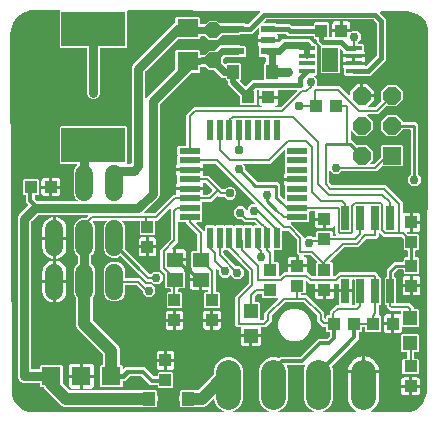
<source format=gbr>
G04 EAGLE Gerber RS-274X export*
G75*
%MOMM*%
%FSLAX34Y34*%
%LPD*%
%INTop Copper*%
%IPPOS*%
%AMOC8*
5,1,8,0,0,1.08239X$1,22.5*%
G01*
%ADD10R,1.000000X1.100000*%
%ADD11R,0.660400X2.032000*%
%ADD12R,1.100000X1.000000*%
%ADD13C,1.524000*%
%ADD14R,1.220000X0.620000*%
%ADD15R,1.000000X1.200000*%
%ADD16R,1.803000X1.600000*%
%ADD17R,1.600200X1.600200*%
%ADD18C,2.133600*%
%ADD19R,1.778000X0.558800*%
%ADD20R,0.558800X1.778000*%
%ADD21R,1.200000X1.200000*%
%ADD22R,1.524000X1.524000*%
%ADD23P,1.649562X8X112.500000*%
%ADD24R,1.400000X1.200000*%
%ADD25R,5.400000X2.900000*%
%ADD26R,1.350000X2.000000*%
%ADD27R,1.350000X0.450000*%
%ADD28P,1.429621X8X292.500000*%
%ADD29C,0.508000*%
%ADD30C,0.906400*%
%ADD31C,0.787400*%
%ADD32C,0.254000*%
%ADD33C,0.756400*%
%ADD34C,0.203200*%
%ADD35C,0.762000*%
%ADD36C,1.016000*%
%ADD37C,0.304800*%
%ADD38C,0.406400*%
%ADD39C,0.609600*%
%ADD40C,0.177800*%

G36*
X193587Y39489D02*
X193587Y39489D01*
X193686Y39503D01*
X193697Y39508D01*
X193708Y39510D01*
X193795Y39561D01*
X193884Y39609D01*
X193891Y39618D01*
X193902Y39625D01*
X193965Y39702D01*
X194031Y39778D01*
X194036Y39790D01*
X194043Y39799D01*
X194075Y39894D01*
X194111Y39988D01*
X194111Y40000D01*
X194115Y40011D01*
X194112Y40111D01*
X194113Y40212D01*
X194109Y40224D01*
X194108Y40236D01*
X194071Y40328D01*
X194036Y40423D01*
X194028Y40432D01*
X194024Y40443D01*
X193956Y40518D01*
X193891Y40594D01*
X193880Y40601D01*
X193873Y40609D01*
X193832Y40630D01*
X193730Y40691D01*
X191213Y41734D01*
X187784Y45163D01*
X185920Y49661D01*
X185915Y49689D01*
X185914Y49749D01*
X185905Y49770D01*
X185902Y49799D01*
X185892Y49821D01*
X185888Y49844D01*
X185848Y49910D01*
X185829Y49957D01*
X185818Y49969D01*
X185803Y50000D01*
X185786Y50017D01*
X185773Y50037D01*
X185707Y50091D01*
X185678Y50123D01*
X185667Y50128D01*
X185640Y50154D01*
X185618Y50164D01*
X185599Y50179D01*
X185515Y50207D01*
X185509Y50210D01*
X185478Y50225D01*
X185468Y50227D01*
X185433Y50242D01*
X185409Y50243D01*
X185387Y50250D01*
X185323Y50249D01*
X185293Y50253D01*
X185289Y50253D01*
X185267Y50249D01*
X185209Y50252D01*
X185186Y50244D01*
X185162Y50244D01*
X185103Y50220D01*
X185068Y50213D01*
X185042Y50198D01*
X184995Y50183D01*
X184974Y50167D01*
X184955Y50160D01*
X184917Y50126D01*
X184910Y50120D01*
X184875Y50099D01*
X184864Y50086D01*
X184845Y50072D01*
X181633Y46860D01*
X179543Y44770D01*
X176929Y43687D01*
X169826Y43687D01*
X169784Y43680D01*
X169742Y43682D01*
X169675Y43660D01*
X169605Y43648D01*
X169569Y43626D01*
X169528Y43613D01*
X169456Y43559D01*
X169412Y43533D01*
X169399Y43517D01*
X169378Y43501D01*
X169152Y43275D01*
X157888Y43275D01*
X156995Y44168D01*
X156995Y47839D01*
X156990Y47870D01*
X156992Y47900D01*
X156964Y48015D01*
X156956Y48060D01*
X156950Y48069D01*
X156947Y48082D01*
X156407Y49385D01*
X156407Y52215D01*
X156947Y53518D01*
X156954Y53548D01*
X156968Y53575D01*
X156985Y53692D01*
X156995Y53737D01*
X156993Y53748D01*
X156995Y53761D01*
X156995Y57432D01*
X157888Y58325D01*
X169152Y58325D01*
X169378Y58099D01*
X169413Y58074D01*
X169441Y58043D01*
X169504Y58011D01*
X169562Y57970D01*
X169603Y57960D01*
X169641Y57940D01*
X169731Y57927D01*
X169779Y57914D01*
X169800Y57917D01*
X169826Y57913D01*
X172305Y57913D01*
X172347Y57920D01*
X172389Y57918D01*
X172456Y57940D01*
X172526Y57952D01*
X172562Y57974D01*
X172603Y57987D01*
X172676Y58041D01*
X172719Y58067D01*
X172732Y58083D01*
X172754Y58099D01*
X185741Y71086D01*
X185766Y71121D01*
X185797Y71150D01*
X185829Y71213D01*
X185870Y71271D01*
X185880Y71312D01*
X185900Y71350D01*
X185913Y71439D01*
X185926Y71488D01*
X185923Y71509D01*
X185927Y71535D01*
X185927Y75831D01*
X187784Y80313D01*
X191213Y83742D01*
X195695Y85599D01*
X200545Y85599D01*
X205027Y83742D01*
X208456Y80313D01*
X210313Y75831D01*
X210313Y49645D01*
X208456Y45163D01*
X205027Y41734D01*
X202510Y40691D01*
X202425Y40637D01*
X202338Y40585D01*
X202331Y40576D01*
X202321Y40570D01*
X202260Y40489D01*
X202197Y40411D01*
X202193Y40400D01*
X202186Y40390D01*
X202157Y40294D01*
X202125Y40199D01*
X202125Y40187D01*
X202122Y40175D01*
X202129Y40074D01*
X202132Y39974D01*
X202136Y39963D01*
X202137Y39952D01*
X202178Y39859D01*
X202216Y39767D01*
X202224Y39758D01*
X202229Y39747D01*
X202300Y39675D01*
X202367Y39601D01*
X202378Y39595D01*
X202386Y39587D01*
X202477Y39545D01*
X202567Y39498D01*
X202580Y39496D01*
X202590Y39492D01*
X202635Y39488D01*
X202752Y39471D01*
X231588Y39471D01*
X231687Y39489D01*
X231786Y39503D01*
X231797Y39508D01*
X231808Y39510D01*
X231895Y39561D01*
X231984Y39609D01*
X231991Y39618D01*
X232002Y39625D01*
X232065Y39702D01*
X232131Y39778D01*
X232136Y39790D01*
X232143Y39799D01*
X232175Y39894D01*
X232211Y39988D01*
X232211Y40000D01*
X232215Y40011D01*
X232212Y40111D01*
X232213Y40212D01*
X232209Y40224D01*
X232208Y40236D01*
X232171Y40328D01*
X232136Y40423D01*
X232128Y40432D01*
X232124Y40443D01*
X232056Y40518D01*
X231991Y40594D01*
X231980Y40601D01*
X231973Y40609D01*
X231932Y40630D01*
X231830Y40691D01*
X229313Y41734D01*
X225884Y45163D01*
X224027Y49645D01*
X224027Y75831D01*
X225884Y80313D01*
X229313Y83742D01*
X233795Y85599D01*
X238645Y85599D01*
X240526Y84820D01*
X240579Y84808D01*
X240629Y84787D01*
X240688Y84784D01*
X240745Y84772D01*
X240799Y84779D01*
X240853Y84777D01*
X240909Y84795D01*
X240967Y84803D01*
X241015Y84829D01*
X241067Y84846D01*
X241124Y84888D01*
X241165Y84910D01*
X241185Y84933D01*
X241217Y84957D01*
X242367Y86107D01*
X258614Y86107D01*
X258656Y86114D01*
X258698Y86112D01*
X258765Y86134D01*
X258835Y86146D01*
X258871Y86168D01*
X258912Y86181D01*
X258985Y86235D01*
X259028Y86261D01*
X259041Y86277D01*
X259062Y86293D01*
X274117Y101347D01*
X281474Y101347D01*
X281516Y101354D01*
X281558Y101352D01*
X281625Y101374D01*
X281695Y101386D01*
X281731Y101408D01*
X281772Y101421D01*
X281845Y101475D01*
X281888Y101501D01*
X281901Y101517D01*
X281922Y101533D01*
X283667Y103278D01*
X283692Y103312D01*
X283723Y103341D01*
X283755Y103404D01*
X283796Y103462D01*
X283806Y103503D01*
X283826Y103541D01*
X283839Y103630D01*
X283852Y103679D01*
X283849Y103700D01*
X283853Y103726D01*
X283853Y106641D01*
X283842Y106706D01*
X283840Y106772D01*
X283822Y106815D01*
X283814Y106862D01*
X283780Y106919D01*
X283755Y106979D01*
X283724Y107014D01*
X283699Y107055D01*
X283648Y107097D01*
X283604Y107145D01*
X283562Y107167D01*
X283525Y107196D01*
X283463Y107217D01*
X283404Y107248D01*
X283350Y107256D01*
X283313Y107268D01*
X283273Y107267D01*
X283219Y107275D01*
X281778Y107275D01*
X280885Y108168D01*
X280885Y111007D01*
X280874Y111072D01*
X280872Y111138D01*
X280854Y111181D01*
X280846Y111228D01*
X280812Y111285D01*
X280787Y111345D01*
X280756Y111380D01*
X280731Y111421D01*
X280680Y111463D01*
X280636Y111511D01*
X280594Y111533D01*
X280557Y111562D01*
X280495Y111583D01*
X280436Y111614D01*
X280382Y111622D01*
X280345Y111634D01*
X280305Y111633D01*
X280251Y111641D01*
X277747Y111641D01*
X275776Y113613D01*
X275775Y113613D01*
X275275Y114113D01*
X275275Y114114D01*
X273303Y116085D01*
X273303Y120763D01*
X273296Y120805D01*
X273298Y120847D01*
X273276Y120914D01*
X273264Y120984D01*
X273242Y121020D01*
X273229Y121061D01*
X273175Y121134D01*
X273149Y121177D01*
X273133Y121190D01*
X273117Y121211D01*
X262181Y132147D01*
X262147Y132172D01*
X262118Y132203D01*
X262055Y132235D01*
X261997Y132276D01*
X261956Y132286D01*
X261918Y132306D01*
X261829Y132319D01*
X261780Y132332D01*
X261759Y132329D01*
X261733Y132333D01*
X246267Y132333D01*
X246225Y132326D01*
X246183Y132328D01*
X246116Y132306D01*
X246046Y132294D01*
X246010Y132272D01*
X245969Y132259D01*
X245896Y132205D01*
X245853Y132179D01*
X245840Y132163D01*
X245818Y132147D01*
X234883Y121211D01*
X234858Y121177D01*
X234827Y121148D01*
X234795Y121085D01*
X234754Y121027D01*
X234744Y120986D01*
X234724Y120948D01*
X234711Y120859D01*
X234698Y120810D01*
X234701Y120789D01*
X234697Y120763D01*
X234697Y116085D01*
X231835Y113223D01*
X231834Y113223D01*
X229863Y111251D01*
X226238Y111251D01*
X226202Y111245D01*
X226166Y111247D01*
X226093Y111225D01*
X226017Y111212D01*
X225986Y111193D01*
X225951Y111183D01*
X225890Y111136D01*
X225824Y111097D01*
X225801Y111069D01*
X225772Y111047D01*
X225731Y110983D01*
X225683Y110923D01*
X225671Y110889D01*
X225652Y110858D01*
X225635Y110783D01*
X225611Y110711D01*
X225612Y110675D01*
X225604Y110639D01*
X225616Y110536D01*
X225617Y110486D01*
X225623Y110472D01*
X225625Y110453D01*
X225711Y110135D01*
X225711Y105069D01*
X217805Y105069D01*
X217740Y105058D01*
X217675Y105056D01*
X217631Y105038D01*
X217584Y105029D01*
X217528Y104996D01*
X217467Y104971D01*
X217432Y104939D01*
X217391Y104915D01*
X217350Y104864D01*
X217301Y104820D01*
X217279Y104778D01*
X217250Y104741D01*
X217229Y104679D01*
X217199Y104620D01*
X217190Y104566D01*
X217178Y104529D01*
X217179Y104489D01*
X217171Y104435D01*
X217171Y103799D01*
X217169Y103799D01*
X217169Y104435D01*
X217157Y104500D01*
X217156Y104565D01*
X217138Y104609D01*
X217129Y104656D01*
X217096Y104713D01*
X217071Y104773D01*
X217039Y104808D01*
X217015Y104849D01*
X216964Y104890D01*
X216920Y104939D01*
X216878Y104961D01*
X216841Y104990D01*
X216779Y105011D01*
X216720Y105041D01*
X216666Y105050D01*
X216629Y105062D01*
X216589Y105061D01*
X216535Y105069D01*
X208629Y105069D01*
X208629Y110135D01*
X208715Y110453D01*
X208718Y110489D01*
X208729Y110523D01*
X208727Y110600D01*
X208733Y110676D01*
X208724Y110711D01*
X208723Y110748D01*
X208694Y110818D01*
X208673Y110893D01*
X208652Y110922D01*
X208638Y110955D01*
X208587Y111012D01*
X208542Y111074D01*
X208511Y111094D01*
X208487Y111121D01*
X208419Y111156D01*
X208355Y111199D01*
X208320Y111207D01*
X208287Y111224D01*
X208185Y111239D01*
X208137Y111250D01*
X208121Y111248D01*
X208102Y111251D01*
X205747Y111251D01*
X203961Y113037D01*
X203961Y137153D01*
X215205Y148397D01*
X215230Y148432D01*
X215261Y148461D01*
X215293Y148523D01*
X215334Y148581D01*
X215344Y148622D01*
X215364Y148660D01*
X215377Y148750D01*
X215390Y148799D01*
X215387Y148819D01*
X215391Y148846D01*
X215391Y158522D01*
X215384Y158564D01*
X215386Y158607D01*
X215364Y158674D01*
X215352Y158743D01*
X215330Y158780D01*
X215317Y158820D01*
X215263Y158893D01*
X215237Y158936D01*
X215221Y158950D01*
X215205Y158971D01*
X197833Y176343D01*
X197798Y176368D01*
X197769Y176399D01*
X197706Y176431D01*
X197649Y176472D01*
X197608Y176482D01*
X197570Y176502D01*
X197480Y176515D01*
X197431Y176528D01*
X197411Y176525D01*
X197384Y176529D01*
X195394Y176529D01*
X195268Y176655D01*
X195214Y176693D01*
X195167Y176738D01*
X195123Y176756D01*
X195084Y176783D01*
X195021Y176800D01*
X194960Y176825D01*
X194913Y176827D01*
X194867Y176839D01*
X194802Y176832D01*
X194736Y176835D01*
X194691Y176821D01*
X194644Y176816D01*
X194585Y176787D01*
X194522Y176767D01*
X194478Y176734D01*
X194443Y176717D01*
X194416Y176688D01*
X194371Y176655D01*
X194096Y176380D01*
X194089Y176375D01*
X194077Y176360D01*
X194060Y176343D01*
X194045Y176322D01*
X193999Y176280D01*
X193977Y176238D01*
X193948Y176201D01*
X193935Y176164D01*
X193932Y176159D01*
X193926Y176139D01*
X193896Y176080D01*
X193888Y176026D01*
X193876Y175989D01*
X193877Y175949D01*
X193869Y175895D01*
X193869Y173926D01*
X193876Y173884D01*
X193874Y173841D01*
X193882Y173818D01*
X193882Y173801D01*
X193898Y173762D01*
X193908Y173705D01*
X193930Y173668D01*
X193943Y173628D01*
X193964Y173599D01*
X193967Y173593D01*
X193977Y173582D01*
X193997Y173555D01*
X194023Y173512D01*
X194039Y173498D01*
X194055Y173477D01*
X204559Y162973D01*
X204594Y162948D01*
X204623Y162917D01*
X204685Y162885D01*
X204743Y162844D01*
X204784Y162834D01*
X204822Y162814D01*
X204912Y162801D01*
X204961Y162788D01*
X204981Y162791D01*
X205008Y162787D01*
X207938Y162787D01*
X211047Y159678D01*
X211047Y155282D01*
X207938Y152173D01*
X203542Y152173D01*
X200406Y155309D01*
X200352Y155347D01*
X200304Y155392D01*
X200261Y155410D01*
X200222Y155437D01*
X200158Y155454D01*
X200098Y155479D01*
X200050Y155481D01*
X200005Y155493D01*
X199939Y155486D01*
X199873Y155489D01*
X199828Y155475D01*
X199781Y155470D01*
X199723Y155441D01*
X199660Y155421D01*
X199616Y155388D01*
X199580Y155370D01*
X199553Y155342D01*
X199509Y155309D01*
X197326Y153126D01*
X192930Y153126D01*
X189821Y156235D01*
X189821Y159165D01*
X189814Y159207D01*
X189816Y159250D01*
X189794Y159317D01*
X189782Y159386D01*
X189760Y159423D01*
X189747Y159463D01*
X189693Y159536D01*
X189667Y159579D01*
X189651Y159593D01*
X189636Y159614D01*
X188501Y160748D01*
X188428Y160799D01*
X188359Y160855D01*
X188337Y160862D01*
X188317Y160876D01*
X188231Y160898D01*
X188147Y160927D01*
X188123Y160926D01*
X188100Y160932D01*
X188011Y160923D01*
X187922Y160920D01*
X187900Y160911D01*
X187877Y160909D01*
X187797Y160869D01*
X187715Y160836D01*
X187697Y160820D01*
X187676Y160809D01*
X187615Y160744D01*
X187549Y160684D01*
X187538Y160663D01*
X187522Y160646D01*
X187487Y160564D01*
X187446Y160485D01*
X187443Y160459D01*
X187434Y160439D01*
X187432Y160389D01*
X187419Y160299D01*
X187419Y143205D01*
X187385Y143171D01*
X187360Y143136D01*
X187329Y143107D01*
X187297Y143044D01*
X187256Y142987D01*
X187246Y142946D01*
X187226Y142908D01*
X187213Y142818D01*
X187200Y142769D01*
X187203Y142749D01*
X187199Y142722D01*
X187199Y141889D01*
X187210Y141824D01*
X187212Y141758D01*
X187230Y141715D01*
X187238Y141668D01*
X187272Y141611D01*
X187297Y141551D01*
X187328Y141516D01*
X187353Y141475D01*
X187404Y141433D01*
X187448Y141385D01*
X187490Y141363D01*
X187527Y141334D01*
X187589Y141313D01*
X187648Y141282D01*
X187702Y141274D01*
X187739Y141262D01*
X187779Y141263D01*
X187833Y141255D01*
X189782Y141255D01*
X190675Y140362D01*
X190675Y128098D01*
X189782Y127205D01*
X178518Y127205D01*
X177625Y128098D01*
X177625Y140362D01*
X178518Y141255D01*
X180467Y141255D01*
X180532Y141266D01*
X180598Y141268D01*
X180641Y141286D01*
X180688Y141294D01*
X180745Y141328D01*
X180805Y141353D01*
X180840Y141384D01*
X180881Y141409D01*
X180923Y141460D01*
X180971Y141504D01*
X180993Y141546D01*
X181022Y141583D01*
X181043Y141645D01*
X181074Y141704D01*
X181082Y141758D01*
X181094Y141795D01*
X181093Y141835D01*
X181101Y141889D01*
X181101Y142345D01*
X181090Y142410D01*
X181088Y142476D01*
X181070Y142519D01*
X181062Y142566D01*
X181028Y142623D01*
X181003Y142683D01*
X180972Y142718D01*
X180947Y142759D01*
X180896Y142801D01*
X180852Y142849D01*
X180810Y142871D01*
X180773Y142900D01*
X180711Y142921D01*
X180652Y142952D01*
X180598Y142960D01*
X180561Y142972D01*
X180521Y142971D01*
X180467Y142979D01*
X176099Y142979D01*
X176099Y150885D01*
X176088Y150950D01*
X176086Y151015D01*
X176068Y151059D01*
X176059Y151106D01*
X176026Y151162D01*
X176001Y151223D01*
X175969Y151258D01*
X175945Y151299D01*
X175894Y151340D01*
X175850Y151389D01*
X175808Y151411D01*
X175771Y151440D01*
X175709Y151461D01*
X175650Y151491D01*
X175596Y151500D01*
X175559Y151512D01*
X175519Y151511D01*
X175465Y151519D01*
X174829Y151519D01*
X174829Y152155D01*
X174817Y152220D01*
X174816Y152285D01*
X174798Y152329D01*
X174789Y152376D01*
X174756Y152433D01*
X174731Y152493D01*
X174699Y152528D01*
X174675Y152569D01*
X174624Y152610D01*
X174580Y152659D01*
X174538Y152681D01*
X174501Y152710D01*
X174439Y152731D01*
X174380Y152761D01*
X174326Y152770D01*
X174289Y152782D01*
X174249Y152781D01*
X174195Y152789D01*
X165289Y152789D01*
X165289Y157855D01*
X165462Y158501D01*
X165797Y159080D01*
X166270Y159553D01*
X166849Y159888D01*
X166937Y159911D01*
X166943Y159914D01*
X166949Y159914D01*
X167044Y159961D01*
X167140Y160007D01*
X167145Y160011D01*
X167150Y160014D01*
X167223Y160091D01*
X167297Y160167D01*
X167300Y160173D01*
X167304Y160177D01*
X167345Y160275D01*
X167389Y160372D01*
X167389Y160378D01*
X167392Y160384D01*
X167396Y160490D01*
X167403Y160596D01*
X167401Y160602D01*
X167402Y160608D01*
X167369Y160709D01*
X167339Y160811D01*
X167335Y160816D01*
X167333Y160822D01*
X167221Y160972D01*
X166305Y161888D01*
X166305Y175152D01*
X167198Y176045D01*
X171147Y176045D01*
X171212Y176056D01*
X171278Y176058D01*
X171321Y176076D01*
X171368Y176084D01*
X171425Y176118D01*
X171485Y176143D01*
X171520Y176174D01*
X171561Y176199D01*
X171603Y176250D01*
X171651Y176294D01*
X171673Y176336D01*
X171702Y176373D01*
X171723Y176435D01*
X171754Y176494D01*
X171762Y176548D01*
X171774Y176585D01*
X171773Y176625D01*
X171781Y176679D01*
X171781Y189404D01*
X171774Y189446D01*
X171776Y189489D01*
X171754Y189556D01*
X171742Y189625D01*
X171720Y189662D01*
X171707Y189702D01*
X171653Y189775D01*
X171627Y189818D01*
X171611Y189832D01*
X171595Y189853D01*
X162305Y199143D01*
X162305Y199457D01*
X162294Y199522D01*
X162292Y199588D01*
X162274Y199631D01*
X162266Y199678D01*
X162232Y199735D01*
X162207Y199795D01*
X162176Y199830D01*
X162151Y199871D01*
X162100Y199913D01*
X162056Y199961D01*
X162014Y199983D01*
X161977Y200012D01*
X161915Y200033D01*
X161856Y200064D01*
X161802Y200072D01*
X161765Y200084D01*
X161725Y200083D01*
X161671Y200091D01*
X156083Y200091D01*
X156018Y200080D01*
X155952Y200078D01*
X155909Y200060D01*
X155862Y200052D01*
X155805Y200018D01*
X155745Y199993D01*
X155710Y199962D01*
X155669Y199937D01*
X155627Y199886D01*
X155579Y199842D01*
X155557Y199800D01*
X155528Y199763D01*
X155507Y199701D01*
X155476Y199642D01*
X155468Y199588D01*
X155456Y199551D01*
X155457Y199511D01*
X155449Y199457D01*
X155449Y183419D01*
X153477Y181448D01*
X150173Y178143D01*
X150122Y178070D01*
X150066Y178001D01*
X150058Y177979D01*
X150045Y177959D01*
X150023Y177873D01*
X149994Y177789D01*
X149995Y177765D01*
X149989Y177742D01*
X149998Y177653D01*
X150001Y177564D01*
X150010Y177542D01*
X150012Y177519D01*
X150052Y177439D01*
X150085Y177357D01*
X150101Y177339D01*
X150112Y177318D01*
X150176Y177257D01*
X150236Y177191D01*
X150258Y177180D01*
X150275Y177164D01*
X150357Y177129D01*
X150436Y177088D01*
X150462Y177085D01*
X150481Y177076D01*
X150532Y177074D01*
X150621Y177061D01*
X151561Y177061D01*
X151561Y169155D01*
X151572Y169090D01*
X151574Y169025D01*
X151592Y168981D01*
X151600Y168934D01*
X151634Y168878D01*
X151659Y168817D01*
X151691Y168782D01*
X151715Y168741D01*
X151766Y168700D01*
X151810Y168651D01*
X151852Y168629D01*
X151889Y168600D01*
X151951Y168579D01*
X152010Y168549D01*
X152064Y168540D01*
X152101Y168528D01*
X152141Y168529D01*
X152195Y168521D01*
X152831Y168521D01*
X152831Y167885D01*
X152843Y167820D01*
X152844Y167755D01*
X152862Y167711D01*
X152871Y167664D01*
X152904Y167607D01*
X152929Y167547D01*
X152961Y167512D01*
X152985Y167471D01*
X153036Y167430D01*
X153080Y167381D01*
X153122Y167359D01*
X153159Y167330D01*
X153221Y167309D01*
X153280Y167278D01*
X153334Y167270D01*
X153371Y167258D01*
X153411Y167259D01*
X153465Y167251D01*
X162371Y167251D01*
X162371Y162185D01*
X162198Y161539D01*
X161863Y160960D01*
X161390Y160487D01*
X160811Y160152D01*
X160723Y160129D01*
X160717Y160126D01*
X160711Y160126D01*
X160616Y160079D01*
X160520Y160033D01*
X160515Y160029D01*
X160510Y160026D01*
X160437Y159949D01*
X160363Y159873D01*
X160360Y159867D01*
X160356Y159863D01*
X160315Y159765D01*
X160271Y159668D01*
X160271Y159662D01*
X160268Y159656D01*
X160264Y159550D01*
X160257Y159444D01*
X160259Y159438D01*
X160258Y159432D01*
X160291Y159331D01*
X160321Y159229D01*
X160325Y159224D01*
X160327Y159218D01*
X160439Y159068D01*
X161355Y158152D01*
X161355Y144888D01*
X160462Y143995D01*
X156083Y143995D01*
X156018Y143984D01*
X155952Y143982D01*
X155909Y143964D01*
X155862Y143956D01*
X155805Y143922D01*
X155745Y143897D01*
X155710Y143866D01*
X155669Y143841D01*
X155627Y143790D01*
X155579Y143746D01*
X155557Y143704D01*
X155528Y143667D01*
X155507Y143605D01*
X155476Y143546D01*
X155468Y143492D01*
X155456Y143455D01*
X155457Y143415D01*
X155449Y143361D01*
X155449Y141889D01*
X155460Y141824D01*
X155462Y141758D01*
X155480Y141715D01*
X155488Y141668D01*
X155522Y141611D01*
X155547Y141551D01*
X155578Y141516D01*
X155603Y141475D01*
X155654Y141433D01*
X155698Y141385D01*
X155740Y141363D01*
X155777Y141334D01*
X155839Y141313D01*
X155898Y141282D01*
X155952Y141274D01*
X155989Y141262D01*
X156029Y141263D01*
X156083Y141255D01*
X158032Y141255D01*
X158925Y140362D01*
X158925Y128098D01*
X158032Y127205D01*
X146768Y127205D01*
X145875Y128098D01*
X145875Y140362D01*
X146768Y141255D01*
X148717Y141255D01*
X148782Y141266D01*
X148848Y141268D01*
X148891Y141286D01*
X148938Y141294D01*
X148995Y141328D01*
X149055Y141353D01*
X149090Y141384D01*
X149131Y141409D01*
X149173Y141460D01*
X149221Y141504D01*
X149243Y141546D01*
X149272Y141583D01*
X149293Y141645D01*
X149324Y141704D01*
X149332Y141758D01*
X149344Y141795D01*
X149343Y141835D01*
X149351Y141889D01*
X149351Y143361D01*
X149340Y143426D01*
X149338Y143492D01*
X149320Y143535D01*
X149312Y143582D01*
X149278Y143639D01*
X149253Y143699D01*
X149222Y143734D01*
X149197Y143775D01*
X149146Y143817D01*
X149102Y143865D01*
X149060Y143887D01*
X149023Y143916D01*
X148961Y143937D01*
X148902Y143968D01*
X148848Y143976D01*
X148811Y143988D01*
X148771Y143987D01*
X148717Y143995D01*
X145198Y143995D01*
X144305Y144888D01*
X144305Y155878D01*
X144298Y155920D01*
X144300Y155963D01*
X144278Y156030D01*
X144266Y156099D01*
X144244Y156136D01*
X144231Y156176D01*
X144177Y156249D01*
X144151Y156292D01*
X144135Y156306D01*
X144119Y156327D01*
X140241Y160205D01*
X140241Y176835D01*
X149165Y185759D01*
X149190Y185794D01*
X149221Y185823D01*
X149253Y185886D01*
X149294Y185943D01*
X149304Y185984D01*
X149324Y186022D01*
X149337Y186112D01*
X149350Y186161D01*
X149347Y186181D01*
X149351Y186208D01*
X149351Y210819D01*
X149335Y210906D01*
X149326Y210995D01*
X149316Y211016D01*
X149312Y211039D01*
X149266Y211116D01*
X149227Y211196D01*
X149210Y211212D01*
X149197Y211233D01*
X149128Y211289D01*
X149064Y211350D01*
X149042Y211359D01*
X149023Y211374D01*
X148939Y211402D01*
X148857Y211437D01*
X148833Y211438D01*
X148811Y211446D01*
X148722Y211443D01*
X148633Y211447D01*
X148610Y211440D01*
X148586Y211439D01*
X148504Y211406D01*
X148419Y211379D01*
X148398Y211363D01*
X148379Y211355D01*
X148341Y211321D01*
X148269Y211267D01*
X140395Y203393D01*
X138169Y201167D01*
X136699Y201167D01*
X136634Y201156D01*
X136568Y201154D01*
X136525Y201136D01*
X136478Y201128D01*
X136421Y201094D01*
X136361Y201069D01*
X136326Y201038D01*
X136285Y201013D01*
X136243Y200962D01*
X136195Y200918D01*
X136173Y200876D01*
X136144Y200839D01*
X136123Y200777D01*
X136092Y200718D01*
X136084Y200664D01*
X136072Y200627D01*
X136073Y200587D01*
X136065Y200533D01*
X136065Y190074D01*
X135172Y189181D01*
X123908Y189181D01*
X123015Y190074D01*
X123015Y200787D01*
X123004Y200852D01*
X123002Y200918D01*
X122984Y200961D01*
X122976Y201008D01*
X122942Y201065D01*
X122917Y201125D01*
X122886Y201160D01*
X122861Y201201D01*
X122810Y201243D01*
X122766Y201291D01*
X122724Y201313D01*
X122687Y201342D01*
X122625Y201363D01*
X122566Y201394D01*
X122512Y201402D01*
X122475Y201414D01*
X122435Y201413D01*
X122381Y201421D01*
X108953Y201421D01*
X108865Y201406D01*
X108776Y201396D01*
X108755Y201386D01*
X108732Y201382D01*
X108655Y201336D01*
X108575Y201297D01*
X108559Y201280D01*
X108539Y201267D01*
X108482Y201198D01*
X108421Y201134D01*
X108412Y201112D01*
X108397Y201093D01*
X108369Y201009D01*
X108334Y200927D01*
X108333Y200903D01*
X108325Y200881D01*
X108328Y200792D01*
X108324Y200703D01*
X108331Y200680D01*
X108332Y200656D01*
X108365Y200574D01*
X108393Y200489D01*
X108408Y200468D01*
X108416Y200449D01*
X108450Y200411D01*
X108504Y200339D01*
X109353Y199490D01*
X110745Y196129D01*
X110745Y177399D01*
X110752Y177357D01*
X110750Y177315D01*
X110772Y177247D01*
X110784Y177178D01*
X110806Y177141D01*
X110819Y177101D01*
X110873Y177028D01*
X110899Y176985D01*
X110915Y176972D01*
X110931Y176950D01*
X125858Y162023D01*
X125858Y161927D01*
X125865Y161885D01*
X125863Y161842D01*
X125885Y161775D01*
X125897Y161706D01*
X125919Y161669D01*
X125932Y161629D01*
X125986Y161556D01*
X126012Y161513D01*
X126028Y161499D01*
X126044Y161478D01*
X131435Y156087D01*
X131470Y156062D01*
X131499Y156031D01*
X131561Y155999D01*
X131619Y155958D01*
X131660Y155948D01*
X131698Y155928D01*
X131788Y155915D01*
X131837Y155902D01*
X131857Y155905D01*
X131884Y155901D01*
X132441Y155901D01*
X132483Y155908D01*
X132525Y155906D01*
X132592Y155928D01*
X132662Y155940D01*
X132699Y155962D01*
X132739Y155975D01*
X132812Y156029D01*
X132855Y156055D01*
X132868Y156071D01*
X132890Y156087D01*
X134962Y158159D01*
X139358Y158159D01*
X142467Y155050D01*
X142467Y150654D01*
X139358Y147545D01*
X134962Y147545D01*
X132890Y149617D01*
X132855Y149642D01*
X132826Y149673D01*
X132763Y149705D01*
X132705Y149746D01*
X132664Y149756D01*
X132627Y149776D01*
X132537Y149789D01*
X132488Y149802D01*
X132467Y149799D01*
X132441Y149803D01*
X129095Y149803D01*
X121732Y157166D01*
X121697Y157191D01*
X121668Y157222D01*
X121606Y157254D01*
X121548Y157295D01*
X121507Y157305D01*
X121469Y157325D01*
X121379Y157338D01*
X121330Y157351D01*
X121310Y157348D01*
X121283Y157352D01*
X121187Y157352D01*
X107392Y171147D01*
X107348Y171178D01*
X107310Y171217D01*
X107256Y171242D01*
X107208Y171275D01*
X107155Y171289D01*
X107106Y171312D01*
X107048Y171317D01*
X106991Y171331D01*
X106937Y171326D01*
X106883Y171330D01*
X106814Y171313D01*
X106767Y171308D01*
X106740Y171294D01*
X106701Y171285D01*
X103419Y169925D01*
X99781Y169925D01*
X96420Y171317D01*
X93847Y173890D01*
X92455Y177251D01*
X92455Y196129D01*
X93847Y199490D01*
X94696Y200339D01*
X94747Y200412D01*
X94803Y200481D01*
X94810Y200503D01*
X94824Y200523D01*
X94846Y200609D01*
X94875Y200693D01*
X94874Y200717D01*
X94880Y200740D01*
X94871Y200829D01*
X94868Y200918D01*
X94859Y200940D01*
X94857Y200963D01*
X94817Y201043D01*
X94784Y201125D01*
X94768Y201143D01*
X94757Y201164D01*
X94692Y201225D01*
X94632Y201291D01*
X94611Y201302D01*
X94594Y201318D01*
X94512Y201353D01*
X94433Y201394D01*
X94407Y201397D01*
X94387Y201406D01*
X94337Y201408D01*
X94247Y201421D01*
X84076Y201421D01*
X84034Y201414D01*
X83991Y201416D01*
X83924Y201394D01*
X83855Y201382D01*
X83818Y201360D01*
X83778Y201347D01*
X83705Y201293D01*
X83662Y201267D01*
X83648Y201251D01*
X83627Y201236D01*
X83366Y200974D01*
X83328Y200920D01*
X83283Y200872D01*
X83264Y200829D01*
X83237Y200790D01*
X83221Y200726D01*
X83195Y200665D01*
X83193Y200618D01*
X83182Y200573D01*
X83188Y200507D01*
X83185Y200441D01*
X83200Y200396D01*
X83205Y200349D01*
X83234Y200290D01*
X83254Y200228D01*
X83287Y200184D01*
X83304Y200148D01*
X83333Y200121D01*
X83366Y200077D01*
X83953Y199490D01*
X85345Y196129D01*
X85345Y177251D01*
X83953Y173890D01*
X82229Y172166D01*
X82204Y172131D01*
X82173Y172102D01*
X82141Y172040D01*
X82100Y171982D01*
X82090Y171941D01*
X82070Y171903D01*
X82057Y171813D01*
X82044Y171764D01*
X82047Y171744D01*
X82043Y171717D01*
X82043Y164833D01*
X82050Y164791D01*
X82048Y164748D01*
X82070Y164681D01*
X82082Y164612D01*
X82104Y164575D01*
X82117Y164535D01*
X82171Y164462D01*
X82197Y164419D01*
X82213Y164405D01*
X82229Y164384D01*
X83953Y162660D01*
X85345Y159299D01*
X85345Y140421D01*
X83953Y137060D01*
X83499Y136606D01*
X83474Y136571D01*
X83443Y136542D01*
X83411Y136480D01*
X83370Y136422D01*
X83360Y136381D01*
X83340Y136343D01*
X83327Y136253D01*
X83314Y136204D01*
X83317Y136184D01*
X83313Y136157D01*
X83313Y117509D01*
X83320Y117467D01*
X83318Y117425D01*
X83340Y117358D01*
X83352Y117288D01*
X83374Y117252D01*
X83387Y117211D01*
X83441Y117138D01*
X83467Y117095D01*
X83483Y117082D01*
X83499Y117060D01*
X105090Y95469D01*
X106173Y92855D01*
X106173Y80010D01*
X106184Y79945D01*
X106186Y79879D01*
X106204Y79836D01*
X106212Y79789D01*
X106246Y79732D01*
X106271Y79672D01*
X106302Y79637D01*
X106327Y79596D01*
X106378Y79554D01*
X106422Y79506D01*
X106464Y79484D01*
X106501Y79455D01*
X106563Y79434D01*
X106622Y79403D01*
X106676Y79395D01*
X106713Y79383D01*
X106753Y79384D01*
X106807Y79376D01*
X107693Y79376D01*
X108586Y78483D01*
X108586Y76495D01*
X108601Y76408D01*
X108611Y76319D01*
X108621Y76298D01*
X108625Y76274D01*
X108671Y76198D01*
X108710Y76118D01*
X108727Y76102D01*
X108740Y76081D01*
X108809Y76025D01*
X108873Y75964D01*
X108895Y75955D01*
X108914Y75940D01*
X108998Y75911D01*
X109080Y75877D01*
X109104Y75876D01*
X109126Y75868D01*
X109215Y75871D01*
X109304Y75867D01*
X109327Y75874D01*
X109351Y75875D01*
X109433Y75908D01*
X109518Y75935D01*
X109539Y75951D01*
X109558Y75959D01*
X109596Y75993D01*
X109668Y76047D01*
X110956Y77335D01*
X114343Y77335D01*
X114382Y77315D01*
X114440Y77274D01*
X114481Y77264D01*
X114519Y77244D01*
X114609Y77231D01*
X114657Y77218D01*
X114678Y77221D01*
X114704Y77217D01*
X127203Y77217D01*
X134638Y69783D01*
X134672Y69758D01*
X134701Y69727D01*
X134764Y69695D01*
X134822Y69654D01*
X134863Y69644D01*
X134901Y69624D01*
X134990Y69611D01*
X135039Y69598D01*
X135060Y69601D01*
X135086Y69597D01*
X137621Y69597D01*
X137686Y69608D01*
X137752Y69610D01*
X137795Y69628D01*
X137842Y69636D01*
X137899Y69670D01*
X137959Y69695D01*
X137994Y69726D01*
X138035Y69751D01*
X138077Y69802D01*
X138125Y69846D01*
X138147Y69888D01*
X138176Y69925D01*
X138197Y69987D01*
X138228Y70046D01*
X138236Y70100D01*
X138248Y70137D01*
X138247Y70177D01*
X138255Y70231D01*
X138255Y72562D01*
X139148Y73455D01*
X150412Y73455D01*
X151305Y72562D01*
X151305Y60298D01*
X150412Y59405D01*
X139148Y59405D01*
X138255Y60298D01*
X138255Y61849D01*
X138244Y61914D01*
X138242Y61980D01*
X138224Y62023D01*
X138216Y62070D01*
X138182Y62127D01*
X138157Y62187D01*
X138126Y62222D01*
X138101Y62263D01*
X138050Y62305D01*
X138006Y62353D01*
X137964Y62375D01*
X137927Y62404D01*
X137865Y62425D01*
X137806Y62456D01*
X137752Y62464D01*
X137715Y62476D01*
X137675Y62475D01*
X137621Y62483D01*
X131877Y62483D01*
X124442Y69917D01*
X124408Y69942D01*
X124379Y69973D01*
X124316Y70005D01*
X124258Y70046D01*
X124217Y70056D01*
X124179Y70076D01*
X124090Y70089D01*
X124041Y70102D01*
X124020Y70099D01*
X123994Y70103D01*
X115484Y70103D01*
X115443Y70096D01*
X115400Y70098D01*
X115333Y70076D01*
X115264Y70064D01*
X115227Y70042D01*
X115187Y70029D01*
X115114Y69975D01*
X115070Y69949D01*
X115057Y69933D01*
X115036Y69917D01*
X110904Y65785D01*
X109220Y65785D01*
X109155Y65774D01*
X109089Y65772D01*
X109046Y65754D01*
X108999Y65746D01*
X108942Y65712D01*
X108882Y65687D01*
X108847Y65656D01*
X108806Y65631D01*
X108764Y65580D01*
X108716Y65536D01*
X108694Y65494D01*
X108665Y65457D01*
X108644Y65395D01*
X108613Y65336D01*
X108605Y65282D01*
X108593Y65245D01*
X108594Y65205D01*
X108586Y65151D01*
X108586Y61217D01*
X107693Y60324D01*
X90427Y60324D01*
X89534Y61217D01*
X89534Y78483D01*
X90427Y79376D01*
X91313Y79376D01*
X91378Y79387D01*
X91444Y79389D01*
X91487Y79407D01*
X91534Y79415D01*
X91591Y79449D01*
X91651Y79474D01*
X91686Y79505D01*
X91727Y79530D01*
X91769Y79581D01*
X91817Y79625D01*
X91839Y79667D01*
X91868Y79704D01*
X91889Y79766D01*
X91920Y79825D01*
X91928Y79879D01*
X91940Y79916D01*
X91939Y79956D01*
X91947Y80010D01*
X91947Y88231D01*
X91940Y88273D01*
X91942Y88315D01*
X91920Y88382D01*
X91908Y88452D01*
X91886Y88488D01*
X91873Y88529D01*
X91819Y88602D01*
X91793Y88645D01*
X91777Y88658D01*
X91761Y88680D01*
X72260Y108181D01*
X70170Y110271D01*
X69087Y112885D01*
X69087Y136157D01*
X69080Y136199D01*
X69082Y136242D01*
X69060Y136309D01*
X69048Y136378D01*
X69026Y136415D01*
X69013Y136455D01*
X68959Y136528D01*
X68933Y136571D01*
X68917Y136585D01*
X68901Y136606D01*
X68447Y137060D01*
X67055Y140421D01*
X67055Y159299D01*
X68447Y162660D01*
X70171Y164384D01*
X70196Y164419D01*
X70227Y164448D01*
X70259Y164510D01*
X70300Y164568D01*
X70310Y164609D01*
X70330Y164647D01*
X70343Y164737D01*
X70356Y164786D01*
X70353Y164806D01*
X70357Y164833D01*
X70357Y171717D01*
X70350Y171759D01*
X70352Y171802D01*
X70330Y171869D01*
X70318Y171938D01*
X70296Y171975D01*
X70283Y172015D01*
X70229Y172088D01*
X70203Y172131D01*
X70187Y172145D01*
X70171Y172166D01*
X68447Y173890D01*
X67055Y177251D01*
X67055Y196129D01*
X68447Y199490D01*
X71020Y202063D01*
X74381Y203455D01*
X76960Y203455D01*
X77002Y203462D01*
X77045Y203460D01*
X77112Y203482D01*
X77181Y203494D01*
X77218Y203516D01*
X77258Y203529D01*
X77331Y203583D01*
X77374Y203609D01*
X77388Y203625D01*
X77409Y203640D01*
X78933Y205165D01*
X78984Y205238D01*
X79040Y205307D01*
X79048Y205329D01*
X79061Y205349D01*
X79083Y205435D01*
X79112Y205519D01*
X79111Y205543D01*
X79117Y205566D01*
X79108Y205655D01*
X79105Y205744D01*
X79096Y205766D01*
X79094Y205789D01*
X79054Y205869D01*
X79021Y205951D01*
X79005Y205969D01*
X78994Y205990D01*
X78930Y206051D01*
X78869Y206117D01*
X78848Y206128D01*
X78831Y206144D01*
X78749Y206179D01*
X78670Y206220D01*
X78644Y206223D01*
X78624Y206232D01*
X78574Y206234D01*
X78485Y206247D01*
X36973Y206247D01*
X36931Y206240D01*
X36889Y206242D01*
X36821Y206220D01*
X36752Y206208D01*
X36715Y206186D01*
X36675Y206173D01*
X36602Y206119D01*
X36559Y206093D01*
X36546Y206077D01*
X36524Y206061D01*
X31429Y200966D01*
X31404Y200931D01*
X31373Y200902D01*
X31341Y200839D01*
X31300Y200781D01*
X31290Y200740D01*
X31270Y200703D01*
X31257Y200613D01*
X31244Y200564D01*
X31247Y200543D01*
X31243Y200517D01*
X31243Y76327D01*
X31254Y76262D01*
X31256Y76196D01*
X31274Y76153D01*
X31282Y76106D01*
X31316Y76049D01*
X31341Y75989D01*
X31372Y75954D01*
X31397Y75913D01*
X31448Y75871D01*
X31492Y75823D01*
X31534Y75801D01*
X31571Y75772D01*
X31633Y75751D01*
X31692Y75720D01*
X31746Y75712D01*
X31783Y75700D01*
X31823Y75701D01*
X31877Y75693D01*
X38100Y75693D01*
X38165Y75704D01*
X38231Y75706D01*
X38274Y75724D01*
X38321Y75732D01*
X38378Y75766D01*
X38438Y75791D01*
X38473Y75822D01*
X38514Y75847D01*
X38556Y75898D01*
X38604Y75942D01*
X38626Y75984D01*
X38655Y76021D01*
X38676Y76083D01*
X38707Y76142D01*
X38715Y76196D01*
X38727Y76233D01*
X38726Y76273D01*
X38734Y76327D01*
X38734Y78483D01*
X39627Y79376D01*
X56893Y79376D01*
X57786Y78483D01*
X57786Y64296D01*
X57793Y64254D01*
X57791Y64212D01*
X57813Y64145D01*
X57825Y64075D01*
X57847Y64039D01*
X57860Y63998D01*
X57914Y63925D01*
X57940Y63882D01*
X57956Y63869D01*
X57972Y63847D01*
X63720Y58099D01*
X63755Y58074D01*
X63784Y58043D01*
X63847Y58011D01*
X63905Y57970D01*
X63946Y57960D01*
X63984Y57940D01*
X64073Y57927D01*
X64122Y57914D01*
X64143Y57917D01*
X64169Y57913D01*
X124814Y57913D01*
X124856Y57920D01*
X124898Y57918D01*
X124965Y57940D01*
X125035Y57952D01*
X125071Y57974D01*
X125112Y57987D01*
X125184Y58041D01*
X125228Y58067D01*
X125241Y58083D01*
X125262Y58099D01*
X125488Y58325D01*
X136752Y58325D01*
X137645Y57432D01*
X137645Y53761D01*
X137650Y53730D01*
X137648Y53700D01*
X137676Y53585D01*
X137684Y53540D01*
X137690Y53530D01*
X137693Y53518D01*
X138233Y52215D01*
X138233Y49385D01*
X137693Y48082D01*
X137686Y48052D01*
X137672Y48025D01*
X137655Y47908D01*
X137645Y47863D01*
X137647Y47852D01*
X137645Y47839D01*
X137645Y44168D01*
X136752Y43275D01*
X125488Y43275D01*
X125262Y43501D01*
X125227Y43526D01*
X125199Y43557D01*
X125136Y43589D01*
X125078Y43630D01*
X125037Y43640D01*
X124999Y43660D01*
X124909Y43673D01*
X124861Y43686D01*
X124840Y43683D01*
X124814Y43687D01*
X59545Y43687D01*
X56931Y44770D01*
X42230Y59471D01*
X42039Y59933D01*
X42010Y59978D01*
X41989Y60028D01*
X41950Y60072D01*
X41918Y60122D01*
X41874Y60154D01*
X41838Y60194D01*
X41785Y60221D01*
X41738Y60256D01*
X41686Y60272D01*
X41638Y60297D01*
X41568Y60307D01*
X41523Y60320D01*
X41493Y60318D01*
X41453Y60324D01*
X39627Y60324D01*
X38734Y61217D01*
X38734Y63373D01*
X38723Y63438D01*
X38721Y63504D01*
X38703Y63547D01*
X38695Y63594D01*
X38661Y63651D01*
X38636Y63711D01*
X38605Y63746D01*
X38580Y63787D01*
X38529Y63829D01*
X38485Y63877D01*
X38443Y63899D01*
X38406Y63928D01*
X38344Y63949D01*
X38285Y63980D01*
X38231Y63988D01*
X38194Y64000D01*
X38154Y63999D01*
X38100Y64007D01*
X24238Y64007D01*
X22090Y64897D01*
X20447Y66540D01*
X19557Y68688D01*
X19557Y204362D01*
X20447Y206510D01*
X28465Y214528D01*
X28503Y214582D01*
X28548Y214630D01*
X28566Y214673D01*
X28593Y214712D01*
X28610Y214776D01*
X28635Y214836D01*
X28637Y214884D01*
X28649Y214929D01*
X28642Y214995D01*
X28645Y215061D01*
X28631Y215106D01*
X28626Y215153D01*
X28597Y215211D01*
X28577Y215274D01*
X28544Y215318D01*
X28526Y215354D01*
X28498Y215381D01*
X28465Y215425D01*
X26923Y216967D01*
X26923Y222711D01*
X26912Y222776D01*
X26910Y222842D01*
X26892Y222885D01*
X26884Y222932D01*
X26850Y222989D01*
X26825Y223049D01*
X26794Y223084D01*
X26769Y223125D01*
X26718Y223167D01*
X26674Y223215D01*
X26632Y223237D01*
X26595Y223266D01*
X26533Y223287D01*
X26474Y223318D01*
X26420Y223326D01*
X26383Y223338D01*
X26343Y223337D01*
X26289Y223345D01*
X24738Y223345D01*
X23845Y224238D01*
X23845Y235502D01*
X24738Y236395D01*
X37002Y236395D01*
X37895Y235502D01*
X37895Y224238D01*
X37002Y223345D01*
X34671Y223345D01*
X34606Y223334D01*
X34540Y223332D01*
X34497Y223314D01*
X34450Y223306D01*
X34393Y223272D01*
X34333Y223247D01*
X34298Y223216D01*
X34257Y223191D01*
X34215Y223140D01*
X34167Y223096D01*
X34145Y223054D01*
X34116Y223017D01*
X34095Y222955D01*
X34064Y222896D01*
X34056Y222842D01*
X34044Y222805D01*
X34045Y222765D01*
X34037Y222711D01*
X34037Y220176D01*
X34044Y220134D01*
X34042Y220092D01*
X34064Y220025D01*
X34076Y219955D01*
X34098Y219919D01*
X34111Y219878D01*
X34165Y219805D01*
X34191Y219762D01*
X34207Y219749D01*
X34223Y219728D01*
X35832Y218119D01*
X35866Y218094D01*
X35895Y218063D01*
X35958Y218031D01*
X36016Y217990D01*
X36057Y217980D01*
X36095Y217960D01*
X36184Y217947D01*
X36233Y217934D01*
X36254Y217937D01*
X36280Y217933D01*
X69863Y217933D01*
X69951Y217949D01*
X70040Y217958D01*
X70061Y217968D01*
X70084Y217972D01*
X70161Y218018D01*
X70241Y218057D01*
X70257Y218074D01*
X70277Y218087D01*
X70334Y218156D01*
X70395Y218220D01*
X70404Y218242D01*
X70419Y218261D01*
X70447Y218345D01*
X70482Y218427D01*
X70483Y218451D01*
X70491Y218473D01*
X70488Y218562D01*
X70492Y218651D01*
X70485Y218674D01*
X70484Y218698D01*
X70451Y218780D01*
X70423Y218865D01*
X70408Y218886D01*
X70400Y218905D01*
X70366Y218943D01*
X70312Y219015D01*
X68447Y220880D01*
X67055Y224241D01*
X67055Y243119D01*
X68447Y246480D01*
X70171Y248204D01*
X70196Y248239D01*
X70227Y248268D01*
X70259Y248330D01*
X70300Y248388D01*
X70310Y248429D01*
X70330Y248467D01*
X70343Y248557D01*
X70356Y248606D01*
X70353Y248626D01*
X70357Y248653D01*
X70357Y248801D01*
X70346Y248866D01*
X70344Y248932D01*
X70326Y248975D01*
X70318Y249022D01*
X70284Y249079D01*
X70259Y249139D01*
X70228Y249174D01*
X70203Y249215D01*
X70152Y249257D01*
X70108Y249305D01*
X70066Y249327D01*
X70029Y249356D01*
X69967Y249377D01*
X69908Y249408D01*
X69854Y249416D01*
X69817Y249428D01*
X69777Y249427D01*
X69723Y249435D01*
X56188Y249435D01*
X55295Y250328D01*
X55295Y280592D01*
X56188Y281485D01*
X111452Y281485D01*
X112345Y280592D01*
X112345Y250317D01*
X112356Y250252D01*
X112358Y250186D01*
X112376Y250143D01*
X112384Y250096D01*
X112418Y250039D01*
X112443Y249979D01*
X112474Y249944D01*
X112499Y249903D01*
X112550Y249861D01*
X112594Y249813D01*
X112636Y249791D01*
X112673Y249762D01*
X112735Y249741D01*
X112794Y249710D01*
X112848Y249702D01*
X112885Y249690D01*
X112925Y249691D01*
X112979Y249683D01*
X115427Y249683D01*
X115469Y249690D01*
X115511Y249688D01*
X115578Y249710D01*
X115648Y249722D01*
X115685Y249744D01*
X115725Y249757D01*
X115774Y249794D01*
X115781Y249796D01*
X115795Y249809D01*
X115798Y249811D01*
X115841Y249837D01*
X115854Y249853D01*
X115876Y249869D01*
X115891Y249884D01*
X115916Y249919D01*
X115947Y249948D01*
X115974Y250000D01*
X115983Y250011D01*
X115986Y250020D01*
X116020Y250069D01*
X116030Y250110D01*
X116050Y250147D01*
X116063Y250237D01*
X116076Y250286D01*
X116073Y250307D01*
X116077Y250333D01*
X116077Y331362D01*
X116967Y333510D01*
X153104Y369647D01*
X153129Y369682D01*
X153160Y369711D01*
X153192Y369774D01*
X153233Y369832D01*
X153243Y369873D01*
X153263Y369910D01*
X153276Y370000D01*
X153289Y370049D01*
X153286Y370070D01*
X153290Y370096D01*
X153290Y373372D01*
X154183Y374265D01*
X173477Y374265D01*
X174370Y373372D01*
X174370Y368173D01*
X174381Y368108D01*
X174383Y368042D01*
X174401Y367999D01*
X174409Y367952D01*
X174443Y367895D01*
X174468Y367835D01*
X174499Y367800D01*
X174524Y367759D01*
X174575Y367717D01*
X174619Y367669D01*
X174661Y367647D01*
X174698Y367618D01*
X174760Y367597D01*
X174819Y367566D01*
X174873Y367558D01*
X174910Y367546D01*
X174950Y367547D01*
X175004Y367539D01*
X178488Y367539D01*
X178530Y367546D01*
X178572Y367544D01*
X178640Y367566D01*
X178709Y367578D01*
X178746Y367600D01*
X178786Y367613D01*
X178859Y367667D01*
X178902Y367693D01*
X178916Y367709D01*
X178937Y367725D01*
X181799Y370587D01*
X188533Y370587D01*
X190023Y369097D01*
X190058Y369072D01*
X190087Y369041D01*
X190150Y369009D01*
X190207Y368968D01*
X190249Y368958D01*
X190286Y368938D01*
X190376Y368925D01*
X190425Y368912D01*
X190446Y368915D01*
X190472Y368911D01*
X207545Y368911D01*
X207815Y368641D01*
X207850Y368616D01*
X207878Y368585D01*
X207941Y368553D01*
X207999Y368512D01*
X208040Y368502D01*
X208078Y368482D01*
X208167Y368469D01*
X208216Y368456D01*
X208237Y368459D01*
X208263Y368455D01*
X212172Y368455D01*
X212546Y368081D01*
X212581Y368056D01*
X212609Y368025D01*
X212672Y367993D01*
X212730Y367952D01*
X212771Y367942D01*
X212809Y367922D01*
X212899Y367909D01*
X212947Y367896D01*
X212968Y367899D01*
X212994Y367895D01*
X214564Y367895D01*
X214605Y367902D01*
X214648Y367900D01*
X214715Y367922D01*
X214784Y367934D01*
X214821Y367956D01*
X214861Y367969D01*
X214934Y368023D01*
X214978Y368049D01*
X214991Y368065D01*
X215012Y368081D01*
X224822Y377891D01*
X224872Y377963D01*
X224928Y378031D01*
X224936Y378054D01*
X224950Y378075D01*
X224972Y378160D01*
X225001Y378243D01*
X225000Y378268D01*
X225006Y378292D01*
X224997Y378380D01*
X224995Y378468D01*
X224986Y378491D01*
X224983Y378515D01*
X224944Y378594D01*
X224911Y378676D01*
X224895Y378694D01*
X224884Y378716D01*
X224820Y378777D01*
X224761Y378842D01*
X224738Y378853D01*
X224720Y378870D01*
X224640Y378905D01*
X224561Y378945D01*
X224534Y378949D01*
X224514Y378958D01*
X224464Y378960D01*
X224376Y378973D01*
X112981Y379368D01*
X112915Y379356D01*
X112848Y379354D01*
X112806Y379337D01*
X112760Y379329D01*
X112702Y379295D01*
X112641Y379270D01*
X112606Y379239D01*
X112567Y379216D01*
X112524Y379164D01*
X112475Y379119D01*
X112454Y379077D01*
X112425Y379042D01*
X112403Y378979D01*
X112372Y378919D01*
X112365Y378866D01*
X112352Y378830D01*
X112353Y378790D01*
X112345Y378734D01*
X112345Y348828D01*
X111452Y347935D01*
X90297Y347935D01*
X90232Y347924D01*
X90166Y347922D01*
X90123Y347904D01*
X90076Y347896D01*
X90019Y347862D01*
X89959Y347837D01*
X89924Y347806D01*
X89883Y347781D01*
X89841Y347730D01*
X89793Y347686D01*
X89771Y347644D01*
X89742Y347607D01*
X89721Y347545D01*
X89690Y347486D01*
X89682Y347432D01*
X89670Y347395D01*
X89671Y347355D01*
X89663Y347301D01*
X89663Y308718D01*
X88773Y306570D01*
X87130Y304927D01*
X84982Y304037D01*
X82658Y304037D01*
X80510Y304927D01*
X78867Y306570D01*
X77977Y308718D01*
X77977Y347301D01*
X77966Y347366D01*
X77964Y347432D01*
X77946Y347475D01*
X77938Y347522D01*
X77904Y347579D01*
X77879Y347639D01*
X77848Y347674D01*
X77823Y347715D01*
X77772Y347757D01*
X77728Y347805D01*
X77686Y347827D01*
X77649Y347856D01*
X77587Y347877D01*
X77528Y347908D01*
X77474Y347916D01*
X77437Y347928D01*
X77397Y347927D01*
X77343Y347935D01*
X56188Y347935D01*
X55295Y348828D01*
X55295Y378940D01*
X55284Y379004D01*
X55282Y379068D01*
X55264Y379113D01*
X55256Y379161D01*
X55223Y379217D01*
X55199Y379277D01*
X55166Y379312D01*
X55141Y379354D01*
X55091Y379395D01*
X55048Y379443D01*
X55005Y379465D01*
X54967Y379496D01*
X54906Y379516D01*
X54849Y379546D01*
X54793Y379555D01*
X54755Y379567D01*
X54716Y379566D01*
X54663Y379574D01*
X34841Y379645D01*
X34841Y379644D01*
X33546Y379649D01*
X33526Y379649D01*
X33504Y379645D01*
X33476Y379647D01*
X30446Y379419D01*
X30398Y379406D01*
X30299Y379390D01*
X24533Y377530D01*
X24528Y377527D01*
X24522Y377526D01*
X24356Y377440D01*
X19452Y373882D01*
X19448Y373878D01*
X19442Y373875D01*
X19311Y373741D01*
X15753Y368838D01*
X15751Y368832D01*
X15746Y368828D01*
X15663Y368660D01*
X13803Y362894D01*
X13796Y362844D01*
X13774Y362747D01*
X13546Y359717D01*
X13548Y359695D01*
X13544Y359667D01*
X14657Y56892D01*
X14662Y56865D01*
X14661Y56830D01*
X14995Y53551D01*
X14997Y53544D01*
X15041Y53371D01*
X17568Y47317D01*
X17585Y47292D01*
X17594Y47263D01*
X17665Y47167D01*
X17690Y47129D01*
X17698Y47122D01*
X17706Y47112D01*
X22354Y42482D01*
X22379Y42465D01*
X22398Y42442D01*
X22501Y42380D01*
X22538Y42355D01*
X22548Y42352D01*
X22559Y42345D01*
X28622Y39841D01*
X28631Y39839D01*
X28803Y39796D01*
X32083Y39474D01*
X32110Y39476D01*
X32145Y39471D01*
X33459Y39471D01*
X33460Y39471D01*
X193488Y39471D01*
X193587Y39489D01*
G37*
G36*
X305486Y39484D02*
X305486Y39484D01*
X305562Y39489D01*
X305595Y39504D01*
X305632Y39510D01*
X305697Y39549D01*
X305767Y39580D01*
X305793Y39606D01*
X305825Y39625D01*
X305873Y39684D01*
X305927Y39737D01*
X305943Y39770D01*
X305966Y39799D01*
X305991Y39871D01*
X306023Y39940D01*
X306026Y39976D01*
X306038Y40011D01*
X306036Y40087D01*
X306043Y40163D01*
X306033Y40199D01*
X306032Y40236D01*
X306003Y40306D01*
X305983Y40379D01*
X305961Y40409D01*
X305947Y40443D01*
X305896Y40500D01*
X305851Y40561D01*
X305817Y40586D01*
X305796Y40609D01*
X305755Y40630D01*
X305699Y40670D01*
X305497Y40773D01*
X303815Y41995D01*
X302345Y43465D01*
X301123Y45147D01*
X300179Y47000D01*
X299537Y48977D01*
X299211Y51030D01*
X299211Y72137D01*
X311785Y72137D01*
X311850Y72148D01*
X311915Y72150D01*
X311959Y72168D01*
X312006Y72176D01*
X312062Y72210D01*
X312123Y72235D01*
X312158Y72266D01*
X312199Y72291D01*
X312240Y72342D01*
X312289Y72386D01*
X312311Y72428D01*
X312340Y72465D01*
X312361Y72527D01*
X312391Y72586D01*
X312400Y72640D01*
X312412Y72677D01*
X312411Y72717D01*
X312419Y72771D01*
X312419Y73407D01*
X312421Y73407D01*
X312421Y72771D01*
X312433Y72706D01*
X312434Y72640D01*
X312452Y72597D01*
X312461Y72550D01*
X312494Y72493D01*
X312519Y72433D01*
X312551Y72398D01*
X312575Y72357D01*
X312626Y72316D01*
X312670Y72267D01*
X312712Y72245D01*
X312749Y72216D01*
X312811Y72195D01*
X312870Y72164D01*
X312924Y72156D01*
X312961Y72144D01*
X313001Y72145D01*
X313055Y72137D01*
X325629Y72137D01*
X325629Y51030D01*
X325303Y48977D01*
X324661Y47000D01*
X323717Y45147D01*
X322495Y43465D01*
X321025Y41995D01*
X319343Y40773D01*
X319141Y40670D01*
X319081Y40624D01*
X319015Y40585D01*
X318992Y40557D01*
X318962Y40535D01*
X318922Y40470D01*
X318874Y40411D01*
X318862Y40376D01*
X318842Y40345D01*
X318826Y40271D01*
X318802Y40199D01*
X318803Y40162D01*
X318795Y40126D01*
X318806Y40050D01*
X318808Y39974D01*
X318822Y39940D01*
X318828Y39904D01*
X318864Y39837D01*
X318893Y39767D01*
X318918Y39739D01*
X318935Y39707D01*
X318993Y39657D01*
X319044Y39601D01*
X319077Y39584D01*
X319105Y39560D01*
X319176Y39533D01*
X319244Y39498D01*
X319285Y39492D01*
X319315Y39481D01*
X319361Y39481D01*
X319429Y39471D01*
X348964Y39471D01*
X348990Y39476D01*
X349026Y39474D01*
X352185Y39784D01*
X352193Y39787D01*
X352365Y39829D01*
X358206Y42242D01*
X358231Y42259D01*
X358260Y42268D01*
X358357Y42339D01*
X358395Y42363D01*
X358401Y42371D01*
X358411Y42379D01*
X362888Y46839D01*
X362905Y46864D01*
X362928Y46884D01*
X362990Y46986D01*
X363016Y47023D01*
X363019Y47033D01*
X363025Y47044D01*
X365460Y52876D01*
X365461Y52884D01*
X365505Y53056D01*
X365827Y56214D01*
X365825Y56241D01*
X365831Y56276D01*
X365833Y56960D01*
X365835Y57591D01*
X365836Y57591D01*
X366957Y361511D01*
X366953Y361533D01*
X366956Y361561D01*
X366764Y364115D01*
X366751Y364164D01*
X366735Y364262D01*
X365174Y369124D01*
X365172Y369129D01*
X365171Y369135D01*
X365085Y369302D01*
X362098Y373444D01*
X362094Y373448D01*
X362091Y373453D01*
X361958Y373585D01*
X357837Y376601D01*
X357831Y376604D01*
X357828Y376608D01*
X357660Y376692D01*
X352808Y378287D01*
X352758Y378294D01*
X352662Y378316D01*
X350109Y378526D01*
X350087Y378524D01*
X350060Y378528D01*
X350041Y378528D01*
X348745Y378533D01*
X348744Y378533D01*
X327172Y378609D01*
X327084Y378594D01*
X326994Y378584D01*
X326974Y378574D01*
X326951Y378571D01*
X326874Y378525D01*
X326793Y378485D01*
X326777Y378468D01*
X326758Y378457D01*
X326701Y378388D01*
X326639Y378322D01*
X326630Y378301D01*
X326616Y378283D01*
X326587Y378198D01*
X326552Y378115D01*
X326551Y378092D01*
X326543Y378071D01*
X326546Y377981D01*
X326542Y377891D01*
X326548Y377869D01*
X326549Y377847D01*
X326583Y377763D01*
X326610Y377677D01*
X326625Y377657D01*
X326633Y377639D01*
X326667Y377601D01*
X326722Y377527D01*
X326831Y377418D01*
X329158Y375091D01*
X329158Y375090D01*
X331725Y372524D01*
X331725Y337406D01*
X318324Y324005D01*
X302546Y324005D01*
X302442Y324109D01*
X302407Y324134D01*
X302379Y324165D01*
X302316Y324197D01*
X302258Y324238D01*
X302217Y324248D01*
X302179Y324268D01*
X302089Y324281D01*
X302041Y324294D01*
X302020Y324291D01*
X301994Y324295D01*
X296848Y324295D01*
X295955Y325188D01*
X295955Y329989D01*
X295948Y330031D01*
X295950Y330073D01*
X295928Y330140D01*
X295916Y330210D01*
X295894Y330246D01*
X295881Y330287D01*
X295827Y330359D01*
X295801Y330403D01*
X295785Y330416D01*
X295769Y330437D01*
X295447Y330760D01*
X295112Y331339D01*
X294939Y331985D01*
X294939Y333446D01*
X303740Y333446D01*
X303805Y333457D01*
X303870Y333459D01*
X303914Y333477D01*
X303961Y333485D01*
X304017Y333519D01*
X304078Y333544D01*
X304113Y333575D01*
X304154Y333599D01*
X304195Y333651D01*
X304230Y333682D01*
X304240Y333666D01*
X304291Y333624D01*
X304335Y333576D01*
X304377Y333554D01*
X304414Y333525D01*
X304476Y333503D01*
X304535Y333473D01*
X304589Y333465D01*
X304626Y333453D01*
X304666Y333454D01*
X304720Y333446D01*
X313521Y333446D01*
X313521Y332769D01*
X313532Y332704D01*
X313534Y332638D01*
X313552Y332595D01*
X313560Y332548D01*
X313594Y332491D01*
X313619Y332431D01*
X313650Y332396D01*
X313675Y332355D01*
X313726Y332313D01*
X313770Y332265D01*
X313812Y332243D01*
X313849Y332214D01*
X313911Y332193D01*
X313970Y332162D01*
X314024Y332154D01*
X314061Y332142D01*
X314101Y332143D01*
X314155Y332135D01*
X314694Y332135D01*
X314735Y332142D01*
X314778Y332140D01*
X314845Y332162D01*
X314914Y332174D01*
X314951Y332196D01*
X314991Y332209D01*
X315064Y332263D01*
X315108Y332289D01*
X315121Y332305D01*
X315142Y332321D01*
X323409Y340588D01*
X323434Y340623D01*
X323465Y340651D01*
X323497Y340714D01*
X323538Y340772D01*
X323548Y340813D01*
X323568Y340851D01*
X323581Y340941D01*
X323594Y340989D01*
X323591Y341010D01*
X323595Y341036D01*
X323595Y368894D01*
X323588Y368935D01*
X323590Y368978D01*
X323568Y369045D01*
X323556Y369114D01*
X323534Y369151D01*
X323521Y369191D01*
X323467Y369264D01*
X323441Y369308D01*
X323425Y369321D01*
X323409Y369342D01*
X321082Y371670D01*
X321047Y371694D01*
X321019Y371725D01*
X320956Y371757D01*
X320898Y371798D01*
X320857Y371808D01*
X320819Y371828D01*
X320729Y371841D01*
X320681Y371854D01*
X320660Y371851D01*
X320634Y371855D01*
X230546Y371855D01*
X230505Y371848D01*
X230462Y371850D01*
X230395Y371828D01*
X230326Y371816D01*
X230289Y371794D01*
X230249Y371781D01*
X230176Y371727D01*
X230132Y371701D01*
X230119Y371685D01*
X230098Y371670D01*
X227966Y369537D01*
X227915Y369464D01*
X227859Y369395D01*
X227851Y369373D01*
X227838Y369353D01*
X227816Y369267D01*
X227787Y369183D01*
X227788Y369159D01*
X227782Y369136D01*
X227791Y369047D01*
X227794Y368958D01*
X227803Y368936D01*
X227805Y368913D01*
X227845Y368833D01*
X227878Y368751D01*
X227894Y368733D01*
X227904Y368712D01*
X227969Y368651D01*
X228029Y368585D01*
X228051Y368574D01*
X228068Y368558D01*
X228150Y368523D01*
X228229Y368482D01*
X228255Y368479D01*
X228274Y368470D01*
X228325Y368468D01*
X228414Y368455D01*
X238172Y368455D01*
X238546Y368081D01*
X238581Y368056D01*
X238609Y368025D01*
X238672Y367993D01*
X238730Y367952D01*
X238771Y367942D01*
X238809Y367922D01*
X238899Y367909D01*
X238947Y367896D01*
X238968Y367899D01*
X238994Y367895D01*
X249994Y367895D01*
X251434Y366455D01*
X251469Y366430D01*
X251497Y366399D01*
X251560Y366367D01*
X251618Y366326D01*
X251659Y366316D01*
X251697Y366296D01*
X251787Y366283D01*
X251835Y366270D01*
X251856Y366273D01*
X251882Y366269D01*
X269583Y366269D01*
X269648Y366280D01*
X269714Y366282D01*
X269757Y366300D01*
X269804Y366308D01*
X269861Y366342D01*
X269921Y366367D01*
X269956Y366398D01*
X269997Y366423D01*
X270039Y366474D01*
X270087Y366518D01*
X270109Y366560D01*
X270138Y366597D01*
X270159Y366659D01*
X270190Y366718D01*
X270198Y366772D01*
X270210Y366809D01*
X270209Y366849D01*
X270217Y366903D01*
X270217Y368336D01*
X271110Y369229D01*
X282374Y369229D01*
X283267Y368336D01*
X283267Y357759D01*
X283278Y357694D01*
X283280Y357628D01*
X283298Y357585D01*
X283306Y357538D01*
X283340Y357481D01*
X283365Y357421D01*
X283396Y357386D01*
X283421Y357345D01*
X283472Y357303D01*
X283516Y357255D01*
X283558Y357233D01*
X283595Y357204D01*
X283657Y357183D01*
X283716Y357152D01*
X283770Y357144D01*
X283807Y357132D01*
X283847Y357133D01*
X283901Y357125D01*
X285567Y357125D01*
X285632Y357136D01*
X285698Y357138D01*
X285741Y357156D01*
X285788Y357164D01*
X285845Y357198D01*
X285905Y357223D01*
X285940Y357254D01*
X285981Y357279D01*
X286023Y357330D01*
X286071Y357374D01*
X286093Y357416D01*
X286122Y357453D01*
X286143Y357515D01*
X286174Y357574D01*
X286182Y357628D01*
X286194Y357665D01*
X286193Y357705D01*
X286201Y357759D01*
X286201Y360935D01*
X293107Y360935D01*
X293172Y360946D01*
X293237Y360948D01*
X293281Y360966D01*
X293328Y360974D01*
X293384Y361008D01*
X293445Y361033D01*
X293480Y361065D01*
X293521Y361089D01*
X293562Y361140D01*
X293611Y361184D01*
X293633Y361226D01*
X293662Y361263D01*
X293683Y361325D01*
X293713Y361384D01*
X293722Y361438D01*
X293734Y361475D01*
X293733Y361515D01*
X293741Y361569D01*
X293741Y362205D01*
X293743Y362205D01*
X293743Y361569D01*
X293755Y361504D01*
X293756Y361439D01*
X293774Y361395D01*
X293783Y361348D01*
X293816Y361291D01*
X293841Y361231D01*
X293873Y361196D01*
X293897Y361155D01*
X293948Y361114D01*
X293992Y361065D01*
X294034Y361043D01*
X294071Y361014D01*
X294133Y360993D01*
X294192Y360962D01*
X294246Y360954D01*
X294283Y360942D01*
X294323Y360943D01*
X294377Y360935D01*
X301097Y360935D01*
X301139Y360942D01*
X301181Y360940D01*
X301249Y360962D01*
X301318Y360974D01*
X301355Y360996D01*
X301395Y361009D01*
X301468Y361063D01*
X301511Y361089D01*
X301524Y361105D01*
X301546Y361121D01*
X302602Y362177D01*
X306998Y362177D01*
X310107Y359068D01*
X310107Y354672D01*
X308035Y352600D01*
X308010Y352565D01*
X307979Y352536D01*
X307956Y352491D01*
X307932Y352462D01*
X307926Y352444D01*
X307906Y352415D01*
X307896Y352374D01*
X307876Y352337D01*
X307866Y352265D01*
X307861Y352250D01*
X307861Y352239D01*
X307850Y352198D01*
X307853Y352177D01*
X307849Y352151D01*
X307849Y351979D01*
X307860Y351914D01*
X307862Y351848D01*
X307880Y351805D01*
X307888Y351758D01*
X307922Y351701D01*
X307947Y351641D01*
X307978Y351606D01*
X308003Y351565D01*
X308054Y351523D01*
X308098Y351475D01*
X308140Y351453D01*
X308177Y351424D01*
X308239Y351403D01*
X308298Y351372D01*
X308352Y351364D01*
X308389Y351352D01*
X308429Y351353D01*
X308483Y351345D01*
X311612Y351345D01*
X312505Y350452D01*
X312505Y345651D01*
X312512Y345609D01*
X312510Y345567D01*
X312532Y345500D01*
X312544Y345430D01*
X312566Y345394D01*
X312579Y345353D01*
X312633Y345281D01*
X312659Y345237D01*
X312675Y345224D01*
X312691Y345203D01*
X313013Y344880D01*
X313348Y344301D01*
X313521Y343655D01*
X313521Y342194D01*
X304720Y342194D01*
X304655Y342183D01*
X304590Y342181D01*
X304546Y342163D01*
X304499Y342155D01*
X304443Y342121D01*
X304382Y342096D01*
X304347Y342065D01*
X304306Y342040D01*
X304265Y341989D01*
X304230Y341958D01*
X304220Y341974D01*
X304169Y342016D01*
X304125Y342064D01*
X304083Y342086D01*
X304046Y342115D01*
X303984Y342136D01*
X303925Y342167D01*
X303871Y342175D01*
X303834Y342187D01*
X303794Y342186D01*
X303740Y342194D01*
X294939Y342194D01*
X294939Y343655D01*
X295112Y344301D01*
X295333Y344683D01*
X295366Y344773D01*
X295403Y344861D01*
X295404Y344878D01*
X295409Y344894D01*
X295408Y344990D01*
X295413Y345085D01*
X295407Y345101D01*
X295407Y345119D01*
X295373Y345208D01*
X295344Y345298D01*
X295333Y345314D01*
X295327Y345328D01*
X295294Y345366D01*
X295233Y345449D01*
X293837Y346844D01*
X293764Y346895D01*
X293695Y346951D01*
X293673Y346959D01*
X293653Y346972D01*
X293567Y346994D01*
X293483Y347023D01*
X293459Y347022D01*
X293436Y347028D01*
X293347Y347019D01*
X293258Y347016D01*
X293236Y347007D01*
X293213Y347005D01*
X293133Y346965D01*
X293051Y346932D01*
X293033Y346916D01*
X293012Y346906D01*
X292951Y346841D01*
X292885Y346781D01*
X292874Y346759D01*
X292858Y346742D01*
X292823Y346660D01*
X292782Y346581D01*
X292779Y346555D01*
X292770Y346536D01*
X292768Y346485D01*
X292755Y346396D01*
X292755Y327188D01*
X291862Y326295D01*
X277098Y326295D01*
X276205Y327188D01*
X276205Y348469D01*
X276232Y348497D01*
X276250Y348541D01*
X276277Y348580D01*
X276294Y348643D01*
X276319Y348704D01*
X276321Y348751D01*
X276333Y348797D01*
X276326Y348862D01*
X276329Y348928D01*
X276315Y348973D01*
X276310Y349020D01*
X276281Y349079D01*
X276261Y349142D01*
X276228Y349186D01*
X276211Y349221D01*
X276182Y349248D01*
X276149Y349292D01*
X273880Y351562D01*
X273879Y351562D01*
X272677Y352764D01*
X272677Y354545D01*
X272666Y354610D01*
X272664Y354676D01*
X272646Y354719D01*
X272638Y354766D01*
X272604Y354823D01*
X272579Y354883D01*
X272548Y354918D01*
X272523Y354959D01*
X272472Y355001D01*
X272428Y355049D01*
X272386Y355071D01*
X272349Y355100D01*
X272287Y355121D01*
X272228Y355152D01*
X272174Y355160D01*
X272137Y355172D01*
X272097Y355171D01*
X272043Y355179D01*
X271110Y355179D01*
X270217Y356072D01*
X270217Y357505D01*
X270206Y357570D01*
X270204Y357636D01*
X270186Y357679D01*
X270178Y357726D01*
X270144Y357783D01*
X270119Y357843D01*
X270088Y357878D01*
X270063Y357919D01*
X270012Y357961D01*
X269968Y358009D01*
X269926Y358031D01*
X269889Y358060D01*
X269827Y358081D01*
X269768Y358112D01*
X269714Y358120D01*
X269677Y358132D01*
X269637Y358131D01*
X269583Y358139D01*
X248252Y358139D01*
X246812Y359579D01*
X246777Y359604D01*
X246749Y359635D01*
X246686Y359667D01*
X246628Y359708D01*
X246587Y359718D01*
X246549Y359738D01*
X246459Y359751D01*
X246411Y359764D01*
X246390Y359761D01*
X246364Y359765D01*
X240224Y359765D01*
X240218Y359764D01*
X240212Y359765D01*
X240108Y359744D01*
X240003Y359726D01*
X239998Y359722D01*
X239992Y359721D01*
X239902Y359666D01*
X239810Y359611D01*
X239806Y359607D01*
X239801Y359603D01*
X239735Y359520D01*
X239669Y359437D01*
X239667Y359431D01*
X239663Y359426D01*
X239631Y359325D01*
X239597Y359225D01*
X239597Y359218D01*
X239595Y359212D01*
X239600Y359106D01*
X239603Y359000D01*
X239606Y358995D01*
X239606Y358988D01*
X239675Y358814D01*
X239908Y358411D01*
X240081Y357765D01*
X240081Y355599D01*
X232075Y355599D01*
X232010Y355588D01*
X231945Y355586D01*
X231901Y355568D01*
X231854Y355559D01*
X231798Y355526D01*
X231737Y355501D01*
X231702Y355469D01*
X231661Y355445D01*
X231620Y355394D01*
X231571Y355350D01*
X231549Y355308D01*
X231520Y355271D01*
X231499Y355209D01*
X231469Y355150D01*
X231460Y355096D01*
X231448Y355059D01*
X231449Y355019D01*
X231441Y354965D01*
X231441Y353695D01*
X231453Y353630D01*
X231454Y353565D01*
X231472Y353521D01*
X231481Y353474D01*
X231514Y353417D01*
X231539Y353357D01*
X231571Y353322D01*
X231595Y353281D01*
X231646Y353240D01*
X231690Y353191D01*
X231732Y353169D01*
X231769Y353140D01*
X231831Y353119D01*
X231890Y353088D01*
X231944Y353080D01*
X231981Y353068D01*
X232021Y353069D01*
X232075Y353061D01*
X240081Y353061D01*
X240081Y352937D01*
X240097Y352849D01*
X240106Y352761D01*
X240116Y352740D01*
X240120Y352716D01*
X240166Y352640D01*
X240205Y352560D01*
X240222Y352544D01*
X240235Y352523D01*
X240304Y352467D01*
X240368Y352406D01*
X240390Y352397D01*
X240409Y352382D01*
X240493Y352353D01*
X240575Y352319D01*
X240599Y352317D01*
X240621Y352310D01*
X240710Y352313D01*
X240799Y352309D01*
X240822Y352316D01*
X240846Y352317D01*
X240928Y352350D01*
X241013Y352377D01*
X241034Y352393D01*
X241053Y352401D01*
X241091Y352435D01*
X241163Y352489D01*
X244037Y355363D01*
X266835Y355363D01*
X269811Y352387D01*
X269811Y351979D01*
X269822Y351914D01*
X269824Y351848D01*
X269842Y351805D01*
X269850Y351758D01*
X269884Y351701D01*
X269909Y351641D01*
X269940Y351606D01*
X269965Y351565D01*
X270016Y351523D01*
X270060Y351475D01*
X270102Y351453D01*
X270139Y351424D01*
X270201Y351403D01*
X270260Y351372D01*
X270314Y351364D01*
X270351Y351352D01*
X270391Y351353D01*
X270445Y351345D01*
X272112Y351345D01*
X273005Y350452D01*
X273005Y344669D01*
X273002Y344666D01*
X272984Y344623D01*
X272957Y344584D01*
X272940Y344520D01*
X272915Y344460D01*
X272913Y344413D01*
X272901Y344367D01*
X272908Y344302D01*
X272905Y344236D01*
X272919Y344191D01*
X272924Y344144D01*
X272953Y344085D01*
X272973Y344022D01*
X273005Y343980D01*
X273005Y338169D01*
X273002Y338167D01*
X272984Y338123D01*
X272957Y338084D01*
X272940Y338021D01*
X272915Y337960D01*
X272913Y337913D01*
X272901Y337867D01*
X272908Y337802D01*
X272905Y337736D01*
X272919Y337691D01*
X272924Y337644D01*
X272953Y337585D01*
X272973Y337522D01*
X273005Y337480D01*
X273005Y331669D01*
X273002Y331667D01*
X272984Y331623D01*
X272957Y331584D01*
X272940Y331521D01*
X272915Y331460D01*
X272913Y331413D01*
X272901Y331367D01*
X272908Y331302D01*
X272905Y331236D01*
X272919Y331191D01*
X272924Y331144D01*
X272953Y331085D01*
X272973Y331022D01*
X273005Y330980D01*
X273005Y325188D01*
X272112Y324295D01*
X271453Y324295D01*
X271365Y324279D01*
X271277Y324270D01*
X271255Y324260D01*
X271232Y324256D01*
X271155Y324210D01*
X271076Y324171D01*
X271059Y324154D01*
X271039Y324141D01*
X270983Y324072D01*
X270922Y324008D01*
X270912Y323986D01*
X270897Y323967D01*
X270869Y323883D01*
X270834Y323801D01*
X270833Y323777D01*
X270826Y323755D01*
X270828Y323666D01*
X270824Y323577D01*
X270831Y323554D01*
X270832Y323530D01*
X270866Y323448D01*
X270893Y323363D01*
X270909Y323342D01*
X270916Y323323D01*
X270950Y323285D01*
X271004Y323213D01*
X273277Y320940D01*
X273277Y316541D01*
X273233Y316478D01*
X273177Y316409D01*
X273170Y316387D01*
X273156Y316367D01*
X273134Y316281D01*
X273106Y316197D01*
X273106Y316173D01*
X273100Y316150D01*
X273110Y316061D01*
X273112Y315972D01*
X273121Y315951D01*
X273123Y315927D01*
X273163Y315847D01*
X273196Y315765D01*
X273212Y315747D01*
X273223Y315726D01*
X273288Y315665D01*
X273348Y315599D01*
X273369Y315588D01*
X273386Y315572D01*
X273468Y315537D01*
X273547Y315496D01*
X273574Y315493D01*
X273593Y315484D01*
X273643Y315482D01*
X273733Y315469D01*
X292093Y315469D01*
X299907Y307655D01*
X299980Y307604D01*
X300049Y307548D01*
X300071Y307540D01*
X300091Y307527D01*
X300177Y307505D01*
X300261Y307476D01*
X300285Y307477D01*
X300308Y307471D01*
X300397Y307480D01*
X300486Y307483D01*
X300508Y307492D01*
X300531Y307494D01*
X300611Y307534D01*
X300693Y307567D01*
X300711Y307583D01*
X300732Y307594D01*
X300793Y307658D01*
X300859Y307719D01*
X300870Y307740D01*
X300886Y307757D01*
X300921Y307839D01*
X300962Y307918D01*
X300965Y307944D01*
X300974Y307964D01*
X300976Y308014D01*
X300989Y308103D01*
X300989Y311549D01*
X306941Y317501D01*
X309881Y317501D01*
X309881Y307975D01*
X309892Y307910D01*
X309894Y307845D01*
X309912Y307801D01*
X309920Y307754D01*
X309954Y307698D01*
X309979Y307637D01*
X310010Y307602D01*
X310035Y307561D01*
X310086Y307520D01*
X310130Y307471D01*
X310172Y307449D01*
X310209Y307420D01*
X310271Y307399D01*
X310330Y307369D01*
X310384Y307360D01*
X310421Y307348D01*
X310461Y307349D01*
X310515Y307341D01*
X311151Y307341D01*
X311151Y306705D01*
X311163Y306640D01*
X311164Y306574D01*
X311182Y306531D01*
X311191Y306484D01*
X311224Y306427D01*
X311249Y306367D01*
X311281Y306332D01*
X311305Y306291D01*
X311356Y306250D01*
X311400Y306201D01*
X311442Y306179D01*
X311479Y306150D01*
X311541Y306129D01*
X311600Y306098D01*
X311654Y306090D01*
X311691Y306078D01*
X311731Y306079D01*
X311785Y306071D01*
X321311Y306071D01*
X321311Y303131D01*
X316697Y298517D01*
X316646Y298444D01*
X316590Y298375D01*
X316582Y298353D01*
X316569Y298333D01*
X316547Y298247D01*
X316518Y298163D01*
X316519Y298139D01*
X316513Y298116D01*
X316522Y298027D01*
X316525Y297938D01*
X316534Y297916D01*
X316536Y297893D01*
X316576Y297813D01*
X316609Y297731D01*
X316625Y297713D01*
X316636Y297692D01*
X316700Y297631D01*
X316760Y297565D01*
X316782Y297554D01*
X316799Y297538D01*
X316881Y297503D01*
X316960Y297462D01*
X316986Y297459D01*
X317005Y297450D01*
X317056Y297448D01*
X317145Y297435D01*
X322070Y297435D01*
X322112Y297442D01*
X322155Y297440D01*
X322222Y297462D01*
X322291Y297474D01*
X322328Y297496D01*
X322368Y297509D01*
X322441Y297563D01*
X322484Y297589D01*
X322498Y297605D01*
X322519Y297621D01*
X327479Y302581D01*
X327517Y302635D01*
X327562Y302683D01*
X327581Y302726D01*
X327608Y302765D01*
X327624Y302829D01*
X327650Y302890D01*
X327652Y302937D01*
X327663Y302982D01*
X327657Y303048D01*
X327660Y303114D01*
X327645Y303159D01*
X327640Y303206D01*
X327611Y303265D01*
X327591Y303327D01*
X327558Y303371D01*
X327541Y303407D01*
X327512Y303434D01*
X327479Y303478D01*
X327405Y303552D01*
X327405Y311128D01*
X332762Y316485D01*
X340338Y316485D01*
X345695Y311128D01*
X345695Y303552D01*
X340338Y298195D01*
X332762Y298195D01*
X332688Y298269D01*
X332634Y298307D01*
X332586Y298352D01*
X332543Y298371D01*
X332504Y298398D01*
X332440Y298414D01*
X332379Y298440D01*
X332332Y298442D01*
X332287Y298453D01*
X332221Y298447D01*
X332155Y298450D01*
X332110Y298435D01*
X332063Y298430D01*
X332004Y298401D01*
X331942Y298381D01*
X331897Y298348D01*
X331862Y298331D01*
X331835Y298302D01*
X331791Y298269D01*
X326831Y293309D01*
X324859Y291337D01*
X316217Y291337D01*
X316129Y291321D01*
X316040Y291312D01*
X316019Y291302D01*
X315996Y291298D01*
X315919Y291252D01*
X315839Y291213D01*
X315823Y291196D01*
X315802Y291183D01*
X315746Y291114D01*
X315685Y291050D01*
X315676Y291028D01*
X315661Y291009D01*
X315633Y290925D01*
X315598Y290843D01*
X315597Y290819D01*
X315589Y290797D01*
X315592Y290708D01*
X315588Y290619D01*
X315595Y290596D01*
X315596Y290572D01*
X315629Y290490D01*
X315657Y290405D01*
X315672Y290384D01*
X315680Y290365D01*
X315714Y290327D01*
X315768Y290255D01*
X320295Y285728D01*
X320295Y278152D01*
X314938Y272795D01*
X307362Y272795D01*
X302708Y277449D01*
X302635Y277500D01*
X302566Y277556D01*
X302544Y277563D01*
X302524Y277577D01*
X302438Y277599D01*
X302354Y277628D01*
X302330Y277627D01*
X302307Y277633D01*
X302218Y277624D01*
X302129Y277621D01*
X302107Y277612D01*
X302084Y277610D01*
X302004Y277570D01*
X301922Y277537D01*
X301904Y277521D01*
X301883Y277510D01*
X301822Y277446D01*
X301756Y277385D01*
X301745Y277364D01*
X301729Y277347D01*
X301694Y277265D01*
X301653Y277186D01*
X301650Y277160D01*
X301641Y277140D01*
X301639Y277090D01*
X301626Y277000D01*
X301626Y270637D01*
X301637Y270572D01*
X301639Y270506D01*
X301657Y270463D01*
X301665Y270416D01*
X301699Y270359D01*
X301724Y270299D01*
X301755Y270264D01*
X301780Y270223D01*
X301831Y270181D01*
X301875Y270133D01*
X301917Y270111D01*
X301954Y270082D01*
X302016Y270061D01*
X302075Y270030D01*
X302129Y270022D01*
X302166Y270010D01*
X302206Y270011D01*
X302260Y270003D01*
X302358Y270003D01*
X306571Y265790D01*
X306625Y265753D01*
X306673Y265707D01*
X306716Y265689D01*
X306755Y265662D01*
X306819Y265646D01*
X306879Y265620D01*
X306926Y265618D01*
X306972Y265606D01*
X307038Y265613D01*
X307103Y265610D01*
X307148Y265624D01*
X307195Y265629D01*
X307254Y265659D01*
X307317Y265679D01*
X307325Y265685D01*
X314938Y265685D01*
X320295Y260328D01*
X320295Y252752D01*
X318054Y250511D01*
X318003Y250438D01*
X317947Y250369D01*
X317940Y250347D01*
X317926Y250327D01*
X317904Y250241D01*
X317875Y250157D01*
X317876Y250133D01*
X317870Y250110D01*
X317879Y250021D01*
X317882Y249932D01*
X317891Y249910D01*
X317893Y249887D01*
X317933Y249807D01*
X317966Y249725D01*
X317982Y249707D01*
X317993Y249686D01*
X318057Y249625D01*
X318118Y249559D01*
X318139Y249548D01*
X318156Y249532D01*
X318238Y249497D01*
X318317Y249456D01*
X318343Y249453D01*
X318363Y249444D01*
X318413Y249442D01*
X318503Y249429D01*
X321054Y249429D01*
X321096Y249436D01*
X321139Y249434D01*
X321206Y249456D01*
X321275Y249468D01*
X321312Y249490D01*
X321352Y249503D01*
X321425Y249557D01*
X321468Y249583D01*
X321482Y249599D01*
X321503Y249615D01*
X327219Y255331D01*
X327244Y255366D01*
X327275Y255395D01*
X327307Y255457D01*
X327348Y255515D01*
X327358Y255556D01*
X327378Y255594D01*
X327391Y255684D01*
X327404Y255733D01*
X327401Y255753D01*
X327405Y255780D01*
X327405Y264792D01*
X328298Y265685D01*
X344802Y265685D01*
X345695Y264792D01*
X345695Y248288D01*
X344802Y247395D01*
X328170Y247395D01*
X328128Y247388D01*
X328085Y247390D01*
X328018Y247368D01*
X327949Y247356D01*
X327912Y247334D01*
X327872Y247321D01*
X327799Y247267D01*
X327756Y247241D01*
X327742Y247225D01*
X327721Y247209D01*
X323843Y243331D01*
X294279Y243331D01*
X294237Y243324D01*
X294195Y243326D01*
X294128Y243304D01*
X294058Y243292D01*
X294021Y243270D01*
X293981Y243257D01*
X293908Y243203D01*
X293865Y243177D01*
X293852Y243161D01*
X293830Y243145D01*
X291758Y241073D01*
X287362Y241073D01*
X284674Y243761D01*
X284601Y243812D01*
X284532Y243868D01*
X284510Y243875D01*
X284490Y243889D01*
X284404Y243911D01*
X284320Y243939D01*
X284296Y243939D01*
X284273Y243945D01*
X284184Y243935D01*
X284095Y243933D01*
X284073Y243924D01*
X284050Y243921D01*
X283970Y243882D01*
X283888Y243849D01*
X283870Y243833D01*
X283849Y243822D01*
X283788Y243757D01*
X283722Y243697D01*
X283711Y243676D01*
X283695Y243659D01*
X283660Y243577D01*
X283619Y243498D01*
X283616Y243471D01*
X283607Y243452D01*
X283605Y243402D01*
X283592Y243312D01*
X283592Y233883D01*
X283599Y233841D01*
X283597Y233799D01*
X283619Y233732D01*
X283631Y233662D01*
X283653Y233625D01*
X283666Y233585D01*
X283720Y233512D01*
X283746Y233469D01*
X283762Y233456D01*
X283778Y233434D01*
X285504Y231707D01*
X285539Y231683D01*
X285568Y231652D01*
X285631Y231620D01*
X285689Y231579D01*
X285730Y231569D01*
X285768Y231549D01*
X285857Y231536D01*
X285906Y231523D01*
X285927Y231526D01*
X285953Y231522D01*
X331410Y231522D01*
X345822Y217110D01*
X345822Y208510D01*
X345823Y208504D01*
X345822Y208498D01*
X345843Y208393D01*
X345861Y208289D01*
X345865Y208284D01*
X345866Y208278D01*
X345922Y208187D01*
X345976Y208096D01*
X345980Y208092D01*
X345984Y208087D01*
X346068Y208021D01*
X346150Y207955D01*
X346156Y207953D01*
X346161Y207949D01*
X346262Y207917D01*
X346362Y207883D01*
X346369Y207883D01*
X346375Y207881D01*
X346481Y207886D01*
X346587Y207889D01*
X346592Y207892D01*
X346599Y207892D01*
X346773Y207961D01*
X347079Y208138D01*
X347725Y208311D01*
X351791Y208311D01*
X351791Y200905D01*
X351802Y200840D01*
X351804Y200775D01*
X351822Y200731D01*
X351830Y200684D01*
X351864Y200628D01*
X351889Y200567D01*
X351921Y200532D01*
X351945Y200491D01*
X351996Y200450D01*
X352040Y200401D01*
X352082Y200379D01*
X352119Y200350D01*
X352181Y200329D01*
X352240Y200299D01*
X352294Y200290D01*
X352331Y200278D01*
X352371Y200279D01*
X352425Y200271D01*
X353061Y200271D01*
X353061Y200269D01*
X352425Y200269D01*
X352360Y200257D01*
X352295Y200256D01*
X352251Y200238D01*
X352204Y200229D01*
X352147Y200196D01*
X352087Y200171D01*
X352052Y200139D01*
X352011Y200115D01*
X351970Y200064D01*
X351921Y200020D01*
X351899Y199978D01*
X351870Y199941D01*
X351849Y199879D01*
X351818Y199820D01*
X351810Y199766D01*
X351798Y199729D01*
X351799Y199689D01*
X351791Y199635D01*
X351791Y192229D01*
X349943Y192229D01*
X349856Y192214D01*
X349767Y192204D01*
X349746Y192194D01*
X349723Y192190D01*
X349646Y192144D01*
X349566Y192105D01*
X349550Y192088D01*
X349529Y192075D01*
X349473Y192006D01*
X349412Y191942D01*
X349403Y191920D01*
X349388Y191901D01*
X349360Y191817D01*
X349325Y191735D01*
X349324Y191711D01*
X349316Y191689D01*
X349319Y191600D01*
X349315Y191511D01*
X349322Y191488D01*
X349323Y191464D01*
X349356Y191382D01*
X349384Y191297D01*
X349399Y191276D01*
X349407Y191257D01*
X349441Y191219D01*
X349495Y191147D01*
X350161Y190480D01*
X350196Y190456D01*
X350225Y190425D01*
X350287Y190393D01*
X350345Y190352D01*
X350386Y190342D01*
X350424Y190322D01*
X350514Y190309D01*
X350563Y190296D01*
X350583Y190299D01*
X350610Y190295D01*
X358692Y190295D01*
X359585Y189402D01*
X359585Y177138D01*
X358692Y176245D01*
X356997Y176245D01*
X356932Y176234D01*
X356866Y176232D01*
X356823Y176214D01*
X356776Y176206D01*
X356719Y176172D01*
X356659Y176147D01*
X356624Y176116D01*
X356583Y176091D01*
X356541Y176040D01*
X356493Y175996D01*
X356471Y175954D01*
X356442Y175917D01*
X356421Y175855D01*
X356390Y175796D01*
X356382Y175742D01*
X356370Y175705D01*
X356371Y175665D01*
X356363Y175611D01*
X356363Y171099D01*
X356374Y171034D01*
X356376Y170968D01*
X356394Y170925D01*
X356402Y170878D01*
X356436Y170821D01*
X356461Y170761D01*
X356492Y170726D01*
X356517Y170685D01*
X356568Y170643D01*
X356612Y170595D01*
X356654Y170573D01*
X356691Y170544D01*
X356753Y170523D01*
X356812Y170492D01*
X356866Y170484D01*
X356903Y170472D01*
X356943Y170473D01*
X356997Y170465D01*
X358692Y170465D01*
X359585Y169572D01*
X359585Y157308D01*
X358692Y156415D01*
X347428Y156415D01*
X346535Y157308D01*
X346535Y159503D01*
X346524Y159568D01*
X346522Y159634D01*
X346504Y159677D01*
X346496Y159724D01*
X346462Y159781D01*
X346437Y159841D01*
X346406Y159876D01*
X346381Y159917D01*
X346330Y159959D01*
X346286Y160007D01*
X346244Y160029D01*
X346207Y160058D01*
X346145Y160079D01*
X346086Y160110D01*
X346032Y160118D01*
X345995Y160130D01*
X345955Y160129D01*
X345901Y160137D01*
X341601Y160137D01*
X341559Y160130D01*
X341517Y160132D01*
X341449Y160110D01*
X341380Y160098D01*
X341343Y160076D01*
X341303Y160063D01*
X341230Y160009D01*
X341187Y159983D01*
X341174Y159967D01*
X341152Y159951D01*
X338769Y157568D01*
X338744Y157533D01*
X338713Y157504D01*
X338681Y157441D01*
X338640Y157384D01*
X338630Y157342D01*
X338610Y157305D01*
X338597Y157215D01*
X338584Y157166D01*
X338587Y157145D01*
X338583Y157119D01*
X338583Y154305D01*
X338594Y154240D01*
X338596Y154174D01*
X338614Y154131D01*
X338622Y154084D01*
X338656Y154027D01*
X338681Y153967D01*
X338712Y153932D01*
X338737Y153891D01*
X338788Y153849D01*
X338832Y153801D01*
X338874Y153779D01*
X338911Y153750D01*
X338973Y153729D01*
X339032Y153698D01*
X339086Y153690D01*
X339123Y153678D01*
X339163Y153679D01*
X339213Y153671D01*
X340107Y152778D01*
X340107Y131953D01*
X340118Y131888D01*
X340120Y131822D01*
X340138Y131779D01*
X340146Y131732D01*
X340180Y131675D01*
X340205Y131615D01*
X340236Y131580D01*
X340261Y131539D01*
X340312Y131497D01*
X340356Y131449D01*
X340398Y131427D01*
X340435Y131398D01*
X340497Y131377D01*
X340556Y131346D01*
X340610Y131338D01*
X340647Y131326D01*
X340687Y131327D01*
X340741Y131319D01*
X351783Y131319D01*
X353121Y129981D01*
X353121Y129980D01*
X355093Y128009D01*
X355093Y126863D01*
X355104Y126798D01*
X355106Y126732D01*
X355124Y126689D01*
X355132Y126642D01*
X355166Y126585D01*
X355191Y126525D01*
X355222Y126490D01*
X355247Y126449D01*
X355298Y126407D01*
X355342Y126359D01*
X355384Y126337D01*
X355421Y126308D01*
X355483Y126287D01*
X355542Y126256D01*
X355596Y126248D01*
X355633Y126236D01*
X355673Y126237D01*
X355727Y126229D01*
X358676Y126229D01*
X359569Y125336D01*
X359569Y112072D01*
X358676Y111179D01*
X345605Y111179D01*
X345540Y111168D01*
X345474Y111166D01*
X345431Y111148D01*
X345384Y111140D01*
X345327Y111106D01*
X345266Y111081D01*
X345232Y111049D01*
X345191Y111025D01*
X345149Y110974D01*
X345101Y110930D01*
X345079Y110888D01*
X345050Y110851D01*
X345028Y110789D01*
X344998Y110730D01*
X344990Y110676D01*
X344978Y110639D01*
X344979Y110603D01*
X344978Y110600D01*
X344978Y110593D01*
X344971Y110545D01*
X344971Y108465D01*
X344798Y107819D01*
X344463Y107240D01*
X343990Y106767D01*
X343411Y106432D01*
X342765Y106259D01*
X338699Y106259D01*
X338699Y113665D01*
X338688Y113730D01*
X338686Y113795D01*
X338668Y113839D01*
X338659Y113886D01*
X338626Y113942D01*
X338601Y114003D01*
X338569Y114038D01*
X338545Y114079D01*
X338494Y114120D01*
X338450Y114169D01*
X338408Y114191D01*
X338371Y114220D01*
X338309Y114241D01*
X338250Y114271D01*
X338196Y114280D01*
X338159Y114292D01*
X338119Y114291D01*
X338065Y114299D01*
X337429Y114299D01*
X337429Y114301D01*
X338065Y114301D01*
X338130Y114313D01*
X338195Y114314D01*
X338239Y114332D01*
X338286Y114341D01*
X338343Y114374D01*
X338403Y114399D01*
X338438Y114431D01*
X338479Y114455D01*
X338520Y114506D01*
X338569Y114550D01*
X338591Y114592D01*
X338620Y114629D01*
X338641Y114691D01*
X338671Y114750D01*
X338680Y114804D01*
X338692Y114841D01*
X338692Y114852D01*
X338692Y114853D01*
X338691Y114883D01*
X338699Y114935D01*
X338699Y122341D01*
X342765Y122341D01*
X343411Y122168D01*
X343568Y122077D01*
X343574Y122075D01*
X343579Y122071D01*
X343679Y122037D01*
X343779Y122001D01*
X343785Y122001D01*
X343791Y121999D01*
X343897Y122002D01*
X344003Y122003D01*
X344009Y122005D01*
X344016Y122005D01*
X344113Y122045D01*
X344213Y122083D01*
X344218Y122087D01*
X344223Y122090D01*
X344302Y122161D01*
X344381Y122231D01*
X344384Y122237D01*
X344389Y122241D01*
X344438Y122336D01*
X344488Y122429D01*
X344489Y122435D01*
X344492Y122441D01*
X344519Y122626D01*
X344519Y124587D01*
X344508Y124652D01*
X344506Y124718D01*
X344488Y124761D01*
X344480Y124808D01*
X344446Y124865D01*
X344421Y124925D01*
X344390Y124960D01*
X344365Y125001D01*
X344314Y125043D01*
X344270Y125091D01*
X344228Y125113D01*
X344191Y125142D01*
X344129Y125163D01*
X344070Y125194D01*
X344016Y125202D01*
X343979Y125214D01*
X343939Y125213D01*
X343885Y125221D01*
X335287Y125221D01*
X332231Y128277D01*
X332231Y129667D01*
X332220Y129732D01*
X332218Y129798D01*
X332200Y129841D01*
X332192Y129888D01*
X332158Y129945D01*
X332133Y130005D01*
X332102Y130040D01*
X332077Y130081D01*
X332026Y130123D01*
X331982Y130171D01*
X331940Y130193D01*
X331903Y130222D01*
X331841Y130243D01*
X331782Y130274D01*
X331728Y130282D01*
X331691Y130294D01*
X331651Y130293D01*
X331597Y130301D01*
X331346Y130301D01*
X330453Y131194D01*
X330453Y152778D01*
X331347Y153671D01*
X331408Y153682D01*
X331474Y153684D01*
X331517Y153702D01*
X331564Y153710D01*
X331621Y153744D01*
X331681Y153769D01*
X331716Y153800D01*
X331757Y153825D01*
X331799Y153876D01*
X331847Y153920D01*
X331869Y153962D01*
X331898Y153999D01*
X331919Y154061D01*
X331950Y154120D01*
X331958Y154174D01*
X331970Y154211D01*
X331969Y154251D01*
X331977Y154305D01*
X331977Y160118D01*
X338602Y166743D01*
X345901Y166743D01*
X345966Y166754D01*
X346032Y166756D01*
X346075Y166774D01*
X346122Y166782D01*
X346179Y166816D01*
X346239Y166841D01*
X346274Y166872D01*
X346315Y166897D01*
X346357Y166948D01*
X346405Y166992D01*
X346427Y167034D01*
X346456Y167071D01*
X346477Y167133D01*
X346508Y167192D01*
X346516Y167246D01*
X346528Y167283D01*
X346527Y167323D01*
X346535Y167377D01*
X346535Y169572D01*
X347428Y170465D01*
X349123Y170465D01*
X349188Y170476D01*
X349254Y170478D01*
X349297Y170496D01*
X349344Y170504D01*
X349401Y170538D01*
X349461Y170563D01*
X349496Y170594D01*
X349537Y170619D01*
X349579Y170670D01*
X349627Y170714D01*
X349649Y170756D01*
X349678Y170793D01*
X349699Y170855D01*
X349730Y170914D01*
X349738Y170968D01*
X349750Y171005D01*
X349749Y171045D01*
X349757Y171099D01*
X349757Y175611D01*
X349746Y175676D01*
X349744Y175742D01*
X349726Y175785D01*
X349718Y175832D01*
X349684Y175889D01*
X349659Y175949D01*
X349628Y175984D01*
X349603Y176025D01*
X349552Y176067D01*
X349508Y176115D01*
X349466Y176137D01*
X349429Y176166D01*
X349367Y176187D01*
X349308Y176218D01*
X349254Y176226D01*
X349217Y176238D01*
X349177Y176237D01*
X349123Y176245D01*
X347428Y176245D01*
X346535Y177138D01*
X346535Y185220D01*
X346528Y185262D01*
X346530Y185305D01*
X346508Y185372D01*
X346496Y185441D01*
X346474Y185478D01*
X346461Y185518D01*
X346407Y185591D01*
X346381Y185634D01*
X346365Y185648D01*
X346349Y185669D01*
X344499Y187519D01*
X344464Y187544D01*
X344435Y187575D01*
X344373Y187607D01*
X344315Y187648D01*
X344274Y187658D01*
X344236Y187678D01*
X344146Y187691D01*
X344097Y187704D01*
X344077Y187701D01*
X344050Y187705D01*
X329663Y187705D01*
X327345Y190023D01*
X326584Y190784D01*
X326511Y190835D01*
X326442Y190891D01*
X326420Y190898D01*
X326400Y190912D01*
X326314Y190934D01*
X326230Y190963D01*
X326206Y190962D01*
X326183Y190968D01*
X326094Y190959D01*
X326005Y190956D01*
X325983Y190947D01*
X325960Y190945D01*
X325880Y190905D01*
X325798Y190872D01*
X325780Y190856D01*
X325759Y190845D01*
X325698Y190780D01*
X325632Y190720D01*
X325621Y190699D01*
X325605Y190682D01*
X325570Y190600D01*
X325529Y190521D01*
X325526Y190495D01*
X325517Y190475D01*
X325515Y190425D01*
X325502Y190335D01*
X325502Y188020D01*
X323790Y186308D01*
X315471Y186308D01*
X315429Y186301D01*
X315387Y186303D01*
X315320Y186281D01*
X315250Y186269D01*
X315214Y186247D01*
X315173Y186234D01*
X315101Y186180D01*
X315057Y186154D01*
X315044Y186138D01*
X315023Y186122D01*
X307978Y179078D01*
X296503Y179078D01*
X296461Y179071D01*
X296419Y179073D01*
X296352Y179051D01*
X296282Y179039D01*
X296246Y179017D01*
X296205Y179004D01*
X296132Y178950D01*
X296089Y178924D01*
X296076Y178908D01*
X296054Y178892D01*
X284399Y167237D01*
X284349Y167164D01*
X284292Y167095D01*
X284285Y167073D01*
X284271Y167053D01*
X284249Y166967D01*
X284221Y166883D01*
X284221Y166859D01*
X284215Y166836D01*
X284225Y166747D01*
X284227Y166658D01*
X284236Y166636D01*
X284239Y166613D01*
X284278Y166533D01*
X284312Y166451D01*
X284328Y166433D01*
X284338Y166412D01*
X284403Y166351D01*
X284463Y166285D01*
X284484Y166274D01*
X284501Y166258D01*
X284583Y166223D01*
X284663Y166182D01*
X284689Y166179D01*
X284708Y166170D01*
X284758Y166168D01*
X284848Y166155D01*
X285532Y166155D01*
X286425Y165262D01*
X286425Y154813D01*
X286436Y154748D01*
X286438Y154682D01*
X286456Y154639D01*
X286464Y154592D01*
X286498Y154535D01*
X286523Y154475D01*
X286554Y154440D01*
X286579Y154399D01*
X286630Y154357D01*
X286674Y154309D01*
X286716Y154287D01*
X286753Y154258D01*
X286815Y154237D01*
X286874Y154206D01*
X286928Y154198D01*
X286965Y154186D01*
X287005Y154187D01*
X287059Y154179D01*
X287744Y154179D01*
X287786Y154186D01*
X287829Y154184D01*
X287896Y154206D01*
X287965Y154218D01*
X288002Y154240D01*
X288042Y154253D01*
X288115Y154307D01*
X288158Y154333D01*
X288172Y154349D01*
X288193Y154365D01*
X289591Y155763D01*
X291563Y157735D01*
X322827Y157735D01*
X324798Y155763D01*
X324799Y155763D01*
X325629Y154933D01*
X325629Y154305D01*
X325640Y154240D01*
X325642Y154174D01*
X325660Y154131D01*
X325668Y154084D01*
X325702Y154027D01*
X325727Y153967D01*
X325758Y153932D01*
X325783Y153891D01*
X325834Y153849D01*
X325878Y153801D01*
X325920Y153779D01*
X325957Y153750D01*
X326019Y153729D01*
X326078Y153698D01*
X326132Y153690D01*
X326169Y153678D01*
X326209Y153679D01*
X326263Y153671D01*
X326514Y153671D01*
X327407Y152778D01*
X327407Y131194D01*
X326514Y130301D01*
X326263Y130301D01*
X326198Y130290D01*
X326132Y130288D01*
X326089Y130270D01*
X326042Y130262D01*
X325985Y130228D01*
X325925Y130203D01*
X325890Y130172D01*
X325849Y130147D01*
X325807Y130096D01*
X325759Y130052D01*
X325737Y130010D01*
X325708Y129973D01*
X325687Y129911D01*
X325656Y129852D01*
X325648Y129798D01*
X325636Y129761D01*
X325637Y129721D01*
X325629Y129667D01*
X325629Y121959D01*
X325640Y121894D01*
X325642Y121828D01*
X325660Y121785D01*
X325668Y121738D01*
X325702Y121681D01*
X325727Y121621D01*
X325758Y121586D01*
X325783Y121545D01*
X325834Y121503D01*
X325878Y121455D01*
X325920Y121433D01*
X325957Y121404D01*
X325996Y121390D01*
X326955Y120432D01*
X326955Y108168D01*
X326062Y107275D01*
X314798Y107275D01*
X313905Y108168D01*
X313905Y110617D01*
X313894Y110682D01*
X313892Y110748D01*
X313874Y110791D01*
X313866Y110838D01*
X313832Y110895D01*
X313807Y110955D01*
X313776Y110990D01*
X313751Y111031D01*
X313700Y111073D01*
X313656Y111121D01*
X313614Y111143D01*
X313577Y111172D01*
X313515Y111193D01*
X313456Y111224D01*
X313402Y111232D01*
X313365Y111244D01*
X313325Y111243D01*
X313271Y111251D01*
X311569Y111251D01*
X311504Y111240D01*
X311438Y111238D01*
X311395Y111220D01*
X311348Y111212D01*
X311291Y111178D01*
X311231Y111153D01*
X311196Y111122D01*
X311155Y111097D01*
X311113Y111046D01*
X311065Y111002D01*
X311043Y110960D01*
X311014Y110923D01*
X310993Y110861D01*
X310962Y110802D01*
X310954Y110748D01*
X310942Y110711D01*
X310943Y110671D01*
X310935Y110617D01*
X310935Y108168D01*
X310042Y107275D01*
X308991Y107275D01*
X308926Y107264D01*
X308860Y107262D01*
X308817Y107244D01*
X308770Y107236D01*
X308713Y107202D01*
X308653Y107177D01*
X308618Y107146D01*
X308577Y107121D01*
X308535Y107070D01*
X308487Y107026D01*
X308465Y106984D01*
X308436Y106947D01*
X308415Y106885D01*
X308384Y106826D01*
X308376Y106772D01*
X308364Y106735D01*
X308365Y106695D01*
X308357Y106641D01*
X308357Y101397D01*
X285722Y78762D01*
X285692Y78718D01*
X285653Y78680D01*
X285628Y78627D01*
X285594Y78578D01*
X285581Y78526D01*
X285558Y78477D01*
X285553Y78418D01*
X285538Y78361D01*
X285544Y78307D01*
X285540Y78253D01*
X285557Y78184D01*
X285562Y78138D01*
X285575Y78110D01*
X285585Y78071D01*
X286513Y75831D01*
X286513Y49645D01*
X284656Y45163D01*
X281227Y41734D01*
X278710Y40691D01*
X278625Y40637D01*
X278538Y40585D01*
X278531Y40576D01*
X278521Y40570D01*
X278460Y40489D01*
X278397Y40411D01*
X278393Y40400D01*
X278386Y40390D01*
X278357Y40294D01*
X278325Y40199D01*
X278325Y40187D01*
X278322Y40175D01*
X278329Y40074D01*
X278332Y39974D01*
X278336Y39963D01*
X278337Y39952D01*
X278378Y39859D01*
X278416Y39767D01*
X278424Y39758D01*
X278429Y39747D01*
X278500Y39675D01*
X278567Y39601D01*
X278578Y39595D01*
X278586Y39587D01*
X278677Y39545D01*
X278767Y39498D01*
X278780Y39496D01*
X278790Y39492D01*
X278835Y39488D01*
X278952Y39471D01*
X305411Y39471D01*
X305486Y39484D01*
G37*
G36*
X135676Y207526D02*
X135676Y207526D01*
X135719Y207524D01*
X135786Y207546D01*
X135855Y207558D01*
X135892Y207580D01*
X135932Y207593D01*
X136005Y207647D01*
X136048Y207673D01*
X136062Y207689D01*
X136083Y207705D01*
X151837Y223459D01*
X153677Y223459D01*
X153683Y223460D01*
X153690Y223459D01*
X153793Y223480D01*
X153898Y223498D01*
X153903Y223502D01*
X153910Y223503D01*
X154000Y223558D01*
X154091Y223613D01*
X154095Y223617D01*
X154101Y223621D01*
X154166Y223704D01*
X154233Y223787D01*
X154235Y223793D01*
X154239Y223798D01*
X154271Y223899D01*
X154304Y223999D01*
X154304Y224006D01*
X154306Y224012D01*
X154301Y224117D01*
X154298Y224224D01*
X154295Y224229D01*
X154295Y224236D01*
X154226Y224410D01*
X154096Y224635D01*
X153923Y225281D01*
X153923Y227141D01*
X164719Y227141D01*
X164784Y227152D01*
X164849Y227154D01*
X164893Y227172D01*
X164940Y227180D01*
X164996Y227214D01*
X165057Y227239D01*
X165092Y227271D01*
X165133Y227295D01*
X165174Y227346D01*
X165223Y227390D01*
X165245Y227432D01*
X165274Y227469D01*
X165295Y227531D01*
X165325Y227590D01*
X165334Y227644D01*
X165346Y227681D01*
X165345Y227721D01*
X165353Y227775D01*
X165353Y229045D01*
X165341Y229110D01*
X165340Y229175D01*
X165322Y229219D01*
X165313Y229266D01*
X165280Y229323D01*
X165255Y229383D01*
X165223Y229418D01*
X165199Y229459D01*
X165148Y229500D01*
X165104Y229549D01*
X165062Y229571D01*
X165025Y229600D01*
X164963Y229621D01*
X164904Y229651D01*
X164850Y229660D01*
X164813Y229672D01*
X164773Y229671D01*
X164719Y229679D01*
X153923Y229679D01*
X153923Y231539D01*
X154096Y232185D01*
X154431Y232764D01*
X154753Y233087D01*
X154778Y233121D01*
X154809Y233150D01*
X154841Y233213D01*
X154882Y233271D01*
X154892Y233312D01*
X154912Y233350D01*
X154924Y233433D01*
X154932Y233458D01*
X154932Y233467D01*
X154938Y233488D01*
X154935Y233509D01*
X154939Y233535D01*
X154939Y239285D01*
X154932Y239327D01*
X154934Y239369D01*
X154912Y239436D01*
X154900Y239506D01*
X154878Y239542D01*
X154865Y239583D01*
X154811Y239655D01*
X154785Y239699D01*
X154769Y239712D01*
X154753Y239733D01*
X154431Y240056D01*
X154096Y240635D01*
X153923Y241281D01*
X153923Y243141D01*
X164719Y243141D01*
X164784Y243152D01*
X164849Y243154D01*
X164893Y243172D01*
X164940Y243180D01*
X164996Y243214D01*
X165057Y243239D01*
X165092Y243271D01*
X165133Y243295D01*
X165174Y243346D01*
X165223Y243390D01*
X165245Y243432D01*
X165274Y243469D01*
X165295Y243531D01*
X165325Y243590D01*
X165334Y243644D01*
X165346Y243681D01*
X165345Y243721D01*
X165353Y243775D01*
X165353Y245045D01*
X165341Y245110D01*
X165340Y245175D01*
X165322Y245219D01*
X165313Y245266D01*
X165280Y245323D01*
X165255Y245383D01*
X165223Y245418D01*
X165199Y245459D01*
X165148Y245500D01*
X165104Y245549D01*
X165062Y245571D01*
X165025Y245600D01*
X164963Y245621D01*
X164904Y245651D01*
X164850Y245660D01*
X164813Y245672D01*
X164773Y245671D01*
X164719Y245679D01*
X153923Y245679D01*
X153923Y247539D01*
X154096Y248185D01*
X154431Y248764D01*
X154753Y249087D01*
X154778Y249121D01*
X154809Y249150D01*
X154841Y249213D01*
X154882Y249271D01*
X154892Y249312D01*
X154912Y249350D01*
X154925Y249439D01*
X154938Y249488D01*
X154935Y249509D01*
X154939Y249535D01*
X154939Y255836D01*
X155065Y255962D01*
X155103Y256016D01*
X155148Y256063D01*
X155166Y256107D01*
X155193Y256146D01*
X155210Y256209D01*
X155235Y256270D01*
X155237Y256317D01*
X155249Y256363D01*
X155242Y256428D01*
X155245Y256494D01*
X155231Y256539D01*
X155226Y256586D01*
X155197Y256645D01*
X155177Y256708D01*
X155144Y256752D01*
X155127Y256787D01*
X155098Y256814D01*
X155065Y256859D01*
X154939Y256984D01*
X154939Y263836D01*
X155832Y264729D01*
X161611Y264729D01*
X161676Y264740D01*
X161742Y264742D01*
X161785Y264760D01*
X161832Y264768D01*
X161889Y264802D01*
X161949Y264827D01*
X161984Y264858D01*
X162025Y264883D01*
X162067Y264934D01*
X162115Y264978D01*
X162137Y265020D01*
X162166Y265057D01*
X162187Y265119D01*
X162218Y265178D01*
X162226Y265232D01*
X162238Y265269D01*
X162237Y265309D01*
X162245Y265363D01*
X162245Y291017D01*
X168536Y297308D01*
X225927Y297308D01*
X225956Y297313D01*
X225986Y297311D01*
X226066Y297333D01*
X226148Y297347D01*
X226173Y297363D01*
X226202Y297371D01*
X226269Y297419D01*
X226341Y297462D01*
X226360Y297485D01*
X226384Y297502D01*
X226430Y297571D01*
X226482Y297636D01*
X226492Y297664D01*
X226508Y297689D01*
X226528Y297770D01*
X226554Y297848D01*
X226553Y297878D01*
X226560Y297907D01*
X226550Y297990D01*
X226547Y298073D01*
X226536Y298100D01*
X226533Y298130D01*
X226494Y298204D01*
X226463Y298280D01*
X226443Y298303D01*
X226429Y298329D01*
X226368Y298385D01*
X226312Y298446D01*
X226285Y298460D01*
X226263Y298480D01*
X226152Y298528D01*
X226112Y298549D01*
X226101Y298550D01*
X226091Y298555D01*
X225539Y298702D01*
X224960Y299037D01*
X224487Y299510D01*
X224152Y300089D01*
X223979Y300735D01*
X223979Y304801D01*
X231385Y304801D01*
X231450Y304812D01*
X231515Y304814D01*
X231559Y304832D01*
X231606Y304840D01*
X231662Y304874D01*
X231723Y304899D01*
X231758Y304931D01*
X231799Y304955D01*
X231840Y305006D01*
X231889Y305050D01*
X231911Y305092D01*
X231940Y305129D01*
X231961Y305191D01*
X231991Y305250D01*
X232000Y305304D01*
X232012Y305341D01*
X232011Y305381D01*
X232019Y305435D01*
X232019Y306705D01*
X232007Y306770D01*
X232006Y306835D01*
X231988Y306879D01*
X231979Y306926D01*
X231946Y306983D01*
X231921Y307043D01*
X231889Y307078D01*
X231865Y307119D01*
X231814Y307160D01*
X231770Y307209D01*
X231728Y307231D01*
X231691Y307260D01*
X231629Y307281D01*
X231570Y307311D01*
X231516Y307320D01*
X231479Y307332D01*
X231439Y307331D01*
X231385Y307339D01*
X223979Y307339D01*
X223979Y311424D01*
X223984Y311437D01*
X223982Y311514D01*
X223988Y311590D01*
X223978Y311625D01*
X223977Y311662D01*
X223948Y311733D01*
X223928Y311806D01*
X223907Y311836D01*
X223893Y311869D01*
X223841Y311926D01*
X223796Y311988D01*
X223766Y312008D01*
X223742Y312035D01*
X223673Y312070D01*
X223610Y312113D01*
X223574Y312121D01*
X223542Y312138D01*
X223440Y312153D01*
X223391Y312164D01*
X223376Y312162D01*
X223357Y312165D01*
X222679Y312165D01*
X222614Y312154D01*
X222548Y312152D01*
X222505Y312134D01*
X222458Y312126D01*
X222401Y312092D01*
X222341Y312067D01*
X222306Y312036D01*
X222265Y312011D01*
X222223Y311960D01*
X222175Y311916D01*
X222153Y311874D01*
X222124Y311837D01*
X222103Y311775D01*
X222072Y311716D01*
X222064Y311662D01*
X222052Y311625D01*
X222053Y311585D01*
X222045Y311531D01*
X222045Y300438D01*
X221152Y299545D01*
X208888Y299545D01*
X207995Y300438D01*
X207995Y306365D01*
X207988Y306407D01*
X207990Y306449D01*
X207968Y306517D01*
X207956Y306586D01*
X207934Y306623D01*
X207921Y306663D01*
X207867Y306736D01*
X207841Y306779D01*
X207825Y306792D01*
X207809Y306814D01*
X200532Y314091D01*
X197667Y316956D01*
X197667Y319501D01*
X197656Y319566D01*
X197654Y319632D01*
X197636Y319675D01*
X197628Y319722D01*
X197594Y319779D01*
X197569Y319839D01*
X197538Y319874D01*
X197513Y319915D01*
X197462Y319957D01*
X197418Y320005D01*
X197376Y320027D01*
X197339Y320056D01*
X197277Y320077D01*
X197218Y320108D01*
X197164Y320116D01*
X197127Y320128D01*
X197087Y320127D01*
X197033Y320135D01*
X196608Y320135D01*
X195715Y321028D01*
X195715Y321945D01*
X195704Y322010D01*
X195702Y322076D01*
X195684Y322119D01*
X195676Y322166D01*
X195642Y322223D01*
X195617Y322283D01*
X195586Y322318D01*
X195561Y322359D01*
X195510Y322401D01*
X195466Y322449D01*
X195424Y322471D01*
X195387Y322500D01*
X195325Y322521D01*
X195266Y322552D01*
X195212Y322560D01*
X195175Y322572D01*
X195135Y322571D01*
X195081Y322579D01*
X192459Y322579D01*
X186295Y328743D01*
X186260Y328768D01*
X186232Y328799D01*
X186169Y328831D01*
X186111Y328872D01*
X186070Y328882D01*
X186032Y328902D01*
X185943Y328915D01*
X185894Y328928D01*
X185873Y328925D01*
X185847Y328929D01*
X181799Y328929D01*
X179169Y331559D01*
X179125Y331590D01*
X179088Y331628D01*
X179034Y331653D01*
X178985Y331687D01*
X178933Y331700D01*
X178885Y331723D01*
X178813Y331731D01*
X178768Y331743D01*
X178738Y331740D01*
X178698Y331744D01*
X174981Y331612D01*
X174928Y331601D01*
X174873Y331599D01*
X174819Y331577D01*
X174762Y331565D01*
X174716Y331535D01*
X174666Y331515D01*
X174622Y331475D01*
X174573Y331444D01*
X174540Y331400D01*
X174500Y331363D01*
X174473Y331311D01*
X174438Y331265D01*
X174422Y331212D01*
X174397Y331164D01*
X174387Y331094D01*
X174374Y331050D01*
X174376Y331019D01*
X174370Y330978D01*
X174370Y327668D01*
X173477Y326775D01*
X166641Y326775D01*
X166599Y326768D01*
X166557Y326770D01*
X166490Y326748D01*
X166420Y326736D01*
X166383Y326714D01*
X166343Y326701D01*
X166270Y326647D01*
X166227Y326621D01*
X166214Y326605D01*
X166192Y326589D01*
X140014Y300411D01*
X139989Y300376D01*
X139958Y300347D01*
X139926Y300284D01*
X139885Y300226D01*
X139875Y300185D01*
X139855Y300148D01*
X139842Y300058D01*
X139829Y300009D01*
X139832Y299988D01*
X139828Y299962D01*
X139828Y222993D01*
X138938Y220845D01*
X126963Y208870D01*
X126962Y208870D01*
X126694Y208601D01*
X126643Y208528D01*
X126587Y208459D01*
X126580Y208437D01*
X126566Y208417D01*
X126544Y208331D01*
X126516Y208247D01*
X126516Y208223D01*
X126510Y208200D01*
X126520Y208111D01*
X126522Y208022D01*
X126531Y208001D01*
X126533Y207977D01*
X126573Y207897D01*
X126606Y207815D01*
X126622Y207797D01*
X126633Y207776D01*
X126698Y207715D01*
X126758Y207649D01*
X126779Y207638D01*
X126796Y207622D01*
X126878Y207587D01*
X126957Y207546D01*
X126984Y207543D01*
X127003Y207534D01*
X127053Y207532D01*
X127143Y207519D01*
X135634Y207519D01*
X135676Y207526D01*
G37*
G36*
X128404Y305455D02*
X128404Y305455D01*
X128504Y305454D01*
X128516Y305458D01*
X128528Y305459D01*
X128621Y305497D01*
X128715Y305531D01*
X128724Y305539D01*
X128735Y305543D01*
X128810Y305611D01*
X128886Y305676D01*
X128893Y305687D01*
X128901Y305694D01*
X128922Y305735D01*
X128983Y305837D01*
X129032Y305955D01*
X153104Y330027D01*
X153129Y330062D01*
X153160Y330091D01*
X153192Y330154D01*
X153233Y330212D01*
X153243Y330253D01*
X153263Y330290D01*
X153276Y330380D01*
X153289Y330429D01*
X153286Y330450D01*
X153290Y330476D01*
X153290Y344932D01*
X154183Y345825D01*
X173477Y345825D01*
X174370Y344932D01*
X174370Y342416D01*
X174383Y342340D01*
X174388Y342263D01*
X174403Y342230D01*
X174409Y342195D01*
X174449Y342129D01*
X174480Y342058D01*
X174505Y342033D01*
X174524Y342002D01*
X174583Y341953D01*
X174637Y341898D01*
X174670Y341883D01*
X174698Y341860D01*
X174771Y341836D01*
X174840Y341803D01*
X174881Y341798D01*
X174910Y341788D01*
X174956Y341790D01*
X175027Y341782D01*
X178269Y341897D01*
X178299Y341904D01*
X178330Y341902D01*
X178408Y341927D01*
X178488Y341944D01*
X178514Y341961D01*
X178544Y341971D01*
X178638Y342040D01*
X178677Y342065D01*
X178684Y342074D01*
X178695Y342082D01*
X181799Y345187D01*
X185847Y345187D01*
X185889Y345194D01*
X185931Y345192D01*
X185998Y345214D01*
X186068Y345226D01*
X186104Y345248D01*
X186145Y345261D01*
X186217Y345315D01*
X186261Y345341D01*
X186274Y345357D01*
X186295Y345373D01*
X190833Y349911D01*
X207545Y349911D01*
X207815Y349641D01*
X207850Y349616D01*
X207878Y349585D01*
X207941Y349553D01*
X207999Y349512D01*
X208040Y349502D01*
X208078Y349482D01*
X208167Y349469D01*
X208216Y349456D01*
X208237Y349459D01*
X208263Y349455D01*
X212172Y349455D01*
X213065Y348562D01*
X213065Y341098D01*
X212172Y340205D01*
X208263Y340205D01*
X208221Y340198D01*
X208179Y340200D01*
X208112Y340178D01*
X208042Y340166D01*
X208006Y340144D01*
X207965Y340131D01*
X207893Y340077D01*
X207849Y340051D01*
X207836Y340035D01*
X207815Y340019D01*
X207545Y339749D01*
X195305Y339749D01*
X195263Y339742D01*
X195221Y339744D01*
X195154Y339722D01*
X195084Y339710D01*
X195048Y339688D01*
X195007Y339675D01*
X194935Y339621D01*
X194891Y339595D01*
X194878Y339579D01*
X194857Y339563D01*
X193481Y338187D01*
X193456Y338152D01*
X193425Y338124D01*
X193393Y338061D01*
X193352Y338003D01*
X193342Y337962D01*
X193322Y337924D01*
X193309Y337835D01*
X193296Y337786D01*
X193299Y337765D01*
X193295Y337739D01*
X193295Y336377D01*
X193302Y336335D01*
X193300Y336293D01*
X193322Y336226D01*
X193334Y336156D01*
X193356Y336120D01*
X193369Y336079D01*
X193423Y336007D01*
X193449Y335963D01*
X193465Y335950D01*
X193481Y335929D01*
X194968Y334441D01*
X195022Y334404D01*
X195070Y334359D01*
X195113Y334340D01*
X195152Y334313D01*
X195216Y334297D01*
X195277Y334271D01*
X195324Y334269D01*
X195369Y334257D01*
X195435Y334264D01*
X195501Y334261D01*
X195546Y334276D01*
X195593Y334280D01*
X195652Y334310D01*
X195714Y334330D01*
X195758Y334362D01*
X195794Y334380D01*
X195821Y334409D01*
X195865Y334441D01*
X196608Y335185D01*
X207872Y335185D01*
X208765Y334292D01*
X208765Y321028D01*
X208095Y320359D01*
X208057Y320305D01*
X208012Y320257D01*
X207994Y320213D01*
X207967Y320175D01*
X207951Y320111D01*
X207925Y320050D01*
X207923Y320003D01*
X207911Y319957D01*
X207918Y319892D01*
X207915Y319826D01*
X207929Y319781D01*
X207934Y319734D01*
X207963Y319675D01*
X207984Y319612D01*
X208016Y319568D01*
X208034Y319533D01*
X208062Y319506D01*
X208095Y319462D01*
X212196Y315361D01*
X212250Y315324D01*
X212298Y315278D01*
X212341Y315260D01*
X212380Y315233D01*
X212444Y315217D01*
X212504Y315191D01*
X212551Y315189D01*
X212597Y315177D01*
X212663Y315184D01*
X212728Y315181D01*
X212773Y315195D01*
X212820Y315200D01*
X212879Y315229D01*
X212942Y315250D01*
X212986Y315282D01*
X213021Y315300D01*
X213049Y315328D01*
X213093Y315361D01*
X218026Y320295D01*
X227481Y320295D01*
X227546Y320306D01*
X227612Y320308D01*
X227655Y320326D01*
X227702Y320334D01*
X227759Y320368D01*
X227819Y320393D01*
X227854Y320424D01*
X227895Y320449D01*
X227937Y320500D01*
X227985Y320544D01*
X228007Y320586D01*
X228036Y320623D01*
X228057Y320685D01*
X228088Y320744D01*
X228096Y320798D01*
X228108Y320835D01*
X228107Y320875D01*
X228115Y320929D01*
X228115Y334292D01*
X229021Y335197D01*
X229056Y335198D01*
X229099Y335216D01*
X229146Y335224D01*
X229203Y335258D01*
X229263Y335283D01*
X229298Y335314D01*
X229339Y335339D01*
X229381Y335390D01*
X229429Y335434D01*
X229451Y335476D01*
X229480Y335513D01*
X229501Y335575D01*
X229532Y335634D01*
X229540Y335688D01*
X229552Y335725D01*
X229551Y335765D01*
X229559Y335819D01*
X229559Y339263D01*
X229552Y339305D01*
X229554Y339347D01*
X229532Y339414D01*
X229520Y339484D01*
X229498Y339520D01*
X229485Y339561D01*
X229431Y339633D01*
X229405Y339677D01*
X229389Y339690D01*
X229373Y339711D01*
X229065Y340019D01*
X229030Y340044D01*
X229002Y340075D01*
X228939Y340107D01*
X228881Y340148D01*
X228840Y340158D01*
X228802Y340178D01*
X228713Y340191D01*
X228664Y340204D01*
X228643Y340201D01*
X228617Y340205D01*
X224708Y340205D01*
X223815Y341098D01*
X223815Y348670D01*
X223837Y348722D01*
X223839Y348769D01*
X223851Y348814D01*
X223844Y348880D01*
X223847Y348946D01*
X223833Y348991D01*
X223828Y349037D01*
X223798Y349097D01*
X223778Y349159D01*
X223746Y349203D01*
X223728Y349239D01*
X223700Y349266D01*
X223667Y349310D01*
X223307Y349670D01*
X222972Y350249D01*
X222799Y350895D01*
X222799Y353061D01*
X230805Y353061D01*
X230870Y353072D01*
X230935Y353074D01*
X230979Y353092D01*
X231026Y353100D01*
X231082Y353134D01*
X231143Y353159D01*
X231178Y353191D01*
X231219Y353215D01*
X231260Y353266D01*
X231309Y353310D01*
X231331Y353352D01*
X231360Y353389D01*
X231381Y353451D01*
X231411Y353510D01*
X231420Y353564D01*
X231432Y353601D01*
X231431Y353641D01*
X231439Y353695D01*
X231439Y354965D01*
X231427Y355030D01*
X231426Y355095D01*
X231408Y355139D01*
X231399Y355186D01*
X231366Y355243D01*
X231341Y355303D01*
X231309Y355338D01*
X231285Y355379D01*
X231234Y355420D01*
X231190Y355469D01*
X231148Y355491D01*
X231111Y355520D01*
X231049Y355541D01*
X230990Y355571D01*
X230936Y355580D01*
X230899Y355592D01*
X230859Y355591D01*
X230805Y355599D01*
X222799Y355599D01*
X222799Y357765D01*
X222972Y358411D01*
X223307Y358990D01*
X223667Y359350D01*
X223704Y359404D01*
X223750Y359452D01*
X223768Y359496D01*
X223795Y359534D01*
X223811Y359598D01*
X223837Y359659D01*
X223839Y359706D01*
X223851Y359751D01*
X223844Y359817D01*
X223847Y359883D01*
X223832Y359928D01*
X223828Y359975D01*
X223815Y360000D01*
X223815Y363856D01*
X223799Y363943D01*
X223790Y364032D01*
X223780Y364053D01*
X223776Y364077D01*
X223730Y364153D01*
X223691Y364233D01*
X223674Y364249D01*
X223661Y364270D01*
X223592Y364326D01*
X223528Y364387D01*
X223506Y364396D01*
X223487Y364411D01*
X223403Y364440D01*
X223321Y364474D01*
X223297Y364475D01*
X223275Y364483D01*
X223186Y364480D01*
X223097Y364484D01*
X223074Y364477D01*
X223050Y364476D01*
X222968Y364443D01*
X222883Y364416D01*
X222862Y364400D01*
X222843Y364392D01*
X222805Y364358D01*
X222733Y364304D01*
X218194Y359765D01*
X212994Y359765D01*
X212952Y359758D01*
X212910Y359760D01*
X212843Y359738D01*
X212773Y359726D01*
X212737Y359704D01*
X212696Y359691D01*
X212624Y359637D01*
X212580Y359611D01*
X212567Y359595D01*
X212546Y359579D01*
X212172Y359205D01*
X208263Y359205D01*
X208221Y359198D01*
X208179Y359200D01*
X208112Y359178D01*
X208042Y359166D01*
X208006Y359144D01*
X207965Y359131D01*
X207893Y359077D01*
X207849Y359051D01*
X207836Y359035D01*
X207815Y359019D01*
X207545Y358749D01*
X193216Y358749D01*
X193174Y358742D01*
X193132Y358744D01*
X193064Y358722D01*
X192995Y358710D01*
X192958Y358688D01*
X192918Y358675D01*
X192845Y358621D01*
X192802Y358595D01*
X192788Y358579D01*
X192767Y358563D01*
X188533Y354329D01*
X181799Y354329D01*
X178937Y357191D01*
X178902Y357216D01*
X178873Y357247D01*
X178810Y357279D01*
X178753Y357320D01*
X178711Y357330D01*
X178674Y357350D01*
X178584Y357363D01*
X178535Y357376D01*
X178514Y357373D01*
X178488Y357377D01*
X175004Y357377D01*
X174939Y357366D01*
X174873Y357364D01*
X174830Y357346D01*
X174783Y357338D01*
X174726Y357304D01*
X174666Y357279D01*
X174631Y357248D01*
X174590Y357223D01*
X174548Y357172D01*
X174500Y357128D01*
X174478Y357086D01*
X174449Y357049D01*
X174428Y356987D01*
X174397Y356928D01*
X174389Y356874D01*
X174377Y356837D01*
X174378Y356797D01*
X174370Y356743D01*
X174370Y356108D01*
X173477Y355215D01*
X155461Y355215D01*
X155419Y355208D01*
X155377Y355210D01*
X155310Y355188D01*
X155240Y355176D01*
X155203Y355154D01*
X155163Y355141D01*
X155090Y355087D01*
X155047Y355061D01*
X155034Y355045D01*
X155012Y355029D01*
X127949Y327966D01*
X127924Y327931D01*
X127893Y327902D01*
X127861Y327839D01*
X127820Y327781D01*
X127810Y327740D01*
X127790Y327703D01*
X127777Y327613D01*
X127764Y327564D01*
X127767Y327543D01*
X127763Y327517D01*
X127763Y306079D01*
X127781Y305980D01*
X127795Y305881D01*
X127800Y305870D01*
X127802Y305859D01*
X127854Y305772D01*
X127902Y305683D01*
X127910Y305676D01*
X127917Y305665D01*
X127995Y305602D01*
X128070Y305536D01*
X128081Y305532D01*
X128091Y305524D01*
X128186Y305492D01*
X128280Y305456D01*
X128292Y305456D01*
X128303Y305452D01*
X128404Y305455D01*
G37*
G36*
X177909Y192478D02*
X177909Y192478D01*
X177998Y192481D01*
X178020Y192490D01*
X178043Y192492D01*
X178123Y192532D01*
X178205Y192565D01*
X178223Y192581D01*
X178244Y192592D01*
X178305Y192656D01*
X178371Y192717D01*
X178382Y192738D01*
X178398Y192755D01*
X178433Y192837D01*
X178474Y192916D01*
X178477Y192942D01*
X178486Y192962D01*
X178488Y193012D01*
X178501Y193101D01*
X178501Y196466D01*
X179394Y197359D01*
X186246Y197359D01*
X186371Y197233D01*
X186426Y197195D01*
X186473Y197150D01*
X186517Y197132D01*
X186556Y197105D01*
X186619Y197088D01*
X186680Y197063D01*
X186727Y197061D01*
X186773Y197049D01*
X186838Y197056D01*
X186904Y197053D01*
X186949Y197067D01*
X186996Y197072D01*
X187055Y197101D01*
X187118Y197121D01*
X187162Y197154D01*
X187197Y197171D01*
X187224Y197200D01*
X187268Y197233D01*
X187394Y197359D01*
X194246Y197359D01*
X194371Y197233D01*
X194426Y197195D01*
X194473Y197150D01*
X194517Y197132D01*
X194556Y197105D01*
X194619Y197088D01*
X194680Y197063D01*
X194727Y197061D01*
X194773Y197049D01*
X194838Y197056D01*
X194904Y197053D01*
X194949Y197067D01*
X194996Y197072D01*
X195055Y197101D01*
X195118Y197121D01*
X195162Y197154D01*
X195197Y197171D01*
X195224Y197200D01*
X195268Y197233D01*
X195394Y197359D01*
X202246Y197359D01*
X202371Y197233D01*
X202426Y197195D01*
X202473Y197150D01*
X202517Y197132D01*
X202556Y197105D01*
X202619Y197088D01*
X202680Y197063D01*
X202727Y197061D01*
X202773Y197049D01*
X202838Y197056D01*
X202904Y197053D01*
X202949Y197067D01*
X202996Y197072D01*
X203055Y197101D01*
X203118Y197121D01*
X203162Y197154D01*
X203197Y197171D01*
X203224Y197200D01*
X203268Y197233D01*
X203394Y197359D01*
X210246Y197359D01*
X210371Y197233D01*
X210426Y197195D01*
X210473Y197150D01*
X210517Y197132D01*
X210556Y197105D01*
X210619Y197088D01*
X210680Y197063D01*
X210727Y197061D01*
X210773Y197049D01*
X210838Y197056D01*
X210904Y197053D01*
X210949Y197067D01*
X210996Y197072D01*
X211055Y197101D01*
X211118Y197121D01*
X211162Y197154D01*
X211197Y197171D01*
X211224Y197200D01*
X211268Y197233D01*
X211394Y197359D01*
X218246Y197359D01*
X218371Y197233D01*
X218426Y197195D01*
X218473Y197150D01*
X218517Y197132D01*
X218556Y197105D01*
X218619Y197088D01*
X218680Y197063D01*
X218727Y197061D01*
X218773Y197049D01*
X218838Y197056D01*
X218904Y197053D01*
X218949Y197067D01*
X218996Y197072D01*
X219055Y197101D01*
X219118Y197121D01*
X219162Y197154D01*
X219197Y197171D01*
X219224Y197200D01*
X219268Y197233D01*
X219394Y197359D01*
X221839Y197359D01*
X221926Y197374D01*
X222015Y197384D01*
X222036Y197394D01*
X222059Y197398D01*
X222136Y197444D01*
X222216Y197483D01*
X222232Y197500D01*
X222253Y197513D01*
X222309Y197582D01*
X222370Y197646D01*
X222379Y197668D01*
X222394Y197687D01*
X222423Y197771D01*
X222457Y197853D01*
X222458Y197877D01*
X222466Y197899D01*
X222463Y197988D01*
X222467Y198077D01*
X222460Y198100D01*
X222459Y198124D01*
X222426Y198206D01*
X222399Y198291D01*
X222383Y198312D01*
X222375Y198331D01*
X222341Y198369D01*
X222287Y198441D01*
X220763Y199966D01*
X220728Y199990D01*
X220700Y200021D01*
X220637Y200053D01*
X220579Y200094D01*
X220538Y200104D01*
X220500Y200124D01*
X220410Y200137D01*
X220362Y200150D01*
X220341Y200147D01*
X220315Y200151D01*
X212097Y200151D01*
X209461Y202787D01*
X209426Y202812D01*
X209397Y202843D01*
X209335Y202875D01*
X209277Y202916D01*
X209236Y202926D01*
X209198Y202946D01*
X209108Y202959D01*
X209059Y202972D01*
X209039Y202969D01*
X209012Y202973D01*
X206082Y202973D01*
X202973Y206082D01*
X202973Y210478D01*
X206082Y213587D01*
X210478Y213587D01*
X213300Y210765D01*
X213373Y210714D01*
X213442Y210658D01*
X213464Y210651D01*
X213484Y210637D01*
X213570Y210615D01*
X213654Y210586D01*
X213678Y210587D01*
X213701Y210581D01*
X213790Y210590D01*
X213879Y210593D01*
X213901Y210602D01*
X213924Y210604D01*
X214004Y210644D01*
X214087Y210677D01*
X214104Y210693D01*
X214125Y210704D01*
X214187Y210769D01*
X214252Y210829D01*
X214263Y210850D01*
X214279Y210867D01*
X214314Y210949D01*
X214355Y211028D01*
X214359Y211054D01*
X214367Y211074D01*
X214369Y211124D01*
X214382Y211214D01*
X214382Y212228D01*
X217491Y215337D01*
X219930Y215337D01*
X220018Y215353D01*
X220106Y215362D01*
X220127Y215372D01*
X220151Y215376D01*
X220227Y215422D01*
X220307Y215461D01*
X220323Y215478D01*
X220344Y215491D01*
X220400Y215560D01*
X220461Y215624D01*
X220470Y215646D01*
X220485Y215665D01*
X220514Y215749D01*
X220548Y215831D01*
X220550Y215855D01*
X220557Y215877D01*
X220555Y215966D01*
X220558Y216055D01*
X220551Y216078D01*
X220551Y216102D01*
X220517Y216184D01*
X220490Y216269D01*
X220474Y216290D01*
X220466Y216309D01*
X220432Y216347D01*
X220378Y216419D01*
X187495Y249302D01*
X187460Y249327D01*
X187432Y249358D01*
X187369Y249390D01*
X187311Y249431D01*
X187270Y249441D01*
X187232Y249461D01*
X187143Y249474D01*
X187094Y249487D01*
X187073Y249484D01*
X187047Y249488D01*
X176957Y249488D01*
X176951Y249487D01*
X176945Y249488D01*
X176841Y249467D01*
X176737Y249449D01*
X176731Y249445D01*
X176725Y249444D01*
X176634Y249388D01*
X176543Y249334D01*
X176539Y249330D01*
X176534Y249326D01*
X176468Y249242D01*
X176402Y249160D01*
X176400Y249154D01*
X176396Y249149D01*
X176364Y249047D01*
X176330Y248948D01*
X176330Y248941D01*
X176328Y248935D01*
X176334Y248829D01*
X176337Y248723D01*
X176339Y248718D01*
X176340Y248711D01*
X176408Y248537D01*
X176612Y248185D01*
X176785Y247539D01*
X176785Y245679D01*
X165989Y245679D01*
X165924Y245668D01*
X165859Y245666D01*
X165815Y245648D01*
X165768Y245639D01*
X165712Y245606D01*
X165651Y245581D01*
X165616Y245549D01*
X165575Y245525D01*
X165534Y245474D01*
X165485Y245430D01*
X165463Y245388D01*
X165434Y245351D01*
X165413Y245289D01*
X165383Y245230D01*
X165374Y245176D01*
X165362Y245139D01*
X165363Y245099D01*
X165355Y245045D01*
X165355Y243775D01*
X165367Y243710D01*
X165368Y243645D01*
X165386Y243601D01*
X165395Y243554D01*
X165428Y243497D01*
X165453Y243437D01*
X165485Y243402D01*
X165509Y243361D01*
X165560Y243320D01*
X165604Y243271D01*
X165646Y243249D01*
X165683Y243220D01*
X165745Y243199D01*
X165804Y243168D01*
X165858Y243160D01*
X165895Y243148D01*
X165935Y243149D01*
X165989Y243141D01*
X176785Y243141D01*
X176785Y241281D01*
X176612Y240635D01*
X176482Y240410D01*
X176479Y240404D01*
X176475Y240399D01*
X176441Y240299D01*
X176406Y240199D01*
X176406Y240193D01*
X176404Y240187D01*
X176407Y240081D01*
X176408Y239975D01*
X176410Y239969D01*
X176410Y239962D01*
X176450Y239865D01*
X176488Y239765D01*
X176492Y239760D01*
X176494Y239755D01*
X176566Y239677D01*
X176636Y239597D01*
X176642Y239594D01*
X176646Y239589D01*
X176740Y239541D01*
X176834Y239490D01*
X176840Y239489D01*
X176845Y239486D01*
X177031Y239459D01*
X181413Y239459D01*
X192464Y228407D01*
X192465Y228407D01*
X192847Y228024D01*
X192881Y228001D01*
X192906Y227973D01*
X192907Y227973D01*
X192911Y227969D01*
X192973Y227937D01*
X193031Y227896D01*
X193072Y227886D01*
X193110Y227866D01*
X193200Y227853D01*
X193249Y227840D01*
X193269Y227843D01*
X193296Y227839D01*
X194452Y227839D01*
X194494Y227846D01*
X194536Y227844D01*
X194603Y227866D01*
X194673Y227878D01*
X194709Y227900D01*
X194750Y227913D01*
X194823Y227967D01*
X194866Y227993D01*
X194869Y227996D01*
X194870Y227997D01*
X194881Y228010D01*
X194900Y228025D01*
X196296Y229420D01*
X198304Y230252D01*
X200476Y230252D01*
X202484Y229420D01*
X204020Y227884D01*
X204852Y225876D01*
X204852Y223704D01*
X204020Y221696D01*
X202484Y220160D01*
X200476Y219328D01*
X198304Y219328D01*
X196296Y220160D01*
X194900Y221555D01*
X194866Y221580D01*
X194837Y221611D01*
X194774Y221643D01*
X194716Y221684D01*
X194675Y221694D01*
X194637Y221714D01*
X194548Y221727D01*
X194499Y221740D01*
X194478Y221737D01*
X194452Y221741D01*
X190507Y221741D01*
X189679Y222570D01*
X189624Y222608D01*
X189577Y222653D01*
X189533Y222671D01*
X189494Y222698D01*
X189431Y222714D01*
X189370Y222740D01*
X189323Y222742D01*
X189277Y222754D01*
X189212Y222747D01*
X189146Y222750D01*
X189101Y222736D01*
X189054Y222731D01*
X188995Y222702D01*
X188932Y222681D01*
X188888Y222649D01*
X188853Y222631D01*
X188826Y222603D01*
X188782Y222570D01*
X183573Y217361D01*
X176403Y217361D01*
X176338Y217350D01*
X176336Y217350D01*
X176319Y217350D01*
X176314Y217349D01*
X176272Y217348D01*
X176229Y217330D01*
X176182Y217322D01*
X176126Y217288D01*
X176105Y217282D01*
X176100Y217278D01*
X176065Y217263D01*
X176030Y217232D01*
X175989Y217207D01*
X175965Y217178D01*
X175955Y217170D01*
X175643Y216859D01*
X175605Y216804D01*
X175560Y216757D01*
X175542Y216713D01*
X175515Y216674D01*
X175498Y216611D01*
X175473Y216550D01*
X175471Y216503D01*
X175459Y216457D01*
X175466Y216392D01*
X175463Y216326D01*
X175477Y216281D01*
X175482Y216234D01*
X175511Y216175D01*
X175531Y216112D01*
X175564Y216068D01*
X175581Y216033D01*
X175610Y216006D01*
X175643Y215962D01*
X175769Y215836D01*
X175769Y208984D01*
X175643Y208859D01*
X175605Y208804D01*
X175560Y208757D01*
X175542Y208713D01*
X175515Y208674D01*
X175498Y208611D01*
X175473Y208550D01*
X175471Y208503D01*
X175459Y208457D01*
X175466Y208392D01*
X175463Y208326D01*
X175477Y208281D01*
X175482Y208234D01*
X175511Y208175D01*
X175531Y208112D01*
X175564Y208068D01*
X175581Y208033D01*
X175610Y208006D01*
X175643Y207962D01*
X175769Y207836D01*
X175769Y200984D01*
X174876Y200091D01*
X171511Y200091D01*
X171424Y200075D01*
X171335Y200066D01*
X171314Y200056D01*
X171291Y200052D01*
X171214Y200006D01*
X171134Y199967D01*
X171118Y199950D01*
X171097Y199937D01*
X171041Y199868D01*
X170980Y199804D01*
X170971Y199782D01*
X170956Y199763D01*
X170928Y199679D01*
X170893Y199597D01*
X170892Y199573D01*
X170884Y199551D01*
X170887Y199462D01*
X170883Y199373D01*
X170890Y199350D01*
X170891Y199326D01*
X170924Y199244D01*
X170951Y199159D01*
X170967Y199138D01*
X170975Y199119D01*
X171009Y199081D01*
X171063Y199009D01*
X177419Y192653D01*
X177492Y192602D01*
X177561Y192546D01*
X177583Y192538D01*
X177603Y192525D01*
X177689Y192503D01*
X177773Y192474D01*
X177797Y192475D01*
X177820Y192469D01*
X177909Y192478D01*
G37*
%LPC*%
G36*
X99781Y133095D02*
X99781Y133095D01*
X96420Y134487D01*
X93847Y137060D01*
X92455Y140421D01*
X92455Y159299D01*
X93847Y162660D01*
X96420Y165233D01*
X99781Y166625D01*
X103419Y166625D01*
X106780Y165233D01*
X109353Y162660D01*
X110745Y159299D01*
X110745Y153543D01*
X110756Y153478D01*
X110758Y153412D01*
X110776Y153369D01*
X110784Y153322D01*
X110818Y153265D01*
X110843Y153205D01*
X110874Y153170D01*
X110899Y153129D01*
X110950Y153087D01*
X110994Y153039D01*
X111036Y153017D01*
X111073Y152988D01*
X111135Y152967D01*
X111194Y152936D01*
X111248Y152928D01*
X111285Y152916D01*
X111325Y152917D01*
X111379Y152909D01*
X123183Y152909D01*
X128359Y147733D01*
X128394Y147708D01*
X128423Y147677D01*
X128485Y147645D01*
X128543Y147604D01*
X128584Y147594D01*
X128622Y147574D01*
X128712Y147561D01*
X128761Y147548D01*
X128781Y147551D01*
X128808Y147547D01*
X133008Y147547D01*
X136117Y144438D01*
X136117Y140042D01*
X133008Y136933D01*
X128612Y136933D01*
X125503Y140042D01*
X125503Y141702D01*
X125496Y141744D01*
X125498Y141787D01*
X125476Y141854D01*
X125464Y141923D01*
X125442Y141960D01*
X125429Y142000D01*
X125375Y142073D01*
X125349Y142116D01*
X125333Y142130D01*
X125317Y142151D01*
X120843Y146625D01*
X120808Y146650D01*
X120779Y146681D01*
X120717Y146713D01*
X120659Y146754D01*
X120618Y146764D01*
X120580Y146784D01*
X120490Y146797D01*
X120441Y146810D01*
X120421Y146807D01*
X120394Y146811D01*
X111379Y146811D01*
X111314Y146800D01*
X111248Y146798D01*
X111205Y146780D01*
X111158Y146772D01*
X111101Y146738D01*
X111041Y146713D01*
X111006Y146682D01*
X110965Y146657D01*
X110923Y146606D01*
X110875Y146562D01*
X110853Y146520D01*
X110824Y146483D01*
X110803Y146421D01*
X110772Y146362D01*
X110764Y146308D01*
X110752Y146271D01*
X110753Y146231D01*
X110745Y146177D01*
X110745Y140421D01*
X109353Y137060D01*
X106780Y134487D01*
X103419Y133095D01*
X99781Y133095D01*
G37*
%LPD*%
%LPC*%
G36*
X353402Y230913D02*
X353402Y230913D01*
X350293Y234022D01*
X350293Y238418D01*
X352111Y240236D01*
X352136Y240271D01*
X352167Y240300D01*
X352199Y240363D01*
X352240Y240421D01*
X352250Y240462D01*
X352270Y240499D01*
X352283Y240589D01*
X352296Y240638D01*
X352293Y240659D01*
X352297Y240685D01*
X352297Y278003D01*
X352286Y278068D01*
X352284Y278134D01*
X352266Y278177D01*
X352258Y278224D01*
X352224Y278281D01*
X352199Y278341D01*
X352168Y278376D01*
X352143Y278417D01*
X352092Y278459D01*
X352048Y278507D01*
X352006Y278529D01*
X351969Y278558D01*
X351907Y278579D01*
X351848Y278610D01*
X351794Y278618D01*
X351757Y278630D01*
X351717Y278629D01*
X351663Y278637D01*
X346329Y278637D01*
X346264Y278626D01*
X346198Y278624D01*
X346155Y278606D01*
X346108Y278598D01*
X346051Y278564D01*
X345991Y278539D01*
X345956Y278508D01*
X345915Y278483D01*
X345873Y278432D01*
X345825Y278388D01*
X345803Y278346D01*
X345774Y278309D01*
X345753Y278247D01*
X345722Y278188D01*
X345721Y278178D01*
X340338Y272795D01*
X332762Y272795D01*
X327405Y278152D01*
X327405Y285728D01*
X332762Y291085D01*
X340338Y291085D01*
X345727Y285695D01*
X345734Y285656D01*
X345768Y285599D01*
X345793Y285539D01*
X345824Y285504D01*
X345849Y285463D01*
X345900Y285421D01*
X345944Y285373D01*
X345986Y285351D01*
X346023Y285322D01*
X346085Y285301D01*
X346144Y285270D01*
X346198Y285262D01*
X346235Y285250D01*
X346275Y285251D01*
X346329Y285243D01*
X356968Y285243D01*
X358903Y283308D01*
X358903Y240685D01*
X358910Y240643D01*
X358908Y240601D01*
X358930Y240534D01*
X358942Y240464D01*
X358964Y240427D01*
X358977Y240387D01*
X359031Y240314D01*
X359057Y240271D01*
X359073Y240258D01*
X359089Y240236D01*
X360907Y238418D01*
X360907Y234022D01*
X357798Y230913D01*
X353402Y230913D01*
G37*
%LPD*%
G36*
X271806Y154190D02*
X271806Y154190D01*
X271872Y154192D01*
X271915Y154210D01*
X271962Y154218D01*
X272019Y154252D01*
X272079Y154277D01*
X272114Y154308D01*
X272155Y154333D01*
X272197Y154384D01*
X272245Y154428D01*
X272267Y154470D01*
X272296Y154507D01*
X272317Y154569D01*
X272348Y154628D01*
X272356Y154682D01*
X272368Y154719D01*
X272367Y154759D01*
X272375Y154813D01*
X272375Y165262D01*
X273203Y166089D01*
X273240Y166143D01*
X273285Y166191D01*
X273304Y166234D01*
X273331Y166273D01*
X273347Y166337D01*
X273373Y166397D01*
X273375Y166445D01*
X273387Y166490D01*
X273380Y166556D01*
X273383Y166622D01*
X273368Y166667D01*
X273363Y166714D01*
X273334Y166772D01*
X273314Y166835D01*
X273281Y166879D01*
X273264Y166915D01*
X273235Y166942D01*
X273203Y166986D01*
X268163Y172025D01*
X268128Y172050D01*
X268099Y172081D01*
X268037Y172113D01*
X267979Y172154D01*
X267938Y172164D01*
X267900Y172184D01*
X267810Y172197D01*
X267761Y172210D01*
X267741Y172207D01*
X267714Y172211D01*
X262600Y172211D01*
X262570Y172206D01*
X262540Y172208D01*
X262460Y172186D01*
X262379Y172172D01*
X262353Y172156D01*
X262324Y172148D01*
X262257Y172100D01*
X262186Y172057D01*
X262167Y172034D01*
X262142Y172017D01*
X262096Y171948D01*
X262044Y171883D01*
X262035Y171855D01*
X262018Y171830D01*
X261999Y171749D01*
X261972Y171671D01*
X261973Y171641D01*
X261966Y171612D01*
X261977Y171529D01*
X261979Y171446D01*
X261990Y171419D01*
X261994Y171389D01*
X262032Y171315D01*
X262063Y171239D01*
X262083Y171216D01*
X262097Y171190D01*
X262159Y171134D01*
X262215Y171073D01*
X262241Y171059D01*
X262264Y171039D01*
X262374Y170991D01*
X262414Y170970D01*
X262425Y170969D01*
X262435Y170964D01*
X263021Y170808D01*
X263600Y170473D01*
X264073Y170000D01*
X264408Y169421D01*
X264581Y168775D01*
X264581Y164709D01*
X257809Y164709D01*
X257809Y171063D01*
X257814Y171066D01*
X257894Y171105D01*
X257910Y171122D01*
X257931Y171134D01*
X257987Y171204D01*
X258048Y171268D01*
X258057Y171290D01*
X258072Y171309D01*
X258100Y171393D01*
X258135Y171475D01*
X258136Y171499D01*
X258144Y171521D01*
X258141Y171610D01*
X258145Y171699D01*
X258138Y171722D01*
X258137Y171745D01*
X258104Y171828D01*
X258077Y171913D01*
X258061Y171934D01*
X258053Y171953D01*
X258019Y171991D01*
X257965Y172063D01*
X256031Y173997D01*
X256031Y185164D01*
X256024Y185206D01*
X256026Y185249D01*
X256004Y185316D01*
X255992Y185385D01*
X255970Y185422D01*
X255957Y185462D01*
X255903Y185535D01*
X255877Y185578D01*
X255861Y185592D01*
X255845Y185613D01*
X248665Y192793D01*
X248635Y192814D01*
X248621Y192829D01*
X248618Y192831D01*
X248601Y192849D01*
X248539Y192881D01*
X248481Y192922D01*
X248440Y192932D01*
X248402Y192952D01*
X248312Y192965D01*
X248263Y192978D01*
X248243Y192975D01*
X248216Y192979D01*
X243773Y192979D01*
X243708Y192968D01*
X243642Y192966D01*
X243599Y192948D01*
X243552Y192940D01*
X243495Y192906D01*
X243435Y192881D01*
X243400Y192850D01*
X243359Y192825D01*
X243317Y192774D01*
X243269Y192730D01*
X243247Y192688D01*
X243218Y192651D01*
X243197Y192589D01*
X243166Y192530D01*
X243158Y192476D01*
X243146Y192439D01*
X243146Y192420D01*
X243146Y192419D01*
X243146Y192396D01*
X243139Y192345D01*
X243139Y177422D01*
X242246Y176529D01*
X236983Y176529D01*
X236896Y176514D01*
X236807Y176504D01*
X236786Y176494D01*
X236763Y176490D01*
X236686Y176444D01*
X236606Y176405D01*
X236590Y176388D01*
X236569Y176375D01*
X236513Y176307D01*
X236452Y176242D01*
X236443Y176220D01*
X236428Y176201D01*
X236400Y176117D01*
X236365Y176035D01*
X236364Y176011D01*
X236356Y175989D01*
X236359Y175900D01*
X236355Y175811D01*
X236362Y175788D01*
X236363Y175764D01*
X236396Y175682D01*
X236424Y175597D01*
X236439Y175576D01*
X236447Y175557D01*
X236481Y175519D01*
X236535Y175447D01*
X236729Y175253D01*
X236729Y166789D01*
X236740Y166724D01*
X236742Y166658D01*
X236760Y166615D01*
X236768Y166568D01*
X236802Y166511D01*
X236827Y166451D01*
X236858Y166416D01*
X236883Y166375D01*
X236934Y166333D01*
X236978Y166285D01*
X237020Y166263D01*
X237057Y166234D01*
X237119Y166213D01*
X237178Y166182D01*
X237232Y166174D01*
X237269Y166162D01*
X237309Y166163D01*
X237363Y166155D01*
X239812Y166155D01*
X240705Y165262D01*
X240705Y155107D01*
X240721Y155020D01*
X240730Y154931D01*
X240740Y154910D01*
X240744Y154887D01*
X240790Y154810D01*
X240829Y154730D01*
X240846Y154714D01*
X240859Y154693D01*
X240928Y154637D01*
X240992Y154576D01*
X241014Y154567D01*
X241033Y154552D01*
X241117Y154524D01*
X241199Y154489D01*
X241223Y154488D01*
X241245Y154480D01*
X241334Y154483D01*
X241423Y154479D01*
X241446Y154486D01*
X241470Y154487D01*
X241552Y154520D01*
X241637Y154547D01*
X241658Y154563D01*
X241677Y154571D01*
X241715Y154605D01*
X241787Y154659D01*
X243145Y156017D01*
X243146Y156017D01*
X245117Y157989D01*
X247865Y157989D01*
X247930Y158000D01*
X247996Y158002D01*
X248039Y158020D01*
X248086Y158028D01*
X248143Y158062D01*
X248203Y158087D01*
X248238Y158118D01*
X248279Y158143D01*
X248321Y158194D01*
X248369Y158238D01*
X248391Y158280D01*
X248420Y158317D01*
X248441Y158379D01*
X248472Y158438D01*
X248480Y158492D01*
X248492Y158529D01*
X248491Y158569D01*
X248499Y158623D01*
X248499Y162171D01*
X255905Y162171D01*
X255970Y162182D01*
X256035Y162184D01*
X256079Y162202D01*
X256126Y162210D01*
X256182Y162244D01*
X256243Y162269D01*
X256278Y162301D01*
X256319Y162325D01*
X256360Y162376D01*
X256409Y162420D01*
X256431Y162462D01*
X256460Y162499D01*
X256481Y162561D01*
X256511Y162620D01*
X256520Y162674D01*
X256532Y162711D01*
X256531Y162751D01*
X256539Y162805D01*
X256539Y163441D01*
X256541Y163441D01*
X256541Y162805D01*
X256553Y162740D01*
X256554Y162675D01*
X256572Y162631D01*
X256581Y162584D01*
X256614Y162527D01*
X256639Y162467D01*
X256671Y162432D01*
X256695Y162391D01*
X256746Y162350D01*
X256790Y162301D01*
X256832Y162279D01*
X256869Y162250D01*
X256931Y162229D01*
X256990Y162198D01*
X257044Y162190D01*
X257081Y162178D01*
X257121Y162179D01*
X257175Y162171D01*
X264581Y162171D01*
X264581Y158623D01*
X264592Y158558D01*
X264594Y158492D01*
X264612Y158449D01*
X264620Y158402D01*
X264654Y158345D01*
X264679Y158285D01*
X264710Y158250D01*
X264735Y158209D01*
X264786Y158167D01*
X264830Y158119D01*
X264872Y158097D01*
X264909Y158068D01*
X264971Y158047D01*
X265030Y158016D01*
X265084Y158008D01*
X265121Y157996D01*
X265161Y157997D01*
X265215Y157989D01*
X265423Y157989D01*
X269047Y154365D01*
X269082Y154340D01*
X269111Y154309D01*
X269173Y154277D01*
X269231Y154236D01*
X269272Y154226D01*
X269310Y154206D01*
X269400Y154193D01*
X269449Y154180D01*
X269469Y154183D01*
X269496Y154179D01*
X271741Y154179D01*
X271806Y154190D01*
G37*
G36*
X269787Y39489D02*
X269787Y39489D01*
X269886Y39503D01*
X269897Y39508D01*
X269908Y39510D01*
X269995Y39561D01*
X270084Y39609D01*
X270091Y39618D01*
X270102Y39625D01*
X270165Y39702D01*
X270231Y39778D01*
X270236Y39790D01*
X270243Y39799D01*
X270275Y39894D01*
X270311Y39988D01*
X270311Y40000D01*
X270315Y40011D01*
X270312Y40111D01*
X270313Y40212D01*
X270309Y40224D01*
X270308Y40236D01*
X270271Y40328D01*
X270236Y40423D01*
X270228Y40432D01*
X270224Y40443D01*
X270156Y40518D01*
X270091Y40594D01*
X270080Y40601D01*
X270073Y40609D01*
X270032Y40630D01*
X269930Y40691D01*
X267413Y41734D01*
X263984Y45163D01*
X262127Y49645D01*
X262127Y75831D01*
X263358Y78802D01*
X263379Y78901D01*
X263404Y78998D01*
X263403Y79010D01*
X263406Y79021D01*
X263392Y79121D01*
X263381Y79221D01*
X263376Y79232D01*
X263374Y79244D01*
X263326Y79332D01*
X263282Y79422D01*
X263273Y79430D01*
X263267Y79441D01*
X263192Y79507D01*
X263118Y79576D01*
X263108Y79581D01*
X263099Y79589D01*
X263005Y79624D01*
X262912Y79664D01*
X262900Y79664D01*
X262889Y79668D01*
X262788Y79669D01*
X262688Y79674D01*
X262676Y79670D01*
X262664Y79670D01*
X262570Y79636D01*
X262474Y79605D01*
X262464Y79597D01*
X262454Y79594D01*
X262419Y79564D01*
X262323Y79493D01*
X261823Y78993D01*
X248052Y78993D01*
X247976Y78980D01*
X247899Y78974D01*
X247866Y78960D01*
X247831Y78954D01*
X247765Y78914D01*
X247694Y78882D01*
X247669Y78858D01*
X247638Y78839D01*
X247589Y78779D01*
X247534Y78725D01*
X247519Y78693D01*
X247497Y78665D01*
X247472Y78592D01*
X247439Y78522D01*
X247436Y78486D01*
X247425Y78453D01*
X247427Y78375D01*
X247421Y78298D01*
X247431Y78259D01*
X247432Y78228D01*
X247449Y78185D01*
X247466Y78116D01*
X248413Y75831D01*
X248413Y49645D01*
X246556Y45163D01*
X243127Y41734D01*
X240610Y40691D01*
X240525Y40637D01*
X240438Y40585D01*
X240431Y40576D01*
X240421Y40570D01*
X240360Y40489D01*
X240297Y40411D01*
X240293Y40400D01*
X240286Y40390D01*
X240257Y40294D01*
X240225Y40199D01*
X240225Y40187D01*
X240222Y40175D01*
X240229Y40074D01*
X240232Y39974D01*
X240236Y39963D01*
X240237Y39952D01*
X240278Y39859D01*
X240316Y39767D01*
X240324Y39758D01*
X240329Y39747D01*
X240400Y39675D01*
X240467Y39601D01*
X240478Y39595D01*
X240486Y39587D01*
X240577Y39545D01*
X240667Y39498D01*
X240680Y39496D01*
X240690Y39492D01*
X240735Y39488D01*
X240852Y39471D01*
X269688Y39471D01*
X269787Y39489D01*
G37*
G36*
X245279Y219447D02*
X245279Y219447D01*
X245368Y219450D01*
X245390Y219459D01*
X245413Y219461D01*
X245493Y219501D01*
X245575Y219534D01*
X245593Y219550D01*
X245614Y219561D01*
X245675Y219626D01*
X245741Y219686D01*
X245752Y219707D01*
X245768Y219724D01*
X245803Y219806D01*
X245844Y219885D01*
X245847Y219911D01*
X245856Y219931D01*
X245858Y219981D01*
X245871Y220071D01*
X245871Y223836D01*
X245997Y223961D01*
X246035Y224016D01*
X246080Y224063D01*
X246098Y224107D01*
X246125Y224146D01*
X246142Y224209D01*
X246167Y224270D01*
X246169Y224317D01*
X246181Y224363D01*
X246174Y224428D01*
X246177Y224494D01*
X246163Y224539D01*
X246158Y224586D01*
X246129Y224645D01*
X246109Y224708D01*
X246076Y224752D01*
X246059Y224787D01*
X246030Y224814D01*
X245997Y224858D01*
X245871Y224984D01*
X245871Y231285D01*
X245864Y231327D01*
X245866Y231369D01*
X245844Y231436D01*
X245832Y231506D01*
X245810Y231542D01*
X245797Y231583D01*
X245743Y231655D01*
X245717Y231699D01*
X245701Y231712D01*
X245685Y231733D01*
X245363Y232056D01*
X245028Y232635D01*
X244855Y233281D01*
X244855Y235141D01*
X255651Y235141D01*
X255716Y235152D01*
X255781Y235154D01*
X255825Y235172D01*
X255872Y235180D01*
X255928Y235214D01*
X255989Y235239D01*
X256024Y235271D01*
X256065Y235295D01*
X256106Y235346D01*
X256155Y235390D01*
X256177Y235432D01*
X256206Y235469D01*
X256227Y235531D01*
X256257Y235590D01*
X256266Y235644D01*
X256278Y235681D01*
X256277Y235721D01*
X256285Y235775D01*
X256285Y237045D01*
X256273Y237110D01*
X256272Y237175D01*
X256254Y237219D01*
X256245Y237266D01*
X256212Y237323D01*
X256187Y237383D01*
X256155Y237418D01*
X256131Y237459D01*
X256080Y237500D01*
X256036Y237549D01*
X255994Y237571D01*
X255957Y237600D01*
X255895Y237621D01*
X255836Y237651D01*
X255782Y237660D01*
X255745Y237672D01*
X255705Y237671D01*
X255651Y237679D01*
X244855Y237679D01*
X244855Y239539D01*
X245028Y240185D01*
X245363Y240764D01*
X245685Y241087D01*
X245710Y241121D01*
X245741Y241150D01*
X245773Y241213D01*
X245814Y241271D01*
X245824Y241312D01*
X245844Y241350D01*
X245857Y241439D01*
X245870Y241488D01*
X245867Y241509D01*
X245871Y241535D01*
X245871Y247836D01*
X245997Y247961D01*
X246035Y248016D01*
X246080Y248063D01*
X246098Y248107D01*
X246125Y248146D01*
X246142Y248209D01*
X246167Y248270D01*
X246169Y248317D01*
X246181Y248363D01*
X246174Y248428D01*
X246177Y248494D01*
X246163Y248539D01*
X246158Y248586D01*
X246129Y248645D01*
X246109Y248708D01*
X246076Y248752D01*
X246059Y248787D01*
X246030Y248814D01*
X245997Y248858D01*
X245871Y248984D01*
X245871Y255836D01*
X245997Y255961D01*
X246035Y256016D01*
X246080Y256063D01*
X246098Y256107D01*
X246125Y256146D01*
X246142Y256209D01*
X246167Y256270D01*
X246169Y256317D01*
X246181Y256363D01*
X246174Y256428D01*
X246177Y256494D01*
X246163Y256539D01*
X246158Y256586D01*
X246129Y256645D01*
X246109Y256708D01*
X246076Y256752D01*
X246059Y256787D01*
X246030Y256814D01*
X245997Y256858D01*
X245871Y256984D01*
X245871Y260349D01*
X245855Y260436D01*
X245846Y260525D01*
X245836Y260546D01*
X245832Y260569D01*
X245786Y260646D01*
X245747Y260726D01*
X245730Y260742D01*
X245717Y260763D01*
X245648Y260819D01*
X245584Y260880D01*
X245562Y260889D01*
X245543Y260904D01*
X245459Y260932D01*
X245377Y260967D01*
X245353Y260968D01*
X245331Y260976D01*
X245242Y260973D01*
X245153Y260977D01*
X245130Y260970D01*
X245106Y260969D01*
X245024Y260936D01*
X244939Y260909D01*
X244918Y260893D01*
X244899Y260885D01*
X244861Y260851D01*
X244789Y260797D01*
X235645Y251653D01*
X233673Y249681D01*
X211475Y249681D01*
X211387Y249666D01*
X211299Y249656D01*
X211277Y249646D01*
X211254Y249642D01*
X211177Y249596D01*
X211098Y249557D01*
X211081Y249540D01*
X211061Y249527D01*
X211005Y249458D01*
X210944Y249394D01*
X210934Y249372D01*
X210919Y249353D01*
X210891Y249269D01*
X210856Y249187D01*
X210855Y249163D01*
X210848Y249141D01*
X210850Y249052D01*
X210846Y248963D01*
X210853Y248940D01*
X210854Y248916D01*
X210888Y248834D01*
X210915Y248749D01*
X210931Y248728D01*
X210938Y248709D01*
X210972Y248671D01*
X211026Y248599D01*
X212317Y247308D01*
X212317Y244737D01*
X212324Y244695D01*
X212322Y244653D01*
X212344Y244585D01*
X212356Y244516D01*
X212378Y244479D01*
X212391Y244439D01*
X212445Y244366D01*
X212471Y244323D01*
X212487Y244310D01*
X212503Y244288D01*
X222162Y234629D01*
X222197Y234604D01*
X222226Y234573D01*
X222289Y234541D01*
X222346Y234500D01*
X222388Y234490D01*
X222425Y234470D01*
X222515Y234457D01*
X222564Y234444D01*
X222585Y234447D01*
X222611Y234443D01*
X240128Y234443D01*
X242063Y232508D01*
X242063Y222611D01*
X242070Y222569D01*
X242068Y222527D01*
X242090Y222459D01*
X242102Y222390D01*
X242124Y222353D01*
X242137Y222313D01*
X242191Y222240D01*
X242217Y222197D01*
X242233Y222184D01*
X242248Y222162D01*
X244789Y219622D01*
X244862Y219571D01*
X244931Y219515D01*
X244953Y219508D01*
X244973Y219494D01*
X245059Y219472D01*
X245143Y219443D01*
X245167Y219444D01*
X245190Y219438D01*
X245279Y219447D01*
G37*
%LPC*%
G36*
X251272Y99313D02*
X251272Y99313D01*
X246230Y101402D01*
X242372Y105260D01*
X240283Y110302D01*
X240283Y115758D01*
X242372Y120800D01*
X246230Y124658D01*
X251272Y126747D01*
X256728Y126747D01*
X261770Y124658D01*
X265628Y120800D01*
X267717Y115758D01*
X267717Y110302D01*
X265628Y105260D01*
X261770Y101402D01*
X256728Y99313D01*
X251272Y99313D01*
G37*
%LPD*%
G36*
X280293Y118034D02*
X280293Y118034D01*
X280382Y118037D01*
X280404Y118046D01*
X280427Y118048D01*
X280507Y118088D01*
X280589Y118121D01*
X280607Y118137D01*
X280628Y118148D01*
X280689Y118212D01*
X280755Y118273D01*
X280766Y118294D01*
X280782Y118311D01*
X280817Y118393D01*
X280858Y118472D01*
X280861Y118498D01*
X280870Y118518D01*
X280872Y118568D01*
X280885Y118657D01*
X280885Y120432D01*
X281778Y121325D01*
X283337Y121325D01*
X283402Y121336D01*
X283468Y121338D01*
X283511Y121356D01*
X283558Y121364D01*
X283615Y121398D01*
X283675Y121423D01*
X283710Y121454D01*
X283751Y121479D01*
X283793Y121530D01*
X283841Y121574D01*
X283863Y121616D01*
X283892Y121653D01*
X283913Y121715D01*
X283944Y121774D01*
X283952Y121828D01*
X283964Y121865D01*
X283963Y121905D01*
X283971Y121959D01*
X283971Y124453D01*
X289567Y130049D01*
X290897Y130049D01*
X290933Y130055D01*
X290969Y130053D01*
X291043Y130075D01*
X291118Y130088D01*
X291149Y130107D01*
X291184Y130117D01*
X291245Y130163D01*
X291311Y130203D01*
X291334Y130231D01*
X291363Y130252D01*
X291404Y130317D01*
X291453Y130377D01*
X291464Y130411D01*
X291484Y130442D01*
X291500Y130517D01*
X291525Y130589D01*
X291524Y130625D01*
X291531Y130661D01*
X291519Y130764D01*
X291518Y130814D01*
X291512Y130828D01*
X291510Y130847D01*
X291337Y131491D01*
X291337Y140717D01*
X296545Y140717D01*
X296610Y140728D01*
X296675Y140730D01*
X296719Y140748D01*
X296766Y140756D01*
X296822Y140790D01*
X296883Y140815D01*
X296918Y140847D01*
X296959Y140871D01*
X297000Y140922D01*
X297049Y140966D01*
X297071Y141008D01*
X297100Y141045D01*
X297121Y141107D01*
X297151Y141166D01*
X297160Y141220D01*
X297172Y141257D01*
X297171Y141297D01*
X297179Y141351D01*
X297179Y142621D01*
X297167Y142686D01*
X297166Y142751D01*
X297148Y142795D01*
X297139Y142842D01*
X297106Y142899D01*
X297081Y142959D01*
X297049Y142994D01*
X297025Y143035D01*
X296974Y143076D01*
X296930Y143125D01*
X296888Y143147D01*
X296851Y143176D01*
X296789Y143197D01*
X296730Y143227D01*
X296676Y143236D01*
X296639Y143248D01*
X296599Y143247D01*
X296545Y143255D01*
X291337Y143255D01*
X291337Y147355D01*
X291322Y147442D01*
X291312Y147531D01*
X291302Y147552D01*
X291298Y147575D01*
X291252Y147652D01*
X291213Y147732D01*
X291196Y147748D01*
X291183Y147769D01*
X291114Y147825D01*
X291050Y147886D01*
X291028Y147895D01*
X291009Y147910D01*
X290925Y147939D01*
X290843Y147973D01*
X290819Y147974D01*
X290797Y147982D01*
X290708Y147979D01*
X290619Y147983D01*
X290596Y147976D01*
X290572Y147975D01*
X290490Y147942D01*
X290405Y147915D01*
X290384Y147899D01*
X290365Y147891D01*
X290327Y147857D01*
X290255Y147803D01*
X290223Y147771D01*
X288075Y147771D01*
X288010Y147760D01*
X287944Y147758D01*
X287901Y147740D01*
X287854Y147732D01*
X287797Y147698D01*
X287737Y147673D01*
X287702Y147642D01*
X287661Y147617D01*
X287619Y147566D01*
X287571Y147522D01*
X287549Y147480D01*
X287520Y147443D01*
X287499Y147381D01*
X287468Y147322D01*
X287460Y147268D01*
X287448Y147231D01*
X287449Y147191D01*
X287441Y147137D01*
X287441Y143899D01*
X280035Y143899D01*
X279970Y143888D01*
X279905Y143886D01*
X279861Y143868D01*
X279814Y143859D01*
X279758Y143826D01*
X279697Y143801D01*
X279662Y143769D01*
X279621Y143745D01*
X279580Y143694D01*
X279531Y143650D01*
X279509Y143608D01*
X279480Y143571D01*
X279459Y143509D01*
X279429Y143450D01*
X279420Y143396D01*
X279408Y143359D01*
X279409Y143319D01*
X279401Y143265D01*
X279401Y142629D01*
X279399Y142629D01*
X279399Y143265D01*
X279387Y143330D01*
X279386Y143395D01*
X279368Y143439D01*
X279359Y143486D01*
X279326Y143543D01*
X279301Y143603D01*
X279269Y143638D01*
X279245Y143679D01*
X279194Y143720D01*
X279150Y143769D01*
X279108Y143791D01*
X279071Y143820D01*
X279009Y143841D01*
X278950Y143871D01*
X278896Y143880D01*
X278859Y143892D01*
X278819Y143891D01*
X278765Y143899D01*
X271359Y143899D01*
X271359Y147447D01*
X271348Y147512D01*
X271346Y147578D01*
X271328Y147621D01*
X271320Y147668D01*
X271286Y147725D01*
X271261Y147785D01*
X271230Y147820D01*
X271205Y147861D01*
X271154Y147903D01*
X271110Y147951D01*
X271068Y147973D01*
X271031Y148002D01*
X270969Y148023D01*
X270910Y148054D01*
X270856Y148062D01*
X270819Y148074D01*
X270779Y148073D01*
X270725Y148081D01*
X266707Y148081D01*
X264647Y150141D01*
X264574Y150192D01*
X264505Y150248D01*
X264483Y150256D01*
X264463Y150269D01*
X264377Y150291D01*
X264293Y150320D01*
X264269Y150319D01*
X264246Y150325D01*
X264157Y150316D01*
X264068Y150313D01*
X264046Y150304D01*
X264023Y150302D01*
X263943Y150262D01*
X263861Y150229D01*
X263843Y150213D01*
X263822Y150202D01*
X263761Y150138D01*
X263695Y150077D01*
X263684Y150056D01*
X263668Y150039D01*
X263633Y149957D01*
X263592Y149878D01*
X263589Y149852D01*
X263580Y149832D01*
X263578Y149782D01*
X263565Y149693D01*
X263565Y140808D01*
X262672Y139915D01*
X260223Y139915D01*
X260158Y139904D01*
X260092Y139902D01*
X260049Y139884D01*
X260002Y139876D01*
X259945Y139842D01*
X259885Y139817D01*
X259850Y139786D01*
X259809Y139761D01*
X259767Y139710D01*
X259719Y139666D01*
X259697Y139624D01*
X259668Y139587D01*
X259647Y139525D01*
X259616Y139466D01*
X259608Y139412D01*
X259596Y139375D01*
X259597Y139335D01*
X259589Y139281D01*
X259589Y139065D01*
X259600Y139000D01*
X259602Y138934D01*
X259620Y138891D01*
X259628Y138844D01*
X259662Y138787D01*
X259687Y138727D01*
X259718Y138692D01*
X259743Y138651D01*
X259794Y138609D01*
X259838Y138561D01*
X259880Y138539D01*
X259917Y138510D01*
X259979Y138489D01*
X260038Y138458D01*
X260092Y138450D01*
X260129Y138438D01*
X260169Y138439D01*
X260223Y138431D01*
X264521Y138431D01*
X279401Y123551D01*
X279401Y118874D01*
X279408Y118832D01*
X279406Y118789D01*
X279428Y118722D01*
X279440Y118653D01*
X279462Y118616D01*
X279475Y118576D01*
X279529Y118503D01*
X279555Y118459D01*
X279571Y118446D01*
X279587Y118425D01*
X279803Y118209D01*
X279876Y118158D01*
X279945Y118102D01*
X279967Y118094D01*
X279987Y118081D01*
X280073Y118059D01*
X280157Y118030D01*
X280181Y118031D01*
X280204Y118025D01*
X280293Y118034D01*
G37*
%LPC*%
G36*
X346166Y71571D02*
X346166Y71571D01*
X345273Y72464D01*
X345273Y83728D01*
X346166Y84621D01*
X348615Y84621D01*
X348680Y84632D01*
X348746Y84634D01*
X348789Y84652D01*
X348836Y84660D01*
X348893Y84694D01*
X348953Y84719D01*
X348988Y84750D01*
X349029Y84775D01*
X349071Y84826D01*
X349119Y84870D01*
X349141Y84912D01*
X349170Y84949D01*
X349191Y85011D01*
X349222Y85070D01*
X349230Y85124D01*
X349242Y85161D01*
X349241Y85201D01*
X349249Y85255D01*
X349249Y89545D01*
X349238Y89610D01*
X349236Y89676D01*
X349218Y89719D01*
X349210Y89766D01*
X349176Y89823D01*
X349151Y89883D01*
X349120Y89918D01*
X349095Y89959D01*
X349044Y90001D01*
X349000Y90049D01*
X348958Y90071D01*
X348921Y90100D01*
X348859Y90121D01*
X348800Y90152D01*
X348746Y90160D01*
X348709Y90172D01*
X348669Y90171D01*
X348615Y90179D01*
X345412Y90179D01*
X344519Y91072D01*
X344519Y104336D01*
X345412Y105229D01*
X358676Y105229D01*
X359569Y104336D01*
X359569Y91072D01*
X358676Y90179D01*
X355981Y90179D01*
X355916Y90168D01*
X355850Y90166D01*
X355807Y90148D01*
X355760Y90140D01*
X355703Y90106D01*
X355643Y90081D01*
X355608Y90050D01*
X355567Y90025D01*
X355525Y89974D01*
X355477Y89930D01*
X355455Y89888D01*
X355426Y89851D01*
X355405Y89789D01*
X355374Y89730D01*
X355366Y89676D01*
X355354Y89639D01*
X355355Y89599D01*
X355347Y89545D01*
X355347Y85255D01*
X355358Y85190D01*
X355360Y85124D01*
X355378Y85081D01*
X355386Y85034D01*
X355420Y84977D01*
X355445Y84917D01*
X355476Y84882D01*
X355501Y84841D01*
X355552Y84799D01*
X355596Y84751D01*
X355638Y84729D01*
X355675Y84700D01*
X355737Y84679D01*
X355796Y84648D01*
X355850Y84640D01*
X355887Y84628D01*
X355927Y84629D01*
X355981Y84621D01*
X358430Y84621D01*
X359323Y83728D01*
X359323Y72464D01*
X358430Y71571D01*
X346166Y71571D01*
G37*
%LPD*%
G36*
X262870Y186723D02*
X262870Y186723D01*
X262894Y186724D01*
X262976Y186758D01*
X263061Y186785D01*
X263082Y186801D01*
X263101Y186808D01*
X263139Y186842D01*
X263211Y186896D01*
X264502Y188187D01*
X268898Y188187D01*
X269700Y187385D01*
X269735Y187360D01*
X269764Y187329D01*
X269827Y187297D01*
X269885Y187256D01*
X269926Y187246D01*
X269963Y187226D01*
X270053Y187213D01*
X270102Y187200D01*
X270123Y187203D01*
X270149Y187199D01*
X271741Y187199D01*
X271806Y187210D01*
X271872Y187212D01*
X271915Y187230D01*
X271962Y187238D01*
X272019Y187272D01*
X272079Y187297D01*
X272114Y187328D01*
X272155Y187353D01*
X272197Y187404D01*
X272245Y187448D01*
X272267Y187490D01*
X272296Y187527D01*
X272317Y187589D01*
X272348Y187648D01*
X272356Y187702D01*
X272368Y187739D01*
X272367Y187779D01*
X272375Y187833D01*
X272375Y191442D01*
X273268Y192335D01*
X285532Y192335D01*
X286425Y191442D01*
X286425Y189366D01*
X286436Y189301D01*
X286438Y189235D01*
X286456Y189192D01*
X286464Y189145D01*
X286498Y189088D01*
X286523Y189028D01*
X286554Y188993D01*
X286579Y188952D01*
X286630Y188910D01*
X286674Y188862D01*
X286716Y188840D01*
X286753Y188811D01*
X286815Y188790D01*
X286874Y188759D01*
X286928Y188751D01*
X286965Y188739D01*
X287005Y188740D01*
X287059Y188732D01*
X289005Y188732D01*
X289093Y188747D01*
X289182Y188757D01*
X289203Y188767D01*
X289226Y188771D01*
X289303Y188817D01*
X289383Y188856D01*
X289399Y188873D01*
X289419Y188886D01*
X289476Y188955D01*
X289537Y189019D01*
X289546Y189041D01*
X289561Y189060D01*
X289589Y189144D01*
X289624Y189226D01*
X289625Y189250D01*
X289633Y189272D01*
X289630Y189361D01*
X289634Y189450D01*
X289627Y189473D01*
X289626Y189497D01*
X289593Y189579D01*
X289565Y189664D01*
X289550Y189685D01*
X289542Y189704D01*
X289508Y189742D01*
X289454Y189814D01*
X288289Y190979D01*
X288289Y196232D01*
X288279Y196291D01*
X288278Y196350D01*
X288259Y196400D01*
X288250Y196453D01*
X288219Y196504D01*
X288198Y196560D01*
X288163Y196600D01*
X288135Y196646D01*
X288089Y196684D01*
X288050Y196728D01*
X288003Y196754D01*
X287961Y196787D01*
X287905Y196806D01*
X287852Y196835D01*
X287799Y196842D01*
X287749Y196859D01*
X287689Y196857D01*
X287630Y196866D01*
X287578Y196854D01*
X287524Y196853D01*
X287469Y196830D01*
X287411Y196817D01*
X287366Y196788D01*
X287317Y196768D01*
X287273Y196728D01*
X287222Y196696D01*
X287183Y196646D01*
X287151Y196617D01*
X287135Y196586D01*
X287106Y196549D01*
X286933Y196250D01*
X286460Y195777D01*
X285881Y195442D01*
X285235Y195269D01*
X280669Y195269D01*
X280669Y202175D01*
X280658Y202240D01*
X280656Y202305D01*
X280638Y202349D01*
X280629Y202396D01*
X280596Y202452D01*
X280571Y202513D01*
X280539Y202548D01*
X280515Y202589D01*
X280464Y202630D01*
X280420Y202679D01*
X280378Y202701D01*
X280341Y202730D01*
X280279Y202751D01*
X280220Y202781D01*
X280166Y202790D01*
X280129Y202802D01*
X280089Y202801D01*
X280035Y202809D01*
X279399Y202809D01*
X279399Y203445D01*
X279387Y203510D01*
X279386Y203575D01*
X279368Y203619D01*
X279359Y203666D01*
X279326Y203723D01*
X279301Y203783D01*
X279269Y203818D01*
X279245Y203859D01*
X279194Y203900D01*
X279150Y203949D01*
X279108Y203971D01*
X279071Y204000D01*
X279009Y204021D01*
X278950Y204051D01*
X278896Y204060D01*
X278859Y204072D01*
X278819Y204071D01*
X278765Y204079D01*
X271359Y204079D01*
X271359Y208145D01*
X271471Y208563D01*
X271474Y208599D01*
X271486Y208633D01*
X271484Y208710D01*
X271490Y208786D01*
X271480Y208821D01*
X271479Y208858D01*
X271451Y208928D01*
X271430Y209003D01*
X271409Y209032D01*
X271395Y209065D01*
X271343Y209122D01*
X271298Y209184D01*
X271268Y209204D01*
X271244Y209231D01*
X271176Y209266D01*
X271112Y209309D01*
X271076Y209317D01*
X271044Y209334D01*
X270942Y209349D01*
X270893Y209360D01*
X270878Y209358D01*
X270859Y209361D01*
X267335Y209361D01*
X267270Y209350D01*
X267268Y209350D01*
X267251Y209350D01*
X267246Y209349D01*
X267204Y209348D01*
X267161Y209330D01*
X267114Y209322D01*
X267058Y209288D01*
X267037Y209282D01*
X267032Y209278D01*
X266997Y209263D01*
X266962Y209232D01*
X266921Y209207D01*
X266897Y209178D01*
X266887Y209170D01*
X266575Y208858D01*
X266537Y208804D01*
X266492Y208757D01*
X266474Y208713D01*
X266447Y208674D01*
X266430Y208611D01*
X266405Y208550D01*
X266403Y208503D01*
X266391Y208457D01*
X266398Y208392D01*
X266395Y208326D01*
X266409Y208281D01*
X266414Y208234D01*
X266443Y208175D01*
X266463Y208112D01*
X266496Y208068D01*
X266513Y208033D01*
X266542Y208006D01*
X266575Y207961D01*
X266701Y207836D01*
X266701Y200984D01*
X265808Y200091D01*
X251521Y200091D01*
X251434Y200075D01*
X251345Y200066D01*
X251324Y200056D01*
X251301Y200052D01*
X251224Y200006D01*
X251144Y199967D01*
X251128Y199950D01*
X251107Y199937D01*
X251051Y199868D01*
X250990Y199804D01*
X250981Y199782D01*
X250966Y199763D01*
X250938Y199679D01*
X250903Y199597D01*
X250902Y199573D01*
X250894Y199551D01*
X250897Y199462D01*
X250893Y199373D01*
X250900Y199350D01*
X250901Y199326D01*
X250934Y199244D01*
X250961Y199159D01*
X250977Y199138D01*
X250985Y199119D01*
X251019Y199081D01*
X251073Y199009D01*
X262129Y187953D01*
X262129Y187345D01*
X262144Y187257D01*
X262154Y187169D01*
X262164Y187147D01*
X262168Y187124D01*
X262214Y187047D01*
X262253Y186968D01*
X262270Y186951D01*
X262283Y186931D01*
X262352Y186875D01*
X262416Y186814D01*
X262438Y186804D01*
X262457Y186789D01*
X262541Y186761D01*
X262623Y186726D01*
X262647Y186725D01*
X262669Y186718D01*
X262758Y186720D01*
X262847Y186716D01*
X262870Y186723D01*
G37*
G36*
X227116Y117356D02*
X227116Y117356D01*
X227159Y117354D01*
X227226Y117376D01*
X227295Y117388D01*
X227332Y117410D01*
X227372Y117423D01*
X227445Y117477D01*
X227489Y117503D01*
X227502Y117519D01*
X227523Y117535D01*
X228414Y118425D01*
X228438Y118460D01*
X228469Y118489D01*
X228501Y118551D01*
X228542Y118609D01*
X228552Y118650D01*
X228572Y118688D01*
X228585Y118778D01*
X228598Y118827D01*
X228595Y118847D01*
X228599Y118874D01*
X228599Y123551D01*
X230571Y125523D01*
X240070Y135023D01*
X240121Y135096D01*
X240177Y135165D01*
X240185Y135187D01*
X240199Y135207D01*
X240221Y135293D01*
X240249Y135377D01*
X240249Y135401D01*
X240254Y135424D01*
X240245Y135513D01*
X240243Y135602D01*
X240234Y135624D01*
X240231Y135647D01*
X240192Y135727D01*
X240158Y135809D01*
X240142Y135827D01*
X240132Y135848D01*
X240067Y135909D01*
X240007Y135975D01*
X239986Y135986D01*
X239969Y136002D01*
X239887Y136037D01*
X239807Y136078D01*
X239781Y136081D01*
X239762Y136090D01*
X239712Y136092D01*
X239622Y136105D01*
X227548Y136105D01*
X226655Y136998D01*
X226655Y138947D01*
X226644Y139012D01*
X226642Y139078D01*
X226624Y139121D01*
X226616Y139168D01*
X226582Y139225D01*
X226557Y139285D01*
X226526Y139320D01*
X226501Y139361D01*
X226450Y139403D01*
X226406Y139451D01*
X226364Y139473D01*
X226327Y139502D01*
X226265Y139523D01*
X226206Y139554D01*
X226152Y139562D01*
X226115Y139574D01*
X226075Y139573D01*
X226021Y139581D01*
X222896Y139581D01*
X222854Y139574D01*
X222811Y139576D01*
X222744Y139554D01*
X222675Y139542D01*
X222638Y139520D01*
X222598Y139507D01*
X222525Y139453D01*
X222482Y139427D01*
X222468Y139411D01*
X222447Y139395D01*
X220405Y137353D01*
X220380Y137318D01*
X220349Y137289D01*
X220317Y137227D01*
X220276Y137169D01*
X220266Y137128D01*
X220246Y137090D01*
X220233Y137000D01*
X220220Y136951D01*
X220223Y136931D01*
X220219Y136904D01*
X220219Y132959D01*
X220230Y132894D01*
X220232Y132828D01*
X220250Y132785D01*
X220258Y132738D01*
X220292Y132681D01*
X220317Y132621D01*
X220348Y132586D01*
X220373Y132545D01*
X220424Y132503D01*
X220468Y132455D01*
X220510Y132433D01*
X220547Y132404D01*
X220609Y132383D01*
X220668Y132352D01*
X220722Y132344D01*
X220759Y132332D01*
X220799Y132333D01*
X220853Y132325D01*
X223802Y132325D01*
X224695Y131432D01*
X224695Y117983D01*
X224706Y117918D01*
X224708Y117852D01*
X224726Y117809D01*
X224734Y117762D01*
X224768Y117705D01*
X224793Y117645D01*
X224824Y117610D01*
X224849Y117569D01*
X224900Y117527D01*
X224944Y117479D01*
X224986Y117457D01*
X225023Y117428D01*
X225085Y117407D01*
X225144Y117376D01*
X225198Y117368D01*
X225235Y117356D01*
X225275Y117357D01*
X225329Y117349D01*
X227074Y117349D01*
X227116Y117356D01*
G37*
G36*
X241975Y297315D02*
X241975Y297315D01*
X242018Y297313D01*
X242085Y297335D01*
X242154Y297347D01*
X242191Y297369D01*
X242231Y297382D01*
X242304Y297436D01*
X242348Y297462D01*
X242361Y297478D01*
X242382Y297494D01*
X255971Y311083D01*
X256022Y311156D01*
X256078Y311225D01*
X256086Y311247D01*
X256099Y311267D01*
X256121Y311353D01*
X256150Y311437D01*
X256149Y311461D01*
X256155Y311484D01*
X256146Y311573D01*
X256143Y311662D01*
X256134Y311684D01*
X256132Y311707D01*
X256092Y311787D01*
X256059Y311869D01*
X256043Y311887D01*
X256032Y311908D01*
X255968Y311969D01*
X255907Y312035D01*
X255886Y312046D01*
X255869Y312062D01*
X255787Y312097D01*
X255708Y312138D01*
X255682Y312141D01*
X255662Y312150D01*
X255612Y312152D01*
X255523Y312165D01*
X240683Y312165D01*
X240648Y312159D01*
X240612Y312161D01*
X240538Y312139D01*
X240463Y312126D01*
X240431Y312107D01*
X240397Y312097D01*
X240335Y312050D01*
X240269Y312011D01*
X240247Y311983D01*
X240218Y311961D01*
X240176Y311897D01*
X240128Y311837D01*
X240116Y311803D01*
X240097Y311772D01*
X240081Y311697D01*
X240056Y311625D01*
X240057Y311589D01*
X240050Y311553D01*
X240061Y311455D01*
X240061Y307339D01*
X232655Y307339D01*
X232590Y307328D01*
X232525Y307326D01*
X232481Y307308D01*
X232434Y307299D01*
X232378Y307266D01*
X232317Y307241D01*
X232282Y307209D01*
X232241Y307185D01*
X232200Y307134D01*
X232151Y307090D01*
X232129Y307048D01*
X232100Y307011D01*
X232079Y306949D01*
X232049Y306890D01*
X232040Y306836D01*
X232028Y306799D01*
X232029Y306759D01*
X232021Y306705D01*
X232021Y305435D01*
X232033Y305370D01*
X232034Y305305D01*
X232052Y305261D01*
X232061Y305214D01*
X232094Y305157D01*
X232119Y305097D01*
X232151Y305062D01*
X232175Y305021D01*
X232226Y304980D01*
X232270Y304931D01*
X232312Y304909D01*
X232349Y304880D01*
X232411Y304859D01*
X232470Y304828D01*
X232524Y304820D01*
X232561Y304808D01*
X232601Y304809D01*
X232655Y304801D01*
X240061Y304801D01*
X240061Y300735D01*
X239888Y300089D01*
X239553Y299510D01*
X239080Y299037D01*
X238501Y298702D01*
X237949Y298555D01*
X237922Y298542D01*
X237892Y298537D01*
X237821Y298494D01*
X237746Y298459D01*
X237725Y298438D01*
X237699Y298422D01*
X237647Y298358D01*
X237589Y298299D01*
X237577Y298272D01*
X237558Y298248D01*
X237531Y298170D01*
X237497Y298094D01*
X237496Y298064D01*
X237486Y298036D01*
X237488Y297953D01*
X237483Y297870D01*
X237492Y297841D01*
X237493Y297811D01*
X237524Y297735D01*
X237547Y297655D01*
X237566Y297631D01*
X237577Y297604D01*
X237633Y297542D01*
X237683Y297476D01*
X237708Y297460D01*
X237728Y297438D01*
X237802Y297400D01*
X237872Y297355D01*
X237901Y297349D01*
X237928Y297335D01*
X238047Y297318D01*
X238091Y297308D01*
X238102Y297309D01*
X238113Y297308D01*
X241933Y297308D01*
X241975Y297315D01*
G37*
%LPC*%
G36*
X52069Y151129D02*
X52069Y151129D01*
X52069Y167566D01*
X53179Y167391D01*
X54700Y166896D01*
X56125Y166170D01*
X57419Y165230D01*
X58550Y164099D01*
X59490Y162805D01*
X60216Y161380D01*
X60711Y159859D01*
X60961Y158280D01*
X60961Y151129D01*
X52069Y151129D01*
G37*
%LPD*%
%LPC*%
G36*
X52069Y187959D02*
X52069Y187959D01*
X52069Y204396D01*
X53179Y204221D01*
X54700Y203726D01*
X56125Y203000D01*
X57419Y202060D01*
X58550Y200929D01*
X59490Y199635D01*
X60216Y198210D01*
X60711Y196689D01*
X60961Y195110D01*
X60961Y187959D01*
X52069Y187959D01*
G37*
%LPD*%
%LPC*%
G36*
X52069Y185421D02*
X52069Y185421D01*
X60961Y185421D01*
X60961Y178270D01*
X60711Y176691D01*
X60216Y175170D01*
X59490Y173745D01*
X58550Y172451D01*
X57419Y171320D01*
X56125Y170380D01*
X54700Y169654D01*
X53179Y169159D01*
X52069Y168984D01*
X52069Y185421D01*
G37*
%LPD*%
%LPC*%
G36*
X52069Y148591D02*
X52069Y148591D01*
X60961Y148591D01*
X60961Y141440D01*
X60711Y139861D01*
X60216Y138340D01*
X59490Y136915D01*
X58550Y135621D01*
X57419Y134490D01*
X56125Y133550D01*
X54700Y132824D01*
X53179Y132329D01*
X52069Y132154D01*
X52069Y148591D01*
G37*
%LPD*%
%LPC*%
G36*
X40639Y151129D02*
X40639Y151129D01*
X40639Y158280D01*
X40889Y159859D01*
X41384Y161380D01*
X42110Y162805D01*
X43050Y164099D01*
X44181Y165230D01*
X45475Y166170D01*
X46900Y166896D01*
X48421Y167391D01*
X49531Y167566D01*
X49531Y151129D01*
X40639Y151129D01*
G37*
%LPD*%
%LPC*%
G36*
X40639Y187959D02*
X40639Y187959D01*
X40639Y195110D01*
X40889Y196689D01*
X41384Y198210D01*
X42110Y199635D01*
X43050Y200929D01*
X44181Y202060D01*
X45475Y203000D01*
X46900Y203726D01*
X48421Y204221D01*
X49531Y204396D01*
X49531Y187959D01*
X40639Y187959D01*
G37*
%LPD*%
%LPC*%
G36*
X48421Y169159D02*
X48421Y169159D01*
X46900Y169654D01*
X45475Y170380D01*
X44181Y171320D01*
X43050Y172451D01*
X42110Y173745D01*
X41384Y175170D01*
X40889Y176691D01*
X40639Y178270D01*
X40639Y185421D01*
X49531Y185421D01*
X49531Y168984D01*
X48421Y169159D01*
G37*
%LPD*%
%LPC*%
G36*
X48421Y132329D02*
X48421Y132329D01*
X46900Y132824D01*
X45475Y133550D01*
X44181Y134490D01*
X43050Y135621D01*
X42110Y136915D01*
X41384Y138340D01*
X40889Y139861D01*
X40639Y141440D01*
X40639Y148591D01*
X49531Y148591D01*
X49531Y132154D01*
X48421Y132329D01*
G37*
%LPD*%
%LPC*%
G36*
X313689Y74675D02*
X313689Y74675D01*
X313689Y86578D01*
X315513Y86289D01*
X317490Y85647D01*
X319343Y84703D01*
X321025Y83481D01*
X322495Y82011D01*
X323717Y80329D01*
X324661Y78476D01*
X325303Y76499D01*
X325592Y74675D01*
X313689Y74675D01*
G37*
%LPD*%
%LPC*%
G36*
X299248Y74675D02*
X299248Y74675D01*
X299537Y76499D01*
X300179Y78476D01*
X301123Y80329D01*
X302345Y82011D01*
X303815Y83481D01*
X305497Y84703D01*
X307350Y85647D01*
X309327Y86289D01*
X311151Y86578D01*
X311151Y74675D01*
X299248Y74675D01*
G37*
%LPD*%
%LPC*%
G36*
X74929Y71119D02*
X74929Y71119D01*
X74929Y80392D01*
X81996Y80392D01*
X82642Y80219D01*
X83221Y79884D01*
X83694Y79411D01*
X84029Y78832D01*
X84202Y78186D01*
X84202Y71119D01*
X74929Y71119D01*
G37*
%LPD*%
%LPC*%
G36*
X63118Y71119D02*
X63118Y71119D01*
X63118Y78186D01*
X63291Y78832D01*
X63626Y79411D01*
X64099Y79884D01*
X64678Y80219D01*
X65324Y80392D01*
X72391Y80392D01*
X72391Y71119D01*
X63118Y71119D01*
G37*
%LPD*%
%LPC*%
G36*
X74929Y59308D02*
X74929Y59308D01*
X74929Y68581D01*
X84202Y68581D01*
X84202Y61514D01*
X84029Y60868D01*
X83694Y60289D01*
X83221Y59816D01*
X82642Y59481D01*
X81996Y59308D01*
X74929Y59308D01*
G37*
%LPD*%
%LPC*%
G36*
X65324Y59308D02*
X65324Y59308D01*
X64678Y59481D01*
X64099Y59816D01*
X63626Y60289D01*
X63291Y60868D01*
X63118Y61514D01*
X63118Y68581D01*
X72391Y68581D01*
X72391Y59308D01*
X65324Y59308D01*
G37*
%LPD*%
G36*
X180826Y223466D02*
X180826Y223466D01*
X180869Y223464D01*
X180936Y223486D01*
X181005Y223498D01*
X181042Y223520D01*
X181082Y223533D01*
X181155Y223587D01*
X181198Y223613D01*
X181212Y223629D01*
X181233Y223645D01*
X184470Y226882D01*
X184507Y226936D01*
X184553Y226983D01*
X184571Y227027D01*
X184598Y227066D01*
X184614Y227129D01*
X184640Y227190D01*
X184642Y227237D01*
X184654Y227283D01*
X184647Y227348D01*
X184650Y227414D01*
X184636Y227459D01*
X184631Y227506D01*
X184602Y227565D01*
X184581Y227628D01*
X184549Y227672D01*
X184531Y227707D01*
X184503Y227734D01*
X184470Y227778D01*
X179073Y233175D01*
X179038Y233200D01*
X179009Y233231D01*
X178947Y233263D01*
X178889Y233304D01*
X178848Y233314D01*
X178810Y233334D01*
X178720Y233347D01*
X178671Y233360D01*
X178651Y233357D01*
X178624Y233361D01*
X177031Y233361D01*
X177025Y233360D01*
X177018Y233361D01*
X176915Y233340D01*
X176810Y233322D01*
X176805Y233318D01*
X176798Y233317D01*
X176708Y233262D01*
X176617Y233207D01*
X176613Y233203D01*
X176607Y233199D01*
X176542Y233116D01*
X176475Y233033D01*
X176473Y233027D01*
X176469Y233022D01*
X176437Y232921D01*
X176404Y232821D01*
X176404Y232814D01*
X176402Y232808D01*
X176407Y232702D01*
X176410Y232596D01*
X176413Y232591D01*
X176413Y232584D01*
X176482Y232410D01*
X176612Y232185D01*
X176785Y231539D01*
X176785Y229679D01*
X165989Y229679D01*
X165924Y229668D01*
X165859Y229666D01*
X165815Y229648D01*
X165768Y229639D01*
X165712Y229606D01*
X165651Y229581D01*
X165616Y229549D01*
X165575Y229525D01*
X165534Y229474D01*
X165485Y229430D01*
X165463Y229388D01*
X165434Y229351D01*
X165413Y229289D01*
X165383Y229230D01*
X165374Y229176D01*
X165362Y229139D01*
X165363Y229099D01*
X165355Y229045D01*
X165355Y227775D01*
X165367Y227710D01*
X165368Y227645D01*
X165386Y227601D01*
X165395Y227554D01*
X165428Y227497D01*
X165453Y227437D01*
X165485Y227402D01*
X165509Y227361D01*
X165560Y227320D01*
X165604Y227271D01*
X165646Y227249D01*
X165683Y227220D01*
X165745Y227199D01*
X165804Y227168D01*
X165858Y227160D01*
X165895Y227148D01*
X165935Y227149D01*
X165989Y227141D01*
X176785Y227141D01*
X176785Y225281D01*
X176612Y224635D01*
X176482Y224410D01*
X176479Y224404D01*
X176475Y224399D01*
X176441Y224299D01*
X176406Y224199D01*
X176406Y224193D01*
X176404Y224187D01*
X176407Y224081D01*
X176408Y223975D01*
X176410Y223969D01*
X176410Y223962D01*
X176450Y223865D01*
X176488Y223765D01*
X176492Y223760D01*
X176494Y223755D01*
X176566Y223677D01*
X176636Y223597D01*
X176642Y223594D01*
X176646Y223589D01*
X176740Y223541D01*
X176834Y223490D01*
X176840Y223489D01*
X176845Y223486D01*
X177031Y223459D01*
X180784Y223459D01*
X180826Y223466D01*
G37*
%LPC*%
G36*
X312419Y308609D02*
X312419Y308609D01*
X312419Y317501D01*
X315359Y317501D01*
X321311Y311549D01*
X321311Y308609D01*
X312419Y308609D01*
G37*
%LPD*%
%LPC*%
G36*
X154099Y169789D02*
X154099Y169789D01*
X154099Y177061D01*
X160165Y177061D01*
X160811Y176888D01*
X161390Y176553D01*
X161863Y176080D01*
X162198Y175501D01*
X162371Y174855D01*
X162371Y169789D01*
X154099Y169789D01*
G37*
%LPD*%
%LPC*%
G36*
X167495Y142979D02*
X167495Y142979D01*
X166849Y143152D01*
X166270Y143487D01*
X165797Y143960D01*
X165462Y144539D01*
X165289Y145185D01*
X165289Y150251D01*
X173561Y150251D01*
X173561Y142979D01*
X167495Y142979D01*
G37*
%LPD*%
G36*
X304755Y130064D02*
X304755Y130064D01*
X304844Y130074D01*
X304865Y130084D01*
X304889Y130088D01*
X304965Y130134D01*
X305045Y130173D01*
X305061Y130190D01*
X305082Y130203D01*
X305138Y130272D01*
X305199Y130336D01*
X305208Y130358D01*
X305223Y130377D01*
X305252Y130461D01*
X305286Y130543D01*
X305287Y130567D01*
X305295Y130589D01*
X305292Y130678D01*
X305296Y130767D01*
X305289Y130790D01*
X305288Y130814D01*
X305255Y130896D01*
X305228Y130981D01*
X305212Y131002D01*
X305204Y131021D01*
X305170Y131059D01*
X305116Y131131D01*
X305053Y131194D01*
X305053Y151003D01*
X305042Y151068D01*
X305040Y151134D01*
X305022Y151177D01*
X305014Y151224D01*
X304980Y151281D01*
X304955Y151341D01*
X304924Y151376D01*
X304899Y151417D01*
X304848Y151459D01*
X304804Y151507D01*
X304762Y151529D01*
X304725Y151558D01*
X304663Y151579D01*
X304604Y151610D01*
X304550Y151618D01*
X304513Y151630D01*
X304473Y151629D01*
X304419Y151637D01*
X303657Y151637D01*
X303592Y151626D01*
X303526Y151624D01*
X303483Y151606D01*
X303436Y151598D01*
X303379Y151564D01*
X303319Y151539D01*
X303284Y151508D01*
X303243Y151483D01*
X303201Y151432D01*
X303153Y151388D01*
X303131Y151346D01*
X303102Y151309D01*
X303081Y151247D01*
X303050Y151188D01*
X303042Y151134D01*
X303030Y151097D01*
X303031Y151057D01*
X303023Y151003D01*
X303023Y143255D01*
X297815Y143255D01*
X297750Y143244D01*
X297685Y143242D01*
X297641Y143224D01*
X297594Y143215D01*
X297538Y143182D01*
X297477Y143157D01*
X297442Y143125D01*
X297401Y143101D01*
X297360Y143050D01*
X297311Y143006D01*
X297289Y142964D01*
X297260Y142927D01*
X297239Y142865D01*
X297209Y142806D01*
X297200Y142752D01*
X297188Y142715D01*
X297189Y142675D01*
X297181Y142621D01*
X297181Y141351D01*
X297193Y141286D01*
X297194Y141221D01*
X297212Y141177D01*
X297221Y141130D01*
X297254Y141073D01*
X297279Y141013D01*
X297311Y140978D01*
X297335Y140937D01*
X297386Y140896D01*
X297430Y140847D01*
X297472Y140825D01*
X297509Y140796D01*
X297571Y140775D01*
X297630Y140744D01*
X297684Y140736D01*
X297721Y140724D01*
X297761Y140725D01*
X297815Y140717D01*
X303023Y140717D01*
X303023Y131491D01*
X302850Y130847D01*
X302847Y130811D01*
X302835Y130777D01*
X302838Y130700D01*
X302831Y130624D01*
X302841Y130589D01*
X302842Y130552D01*
X302871Y130482D01*
X302891Y130407D01*
X302913Y130378D01*
X302926Y130345D01*
X302978Y130288D01*
X303023Y130226D01*
X303053Y130206D01*
X303078Y130179D01*
X303146Y130144D01*
X303210Y130101D01*
X303245Y130093D01*
X303277Y130076D01*
X303380Y130061D01*
X303428Y130050D01*
X303444Y130052D01*
X303463Y130049D01*
X304668Y130049D01*
X304755Y130064D01*
G37*
%LPC*%
G36*
X218439Y102531D02*
X218439Y102531D01*
X225711Y102531D01*
X225711Y97465D01*
X225538Y96819D01*
X225203Y96240D01*
X224730Y95767D01*
X224151Y95432D01*
X223505Y95259D01*
X218439Y95259D01*
X218439Y102531D01*
G37*
%LPD*%
%LPC*%
G36*
X210835Y95259D02*
X210835Y95259D01*
X210189Y95432D01*
X209610Y95767D01*
X209137Y96240D01*
X208802Y96819D01*
X208629Y97465D01*
X208629Y102531D01*
X215901Y102531D01*
X215901Y95259D01*
X210835Y95259D01*
G37*
%LPD*%
%LPC*%
G36*
X295011Y363473D02*
X295011Y363473D01*
X295011Y370245D01*
X299077Y370245D01*
X299723Y370072D01*
X300302Y369737D01*
X300775Y369264D01*
X301110Y368685D01*
X301283Y368039D01*
X301283Y363473D01*
X295011Y363473D01*
G37*
%LPD*%
%LPC*%
G36*
X354329Y201539D02*
X354329Y201539D01*
X354329Y208311D01*
X358395Y208311D01*
X359041Y208138D01*
X359620Y207803D01*
X360093Y207330D01*
X360428Y206751D01*
X360601Y206105D01*
X360601Y201539D01*
X354329Y201539D01*
G37*
%LPD*%
%LPC*%
G36*
X146049Y84699D02*
X146049Y84699D01*
X146049Y91471D01*
X150115Y91471D01*
X150761Y91298D01*
X151340Y90963D01*
X151813Y90490D01*
X152148Y89911D01*
X152321Y89265D01*
X152321Y84699D01*
X146049Y84699D01*
G37*
%LPD*%
%LPC*%
G36*
X130809Y180475D02*
X130809Y180475D01*
X130809Y187247D01*
X134875Y187247D01*
X135521Y187074D01*
X136100Y186739D01*
X136573Y186266D01*
X136908Y185687D01*
X137081Y185041D01*
X137081Y180475D01*
X130809Y180475D01*
G37*
%LPD*%
%LPC*%
G36*
X185419Y118499D02*
X185419Y118499D01*
X185419Y125271D01*
X189485Y125271D01*
X190131Y125098D01*
X190710Y124763D01*
X191183Y124290D01*
X191518Y123711D01*
X191691Y123065D01*
X191691Y118499D01*
X185419Y118499D01*
G37*
%LPD*%
%LPC*%
G36*
X354329Y147709D02*
X354329Y147709D01*
X354329Y154481D01*
X358395Y154481D01*
X359041Y154308D01*
X359620Y153973D01*
X360093Y153500D01*
X360428Y152921D01*
X360601Y152275D01*
X360601Y147709D01*
X354329Y147709D01*
G37*
%LPD*%
%LPC*%
G36*
X153669Y118499D02*
X153669Y118499D01*
X153669Y125271D01*
X157735Y125271D01*
X158381Y125098D01*
X158960Y124763D01*
X159433Y124290D01*
X159768Y123711D01*
X159941Y123065D01*
X159941Y118499D01*
X153669Y118499D01*
G37*
%LPD*%
%LPC*%
G36*
X49139Y231139D02*
X49139Y231139D01*
X49139Y237411D01*
X53705Y237411D01*
X54351Y237238D01*
X54930Y236903D01*
X55403Y236430D01*
X55738Y235851D01*
X55911Y235205D01*
X55911Y231139D01*
X49139Y231139D01*
G37*
%LPD*%
%LPC*%
G36*
X353567Y62365D02*
X353567Y62365D01*
X353567Y68637D01*
X358133Y68637D01*
X358779Y68464D01*
X359358Y68129D01*
X359831Y67656D01*
X360166Y67077D01*
X360339Y66431D01*
X360339Y62365D01*
X353567Y62365D01*
G37*
%LPD*%
%LPC*%
G36*
X39829Y231139D02*
X39829Y231139D01*
X39829Y235205D01*
X40002Y235851D01*
X40337Y236430D01*
X40810Y236903D01*
X41389Y237238D01*
X42035Y237411D01*
X46601Y237411D01*
X46601Y231139D01*
X39829Y231139D01*
G37*
%LPD*%
%LPC*%
G36*
X248499Y164709D02*
X248499Y164709D01*
X248499Y168775D01*
X248672Y169421D01*
X249007Y170000D01*
X249480Y170473D01*
X250059Y170808D01*
X250705Y170981D01*
X255271Y170981D01*
X255271Y164709D01*
X248499Y164709D01*
G37*
%LPD*%
%LPC*%
G36*
X344257Y62365D02*
X344257Y62365D01*
X344257Y66431D01*
X344430Y67077D01*
X344765Y67656D01*
X345238Y68129D01*
X345817Y68464D01*
X346463Y68637D01*
X351029Y68637D01*
X351029Y62365D01*
X344257Y62365D01*
G37*
%LPD*%
%LPC*%
G36*
X286201Y363473D02*
X286201Y363473D01*
X286201Y368039D01*
X286374Y368685D01*
X286709Y369264D01*
X287182Y369737D01*
X287761Y370072D01*
X288407Y370245D01*
X292473Y370245D01*
X292473Y363473D01*
X286201Y363473D01*
G37*
%LPD*%
%LPC*%
G36*
X353567Y53555D02*
X353567Y53555D01*
X353567Y59827D01*
X360339Y59827D01*
X360339Y55761D01*
X360166Y55115D01*
X359831Y54536D01*
X359358Y54063D01*
X358779Y53728D01*
X358133Y53555D01*
X353567Y53555D01*
G37*
%LPD*%
%LPC*%
G36*
X137239Y84699D02*
X137239Y84699D01*
X137239Y89265D01*
X137412Y89911D01*
X137747Y90490D01*
X138220Y90963D01*
X138799Y91298D01*
X139445Y91471D01*
X143511Y91471D01*
X143511Y84699D01*
X137239Y84699D01*
G37*
%LPD*%
%LPC*%
G36*
X49139Y222329D02*
X49139Y222329D01*
X49139Y228601D01*
X55911Y228601D01*
X55911Y224535D01*
X55738Y223889D01*
X55403Y223310D01*
X54930Y222837D01*
X54351Y222502D01*
X53705Y222329D01*
X49139Y222329D01*
G37*
%LPD*%
%LPC*%
G36*
X144859Y118499D02*
X144859Y118499D01*
X144859Y123065D01*
X145032Y123711D01*
X145367Y124290D01*
X145840Y124763D01*
X146419Y125098D01*
X147065Y125271D01*
X151131Y125271D01*
X151131Y118499D01*
X144859Y118499D01*
G37*
%LPD*%
%LPC*%
G36*
X121999Y180475D02*
X121999Y180475D01*
X121999Y185041D01*
X122172Y185687D01*
X122507Y186266D01*
X122980Y186739D01*
X123559Y187074D01*
X124205Y187247D01*
X128271Y187247D01*
X128271Y180475D01*
X121999Y180475D01*
G37*
%LPD*%
%LPC*%
G36*
X345519Y147709D02*
X345519Y147709D01*
X345519Y152275D01*
X345692Y152921D01*
X346027Y153500D01*
X346500Y153973D01*
X347079Y154308D01*
X347725Y154481D01*
X351791Y154481D01*
X351791Y147709D01*
X345519Y147709D01*
G37*
%LPD*%
%LPC*%
G36*
X176609Y118499D02*
X176609Y118499D01*
X176609Y123065D01*
X176782Y123711D01*
X177117Y124290D01*
X177590Y124763D01*
X178169Y125098D01*
X178815Y125271D01*
X182881Y125271D01*
X182881Y118499D01*
X176609Y118499D01*
G37*
%LPD*%
%LPC*%
G36*
X280669Y135089D02*
X280669Y135089D01*
X280669Y141361D01*
X287441Y141361D01*
X287441Y137295D01*
X287268Y136649D01*
X286933Y136070D01*
X286460Y135597D01*
X285881Y135262D01*
X285235Y135089D01*
X280669Y135089D01*
G37*
%LPD*%
%LPC*%
G36*
X329889Y115569D02*
X329889Y115569D01*
X329889Y120135D01*
X330062Y120781D01*
X330397Y121360D01*
X330870Y121833D01*
X331449Y122168D01*
X332095Y122341D01*
X336161Y122341D01*
X336161Y115569D01*
X329889Y115569D01*
G37*
%LPD*%
%LPC*%
G36*
X153669Y109189D02*
X153669Y109189D01*
X153669Y115961D01*
X159941Y115961D01*
X159941Y111395D01*
X159768Y110749D01*
X159433Y110170D01*
X158960Y109697D01*
X158381Y109362D01*
X157735Y109189D01*
X153669Y109189D01*
G37*
%LPD*%
%LPC*%
G36*
X146049Y75389D02*
X146049Y75389D01*
X146049Y82161D01*
X152321Y82161D01*
X152321Y77595D01*
X152148Y76949D01*
X151813Y76370D01*
X151340Y75897D01*
X150761Y75562D01*
X150115Y75389D01*
X146049Y75389D01*
G37*
%LPD*%
%LPC*%
G36*
X354329Y192229D02*
X354329Y192229D01*
X354329Y199001D01*
X360601Y199001D01*
X360601Y194435D01*
X360428Y193789D01*
X360093Y193210D01*
X359620Y192737D01*
X359041Y192402D01*
X358395Y192229D01*
X354329Y192229D01*
G37*
%LPD*%
%LPC*%
G36*
X354329Y138399D02*
X354329Y138399D01*
X354329Y145171D01*
X360601Y145171D01*
X360601Y140605D01*
X360428Y139959D01*
X360093Y139380D01*
X359620Y138907D01*
X359041Y138572D01*
X358395Y138399D01*
X354329Y138399D01*
G37*
%LPD*%
%LPC*%
G36*
X130809Y171165D02*
X130809Y171165D01*
X130809Y177937D01*
X137081Y177937D01*
X137081Y173371D01*
X136908Y172725D01*
X136573Y172146D01*
X136100Y171673D01*
X135521Y171338D01*
X134875Y171165D01*
X130809Y171165D01*
G37*
%LPD*%
%LPC*%
G36*
X185419Y109189D02*
X185419Y109189D01*
X185419Y115961D01*
X191691Y115961D01*
X191691Y111395D01*
X191518Y110749D01*
X191183Y110170D01*
X190710Y109697D01*
X190131Y109362D01*
X189485Y109189D01*
X185419Y109189D01*
G37*
%LPD*%
%LPC*%
G36*
X332095Y106259D02*
X332095Y106259D01*
X331449Y106432D01*
X330870Y106767D01*
X330397Y107240D01*
X330062Y107819D01*
X329889Y108465D01*
X329889Y113031D01*
X336161Y113031D01*
X336161Y106259D01*
X332095Y106259D01*
G37*
%LPD*%
%LPC*%
G36*
X347725Y138399D02*
X347725Y138399D01*
X347079Y138572D01*
X346500Y138907D01*
X346027Y139380D01*
X345692Y139959D01*
X345519Y140605D01*
X345519Y145171D01*
X351791Y145171D01*
X351791Y138399D01*
X347725Y138399D01*
G37*
%LPD*%
%LPC*%
G36*
X273565Y195269D02*
X273565Y195269D01*
X272919Y195442D01*
X272340Y195777D01*
X271867Y196250D01*
X271532Y196829D01*
X271359Y197475D01*
X271359Y201541D01*
X278131Y201541D01*
X278131Y195269D01*
X273565Y195269D01*
G37*
%LPD*%
%LPC*%
G36*
X42035Y222329D02*
X42035Y222329D01*
X41389Y222502D01*
X40810Y222837D01*
X40337Y223310D01*
X40002Y223889D01*
X39829Y224535D01*
X39829Y228601D01*
X46601Y228601D01*
X46601Y222329D01*
X42035Y222329D01*
G37*
%LPD*%
%LPC*%
G36*
X139445Y75389D02*
X139445Y75389D01*
X138799Y75562D01*
X138220Y75897D01*
X137747Y76370D01*
X137412Y76949D01*
X137239Y77595D01*
X137239Y82161D01*
X143511Y82161D01*
X143511Y75389D01*
X139445Y75389D01*
G37*
%LPD*%
%LPC*%
G36*
X273565Y135089D02*
X273565Y135089D01*
X272919Y135262D01*
X272340Y135597D01*
X271867Y136070D01*
X271532Y136649D01*
X271359Y137295D01*
X271359Y141361D01*
X278131Y141361D01*
X278131Y135089D01*
X273565Y135089D01*
G37*
%LPD*%
%LPC*%
G36*
X178815Y109189D02*
X178815Y109189D01*
X178169Y109362D01*
X177590Y109697D01*
X177117Y110170D01*
X176782Y110749D01*
X176609Y111395D01*
X176609Y115961D01*
X182881Y115961D01*
X182881Y109189D01*
X178815Y109189D01*
G37*
%LPD*%
%LPC*%
G36*
X124205Y171165D02*
X124205Y171165D01*
X123559Y171338D01*
X122980Y171673D01*
X122507Y172146D01*
X122172Y172725D01*
X121999Y173371D01*
X121999Y177937D01*
X128271Y177937D01*
X128271Y171165D01*
X124205Y171165D01*
G37*
%LPD*%
%LPC*%
G36*
X147065Y109189D02*
X147065Y109189D01*
X146419Y109362D01*
X145840Y109697D01*
X145367Y110170D01*
X145032Y110749D01*
X144859Y111395D01*
X144859Y115961D01*
X151131Y115961D01*
X151131Y109189D01*
X147065Y109189D01*
G37*
%LPD*%
%LPC*%
G36*
X346463Y53555D02*
X346463Y53555D01*
X345817Y53728D01*
X345238Y54063D01*
X344765Y54536D01*
X344430Y55115D01*
X344257Y55761D01*
X344257Y59827D01*
X351029Y59827D01*
X351029Y53555D01*
X346463Y53555D01*
G37*
%LPD*%
%LPC*%
G36*
X305354Y335694D02*
X305354Y335694D01*
X305354Y339946D01*
X313521Y339946D01*
X313521Y338485D01*
X313386Y337984D01*
X313380Y337913D01*
X313365Y337842D01*
X313370Y337795D01*
X313368Y337761D01*
X313379Y337719D01*
X313386Y337656D01*
X313521Y337155D01*
X313521Y335694D01*
X305354Y335694D01*
G37*
%LPD*%
%LPC*%
G36*
X294939Y335694D02*
X294939Y335694D01*
X294939Y337155D01*
X295074Y337656D01*
X295080Y337727D01*
X295095Y337798D01*
X295090Y337845D01*
X295092Y337879D01*
X295081Y337921D01*
X295074Y337984D01*
X294939Y338485D01*
X294939Y339946D01*
X303106Y339946D01*
X303106Y335694D01*
X294939Y335694D01*
G37*
%LPD*%
%LPC*%
G36*
X50799Y149859D02*
X50799Y149859D01*
X50799Y149861D01*
X50801Y149861D01*
X50801Y149859D01*
X50799Y149859D01*
G37*
%LPD*%
%LPC*%
G36*
X50799Y186689D02*
X50799Y186689D01*
X50799Y186691D01*
X50801Y186691D01*
X50801Y186689D01*
X50799Y186689D01*
G37*
%LPD*%
%LPC*%
G36*
X73659Y69849D02*
X73659Y69849D01*
X73659Y69851D01*
X73661Y69851D01*
X73661Y69849D01*
X73659Y69849D01*
G37*
%LPD*%
%LPC*%
G36*
X353059Y146439D02*
X353059Y146439D01*
X353059Y146441D01*
X353061Y146441D01*
X353061Y146439D01*
X353059Y146439D01*
G37*
%LPD*%
%LPC*%
G36*
X47869Y229869D02*
X47869Y229869D01*
X47869Y229871D01*
X47871Y229871D01*
X47871Y229869D01*
X47869Y229869D01*
G37*
%LPD*%
%LPC*%
G36*
X144779Y83429D02*
X144779Y83429D01*
X144779Y83431D01*
X144781Y83431D01*
X144781Y83429D01*
X144779Y83429D01*
G37*
%LPD*%
%LPC*%
G36*
X152399Y117229D02*
X152399Y117229D01*
X152399Y117231D01*
X152401Y117231D01*
X152401Y117229D01*
X152399Y117229D01*
G37*
%LPD*%
%LPC*%
G36*
X129539Y179205D02*
X129539Y179205D01*
X129539Y179207D01*
X129541Y179207D01*
X129541Y179205D01*
X129539Y179205D01*
G37*
%LPD*%
%LPC*%
G36*
X184149Y117229D02*
X184149Y117229D01*
X184149Y117231D01*
X184151Y117231D01*
X184151Y117229D01*
X184149Y117229D01*
G37*
%LPD*%
%LPC*%
G36*
X352297Y61095D02*
X352297Y61095D01*
X352297Y61097D01*
X352299Y61097D01*
X352299Y61095D01*
X352297Y61095D01*
G37*
%LPD*%
D10*
X353060Y163440D03*
X353060Y146440D03*
X353060Y183270D03*
X353060Y200270D03*
D11*
X335280Y203454D03*
X335280Y141986D03*
X322580Y203454D03*
X309880Y203454D03*
X322580Y141986D03*
X309880Y141986D03*
X297180Y203454D03*
X297180Y141986D03*
D10*
X337430Y114300D03*
X320430Y114300D03*
D12*
X256540Y163440D03*
X256540Y146440D03*
X279400Y159630D03*
X279400Y142630D03*
X279400Y185810D03*
X279400Y202810D03*
D10*
X287410Y114300D03*
X304410Y114300D03*
D13*
X50800Y179070D02*
X50800Y194310D01*
X76200Y194310D02*
X76200Y179070D01*
X101600Y179070D02*
X101600Y194310D01*
X50800Y157480D02*
X50800Y142240D01*
X76200Y142240D02*
X76200Y157480D01*
X101600Y157480D02*
X101600Y142240D01*
D14*
X231440Y344830D03*
X231440Y354330D03*
X231440Y363830D03*
X205440Y363830D03*
X205440Y344830D03*
D12*
X215020Y306070D03*
X232020Y306070D03*
D13*
X101600Y241300D02*
X101600Y226060D01*
X76200Y226060D02*
X76200Y241300D01*
D15*
X202240Y327660D03*
X234640Y327660D03*
D16*
X163830Y364740D03*
X163830Y336300D03*
D12*
X30870Y229870D03*
X47870Y229870D03*
D17*
X48260Y69850D03*
X73660Y69850D03*
X99060Y69850D03*
D10*
X144780Y66430D03*
X144780Y83430D03*
X293742Y362204D03*
X276742Y362204D03*
D18*
X236220Y73406D02*
X236220Y52070D01*
X274320Y52070D02*
X274320Y73406D01*
X198120Y73406D02*
X198120Y52070D01*
X312420Y52070D02*
X312420Y73406D01*
D15*
X131120Y50800D03*
X163520Y50800D03*
D19*
X165354Y260410D03*
X165354Y252410D03*
X165354Y244410D03*
X165354Y236410D03*
X165354Y228410D03*
X165354Y220410D03*
X165354Y212410D03*
X165354Y204410D03*
D20*
X182820Y186944D03*
X190820Y186944D03*
X198820Y186944D03*
X206820Y186944D03*
X214820Y186944D03*
X222820Y186944D03*
X230820Y186944D03*
X238820Y186944D03*
D19*
X256286Y204410D03*
X256286Y212410D03*
X256286Y220410D03*
X256286Y228410D03*
X256286Y236410D03*
X256286Y244410D03*
X256286Y252410D03*
X256286Y260410D03*
D20*
X238820Y277876D03*
X230820Y277876D03*
X222820Y277876D03*
X214820Y277876D03*
X206820Y277876D03*
X198820Y277876D03*
X190820Y277876D03*
X182820Y277876D03*
D10*
X184150Y134230D03*
X184150Y117230D03*
X152400Y134230D03*
X152400Y117230D03*
D21*
X352044Y97704D03*
X352044Y118704D03*
D12*
X352298Y61096D03*
X352298Y78096D03*
D21*
X217170Y103800D03*
X217170Y124800D03*
D12*
X233680Y142630D03*
X233680Y159630D03*
D10*
X289170Y298450D03*
X272170Y298450D03*
D22*
X336550Y256540D03*
D23*
X311150Y256540D03*
X336550Y281940D03*
X311150Y281940D03*
X336550Y307340D03*
X311150Y307340D03*
D24*
X174830Y168520D03*
X174830Y151520D03*
X152830Y168520D03*
X152830Y151520D03*
D10*
X129540Y196206D03*
X129540Y179206D03*
D25*
X83820Y265460D03*
X83820Y363960D03*
D26*
X284480Y337820D03*
D27*
X264730Y341070D03*
X264730Y347570D03*
X264730Y334570D03*
X264730Y328070D03*
X304230Y341070D03*
X304230Y347570D03*
X304230Y334570D03*
X304230Y328070D03*
D28*
X185166Y362458D03*
X185166Y337058D03*
D29*
X47870Y229870D02*
X47381Y229870D01*
D30*
X131826Y164338D03*
D31*
X35560Y52070D03*
X250190Y177800D03*
X148590Y238760D03*
X201930Y143510D03*
X118110Y64770D03*
X52070Y102870D03*
X162814Y182626D03*
X119380Y101600D03*
X119380Y123190D03*
D32*
X173346Y151520D02*
X174830Y151520D01*
X154314Y168520D02*
X152830Y168520D01*
X164846Y160020D02*
X173346Y151520D01*
X164846Y160020D02*
X162814Y160020D01*
X154314Y168520D01*
D31*
X236220Y241300D03*
D33*
X266700Y194310D03*
X318770Y237490D03*
D31*
X64770Y90170D03*
X52070Y121920D03*
X167894Y103886D03*
X167894Y116586D03*
D33*
X279654Y129540D03*
D31*
X229870Y130810D03*
X38100Y266700D03*
X38100Y292100D03*
X38100Y317500D03*
X38100Y342900D03*
X127000Y368300D03*
X38100Y368300D03*
X318770Y345440D03*
X318770Y356870D03*
X312420Y367030D03*
D33*
X330200Y330200D03*
X355600Y330200D03*
X342900Y342900D03*
X340614Y359156D03*
X355600Y355600D03*
X217678Y353060D03*
X293370Y49530D03*
X293624Y66802D03*
X255270Y62230D03*
X217678Y68834D03*
X217170Y49530D03*
X330200Y71882D03*
X330200Y50800D03*
X186690Y99060D03*
X172974Y72898D03*
D34*
X297180Y203454D02*
X297180Y215900D01*
X294640Y218440D01*
X276860Y218440D02*
X269240Y226060D01*
X269240Y264160D01*
X264160Y269240D01*
X276860Y218440D02*
X294640Y218440D01*
X190820Y279080D02*
X190500Y279400D01*
X190820Y279080D02*
X190820Y277876D01*
X232410Y252730D02*
X248920Y269240D01*
X232410Y252730D02*
X199390Y252730D01*
X190820Y261300D01*
X190820Y277876D01*
X248920Y269240D02*
X264160Y269240D01*
D35*
X48260Y69850D02*
X25400Y69850D01*
X25400Y203200D01*
D29*
X33655Y211455D02*
X33655Y211845D01*
D35*
X33655Y211455D02*
X25400Y203200D01*
X33655Y211455D02*
X34290Y212090D01*
D36*
X48260Y63500D02*
X60960Y50800D01*
X48260Y63500D02*
X48260Y69850D01*
X60960Y50800D02*
X131120Y50800D01*
D35*
X121920Y212090D02*
X133985Y224155D01*
X121920Y212090D02*
X34290Y212090D01*
X133985Y224155D02*
X133985Y302645D01*
X163830Y332490D02*
X163830Y336300D01*
X163830Y332490D02*
X133985Y302645D01*
D29*
X202590Y344830D02*
X205440Y344830D01*
X202240Y318850D02*
X215020Y306070D01*
X202240Y318850D02*
X202240Y327660D01*
D37*
X33655Y215265D02*
X33655Y211455D01*
X33655Y215265D02*
X30480Y218440D01*
X30480Y229480D01*
X30870Y229870D01*
D38*
X215020Y306070D02*
X215020Y311540D01*
X219710Y316230D02*
X259080Y316230D01*
X259080Y322420D01*
X264730Y328070D01*
X219710Y316230D02*
X215020Y311540D01*
D39*
X185166Y337058D02*
X163830Y336300D01*
X194564Y327660D02*
X202240Y327660D01*
X194564Y327660D02*
X185166Y337058D01*
X192938Y344830D01*
X205440Y344830D01*
D40*
X322580Y203454D02*
X322580Y189230D01*
X306768Y182000D02*
X295030Y182000D01*
X313998Y189230D02*
X322580Y189230D01*
X313998Y189230D02*
X306768Y182000D01*
X279400Y166370D02*
X279400Y165100D01*
X279400Y159630D01*
X279400Y166370D02*
X295030Y182000D01*
X249869Y195901D02*
X245029Y195901D01*
X188520Y252410D02*
X165354Y252410D01*
X188520Y252410D02*
X245029Y195901D01*
D34*
X269240Y175260D02*
X279400Y165100D01*
X269240Y175260D02*
X259080Y175260D01*
X259080Y186690D01*
X249869Y195901D01*
D40*
X190820Y186944D02*
X190820Y185420D01*
D34*
X121920Y149860D02*
X101600Y149860D01*
X121920Y149860D02*
X129540Y142240D01*
X130810Y142240D01*
D33*
X130810Y142240D03*
X205740Y157480D03*
D34*
X190820Y172400D01*
X190820Y186944D01*
X334518Y204216D02*
X335280Y203454D01*
X334518Y204216D02*
X334518Y217409D01*
X328407Y223520D01*
X283210Y223520D02*
X274320Y232410D01*
X274320Y267970D01*
X252730Y289560D01*
X198820Y281370D02*
X198820Y277876D01*
X283210Y223520D02*
X328407Y223520D01*
D40*
X198820Y277876D02*
X198820Y286450D01*
X201930Y289560D02*
X252730Y289560D01*
X201930Y289560D02*
X198820Y286450D01*
D32*
X322580Y148590D02*
X322580Y144780D01*
X322580Y141986D01*
D34*
X320430Y114300D02*
X304410Y114300D01*
X322190Y141596D02*
X322580Y141986D01*
X304410Y114300D02*
X304410Y111370D01*
X292826Y154686D02*
X321564Y154686D01*
X289270Y151130D02*
X288960Y150820D01*
X321564Y154686D02*
X322580Y153670D01*
X322580Y144780D01*
X292826Y154686D02*
X289270Y151130D01*
X223520Y151130D02*
X223520Y162968D01*
X209486Y184278D02*
X206820Y186944D01*
X209486Y184278D02*
X209486Y177002D01*
X223520Y162968D01*
X242570Y151130D02*
X246380Y154940D01*
X242570Y151130D02*
X223520Y151130D01*
X267970Y151130D02*
X289270Y151130D01*
X267970Y151130D02*
X264160Y154940D01*
X246380Y154940D01*
X304410Y111370D02*
X304800Y110980D01*
X320430Y114300D02*
X320430Y121040D01*
X322580Y123190D01*
X322580Y141206D01*
X322190Y141596D01*
D37*
X304410Y114300D02*
X304800Y113910D01*
X304800Y102870D01*
X275336Y73406D01*
X274320Y73406D01*
D34*
X228600Y114300D02*
X207010Y114300D01*
X218440Y160048D02*
X198820Y179668D01*
X198820Y186944D01*
X218440Y160048D02*
X218440Y147320D01*
X207010Y135890D02*
X207010Y114300D01*
X207010Y135890D02*
X218440Y147320D01*
X279010Y114690D02*
X287020Y114690D01*
X287410Y114300D01*
X287020Y114690D02*
X287020Y123190D01*
X290830Y127000D01*
X307340Y127000D01*
X309880Y129540D01*
X309880Y141986D01*
X276352Y122289D02*
X263259Y135382D01*
X256540Y135382D01*
X276352Y117348D02*
X279010Y114690D01*
X276352Y117348D02*
X276352Y122289D01*
X256540Y135382D02*
X256540Y146440D01*
X244741Y135382D02*
X231648Y122289D01*
X231648Y117348D01*
X228600Y114300D01*
X244741Y135382D02*
X256540Y135382D01*
D37*
X237490Y74676D02*
X236220Y73406D01*
X237490Y74676D02*
X237490Y76200D01*
X243840Y82550D01*
X275590Y97790D02*
X283210Y97790D01*
X287410Y101990D01*
X287410Y114300D01*
X260350Y82550D02*
X243840Y82550D01*
X260350Y82550D02*
X275590Y97790D01*
D35*
X83820Y265460D02*
X83820Y274320D01*
X76200Y266700D01*
X76200Y233680D01*
X234640Y327660D02*
X248920Y327660D01*
D33*
X248920Y327660D03*
X83820Y309880D03*
D35*
X83820Y363960D01*
D39*
X231440Y344830D02*
X234950Y344830D01*
X240690Y344830D01*
X246142Y350282D02*
X264730Y350282D01*
X264730Y347570D01*
X246142Y350282D02*
X240690Y344830D01*
D29*
X264730Y347570D02*
X264730Y341070D01*
D39*
X234640Y344520D02*
X234640Y327660D01*
X234640Y344520D02*
X234950Y344830D01*
D29*
X164740Y363830D02*
X163830Y364740D01*
D35*
X101600Y238760D02*
X101600Y233680D01*
X121920Y330200D02*
X156460Y364740D01*
X163830Y364740D01*
X121920Y330200D02*
X121920Y247650D01*
X118110Y243840D01*
X104140Y243840D01*
X101600Y241300D01*
X101600Y233680D01*
D38*
X304230Y328070D02*
X316640Y328070D01*
X327660Y370840D02*
X322580Y375920D01*
X228600Y375920D01*
X216510Y363830D02*
X205440Y363830D01*
X316640Y328070D02*
X327660Y339090D01*
X327660Y370840D01*
X228600Y375920D02*
X216510Y363830D01*
D39*
X205440Y363830D02*
X186538Y363830D01*
X185166Y362458D01*
X166112Y362458D01*
X164740Y363830D01*
D32*
X101600Y181610D02*
X122555Y160655D01*
X101600Y181610D02*
X101600Y186690D01*
D34*
X195580Y157981D02*
X195580Y157480D01*
X195580Y157981D02*
X195128Y158433D01*
D33*
X195128Y158433D03*
X137160Y152852D03*
D34*
X130358Y152852D01*
X122555Y160655D01*
X186690Y166871D02*
X195128Y158433D01*
X186690Y166871D02*
X186690Y173990D01*
X182820Y177860D02*
X182820Y186944D01*
X182820Y177860D02*
X186690Y173990D01*
D32*
X165294Y260350D02*
X165354Y260410D01*
D34*
X169799Y294259D02*
X243459Y294259D01*
X169799Y294259D02*
X165294Y289754D01*
X165294Y260350D01*
X233066Y362204D02*
X231440Y363830D01*
D38*
X249936Y362204D02*
X276742Y362204D01*
X248310Y363830D02*
X231440Y363830D01*
X248310Y363830D02*
X249936Y362204D01*
X298860Y347570D02*
X304230Y347570D01*
X298860Y347570D02*
X293370Y353060D01*
X278130Y353060D02*
X276742Y354448D01*
X276742Y362204D01*
D34*
X264160Y311150D02*
X260350Y311150D01*
X267970Y314960D02*
X267970Y318742D01*
D33*
X267970Y318742D03*
X304800Y356870D03*
D34*
X304800Y348140D01*
X304230Y347570D01*
X260350Y311150D02*
X243459Y294259D01*
X264160Y311150D02*
X267970Y314960D01*
D38*
X278130Y353060D02*
X293370Y353060D01*
D35*
X76200Y186690D02*
X76200Y149860D01*
D34*
X76200Y186690D02*
X76200Y198120D01*
X82550Y204470D01*
X153100Y220410D02*
X165354Y220410D01*
D32*
X353060Y183270D02*
X353060Y163440D01*
X339970Y163440D01*
X335280Y158750D01*
X335280Y141986D01*
D34*
X328422Y214666D02*
X326934Y216154D01*
X303022Y192242D02*
X301534Y190754D01*
X292826Y190754D01*
X291338Y192242D01*
X291338Y212410D01*
X256286Y212410D01*
X345576Y190754D02*
X353060Y183270D01*
X345576Y190754D02*
X342900Y190754D01*
X330926Y190754D01*
X328422Y193258D01*
X328422Y214666D01*
X305526Y216154D02*
X303022Y213650D01*
X303022Y192242D01*
X305526Y216154D02*
X326934Y216154D01*
X256286Y212410D02*
X247970Y212410D01*
X247650Y212090D01*
D31*
X199390Y224790D03*
D34*
X191770Y224790D01*
X180150Y236410D02*
X165354Y236410D01*
X189230Y227330D02*
X191770Y224790D01*
X189230Y227330D02*
X180150Y236410D01*
X189230Y227330D02*
X182310Y220410D01*
X165354Y220410D01*
D40*
X280670Y232410D02*
X284480Y228600D01*
X330200Y228600D01*
X342900Y215900D01*
X342900Y190754D01*
X298704Y266700D02*
X298704Y298704D01*
X280670Y266700D02*
X280670Y232410D01*
D36*
X99060Y91440D02*
X99060Y69850D01*
X99060Y91440D02*
X76200Y114300D01*
D34*
X289170Y298450D02*
X289424Y298704D01*
X298704Y298704D01*
D38*
X109220Y69850D02*
X99060Y69850D01*
X109220Y69850D02*
X112640Y73270D01*
X351314Y117974D02*
X352044Y118704D01*
D36*
X76200Y114300D02*
X76200Y149860D01*
D32*
X335280Y141986D02*
X335280Y135382D01*
X350688Y118704D02*
X352044Y118704D01*
D34*
X153100Y220410D02*
X137160Y204470D01*
X136906Y204216D01*
D33*
X207010Y245110D03*
D34*
X242570Y217170D02*
X247650Y212090D01*
D32*
X242570Y217170D02*
X238760Y220980D01*
X238760Y231140D01*
X300990Y266700D02*
X311150Y256540D01*
X300990Y266700D02*
X298704Y266700D01*
X280670Y266700D01*
X220980Y231140D02*
X207010Y245110D01*
X220980Y231140D02*
X238760Y231140D01*
D34*
X335280Y141986D02*
X335280Y129540D01*
X336550Y128270D01*
X352044Y126746D02*
X352044Y118704D01*
X350520Y128270D02*
X336550Y128270D01*
X350520Y128270D02*
X352044Y126746D01*
D37*
X113030Y73660D02*
X112640Y73270D01*
X113030Y73660D02*
X125730Y73660D01*
X133350Y66040D01*
X144390Y66040D01*
X144780Y66430D01*
D34*
X137160Y204470D02*
X128270Y204470D01*
X82550Y204470D01*
X128270Y197476D02*
X129540Y196206D01*
X128270Y197476D02*
X128270Y204470D01*
D36*
X198120Y73406D02*
X175514Y50800D01*
X163520Y50800D01*
D34*
X352044Y97704D02*
X352298Y97450D01*
X352298Y78096D01*
D40*
X165354Y212410D02*
X161610Y212410D01*
D34*
X165034Y212090D02*
X165354Y212410D01*
X165034Y212090D02*
X154940Y212090D01*
X152400Y209550D01*
X143290Y175572D02*
X143290Y161468D01*
X152830Y151928D02*
X152830Y151520D01*
X152830Y151928D02*
X143290Y161468D01*
X143290Y175572D02*
X152400Y184682D01*
X152400Y209550D01*
X152830Y151520D02*
X153670Y150680D01*
X152400Y151090D02*
X152400Y134230D01*
X152400Y151090D02*
X152830Y151520D01*
X164084Y203140D02*
X165354Y204410D01*
X165354Y200406D01*
X174830Y190930D02*
X174830Y168520D01*
X174830Y190930D02*
X165354Y200406D01*
X184150Y144248D02*
X184150Y134230D01*
X184150Y144248D02*
X184370Y144468D01*
X184370Y158980D01*
X174830Y168520D01*
D31*
X207010Y261620D03*
D40*
X206820Y261810D01*
X206820Y277876D01*
D31*
X257810Y298450D03*
D34*
X271780Y312420D02*
X290830Y312420D01*
X271780Y312420D02*
X271780Y298840D01*
X272170Y298450D01*
X257810Y298450D01*
X323596Y294386D02*
X336550Y307340D01*
X308864Y294386D02*
X290830Y312420D01*
X308864Y294386D02*
X323596Y294386D01*
X228154Y196886D02*
X225220Y199820D01*
X221840Y203200D01*
D40*
X225220Y199820D02*
X230820Y194220D01*
X230820Y186944D01*
D34*
X221840Y203200D02*
X213360Y203200D01*
X208280Y208280D01*
D33*
X208280Y208280D03*
D34*
X230820Y186944D02*
X230820Y176850D01*
X233680Y173990D01*
X233680Y159630D01*
D40*
X238820Y194220D02*
X236154Y196886D01*
X238820Y194220D02*
X238820Y186944D01*
D34*
X223010Y210030D02*
X219689Y210030D01*
D33*
X219689Y210030D03*
X289560Y246380D03*
D34*
X322580Y246380D01*
X332740Y256540D01*
X336550Y256540D01*
X236154Y196886D02*
X223010Y210030D01*
X245170Y204410D02*
X256286Y204410D01*
X245170Y204410D02*
X238760Y210820D01*
D32*
X231140Y218440D01*
X231140Y223520D01*
D33*
X231140Y223520D03*
X355600Y236220D03*
D32*
X355600Y281940D02*
X336550Y281940D01*
X355600Y281940D02*
X355600Y236220D01*
D34*
X217170Y126120D02*
X217170Y124800D01*
X217170Y138430D01*
X221370Y142630D01*
X233680Y142630D01*
D40*
X309880Y190500D02*
X309880Y203454D01*
X309880Y190500D02*
X305190Y185810D01*
X280670Y185810D01*
X279400Y185810D01*
X280865Y184345D01*
X281940Y183270D01*
D32*
X280670Y185810D02*
X279400Y185810D01*
D34*
X222820Y186944D02*
X222820Y178500D01*
X225580Y175740D02*
X225580Y170787D01*
X225580Y175740D02*
X222820Y178500D01*
D33*
X225580Y170787D03*
X266700Y182880D03*
D34*
X267970Y184150D02*
X280670Y184150D01*
X267970Y184150D02*
X266700Y182880D01*
X280670Y184150D02*
X280865Y184345D01*
M02*

</source>
